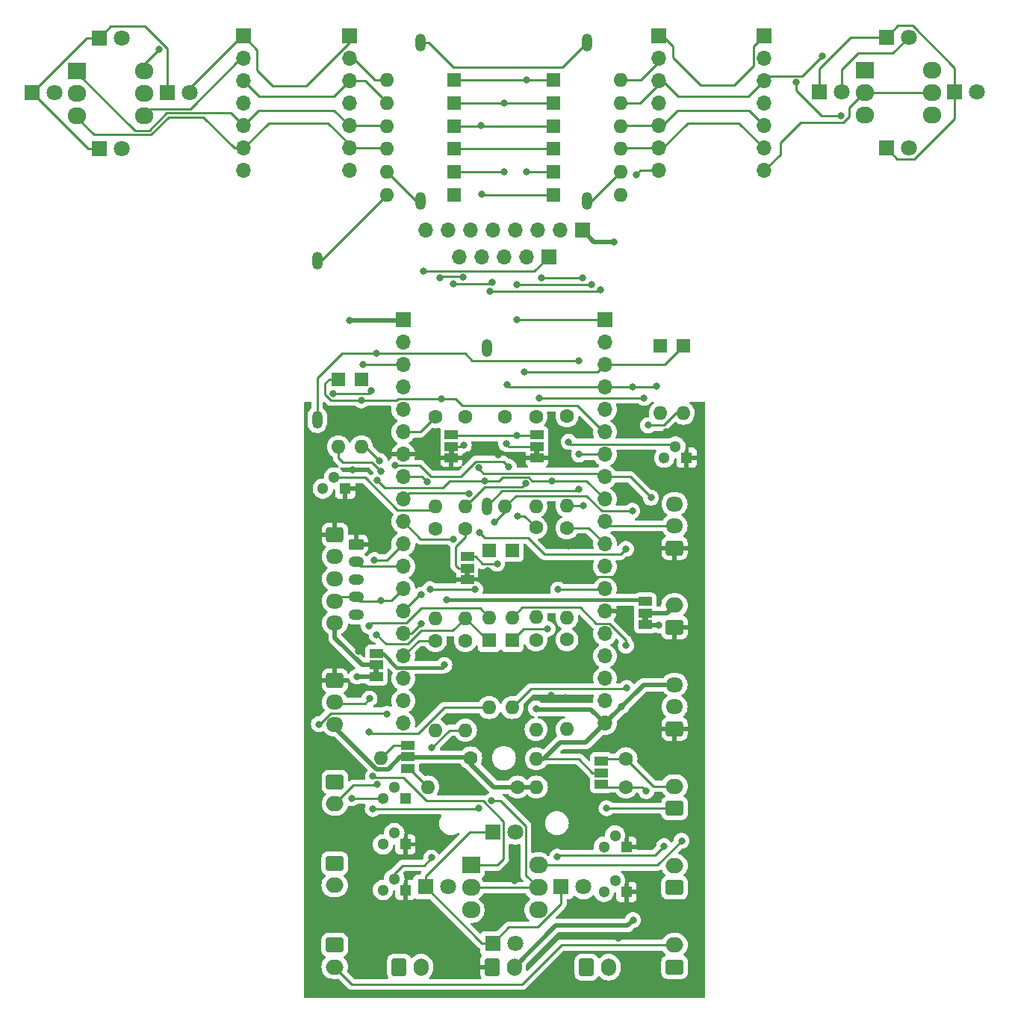
<source format=gtl>
%TF.GenerationSoftware,KiCad,Pcbnew,7.0.7*%
%TF.CreationDate,2023-09-25T22:52:36-04:00*%
%TF.ProjectId,Matrix,4d617472-6978-42e6-9b69-6361645f7063,rev?*%
%TF.SameCoordinates,Original*%
%TF.FileFunction,Copper,L1,Top*%
%TF.FilePolarity,Positive*%
%FSLAX46Y46*%
G04 Gerber Fmt 4.6, Leading zero omitted, Abs format (unit mm)*
G04 Created by KiCad (PCBNEW 7.0.7) date 2023-09-25 22:52:36*
%MOMM*%
%LPD*%
G01*
G04 APERTURE LIST*
G04 Aperture macros list*
%AMRoundRect*
0 Rectangle with rounded corners*
0 $1 Rounding radius*
0 $2 $3 $4 $5 $6 $7 $8 $9 X,Y pos of 4 corners*
0 Add a 4 corners polygon primitive as box body*
4,1,4,$2,$3,$4,$5,$6,$7,$8,$9,$2,$3,0*
0 Add four circle primitives for the rounded corners*
1,1,$1+$1,$2,$3*
1,1,$1+$1,$4,$5*
1,1,$1+$1,$6,$7*
1,1,$1+$1,$8,$9*
0 Add four rect primitives between the rounded corners*
20,1,$1+$1,$2,$3,$4,$5,0*
20,1,$1+$1,$4,$5,$6,$7,0*
20,1,$1+$1,$6,$7,$8,$9,0*
20,1,$1+$1,$8,$9,$2,$3,0*%
G04 Aperture macros list end*
%TA.AperFunction,ComponentPad*%
%ADD10R,1.800000X1.800000*%
%TD*%
%TA.AperFunction,ComponentPad*%
%ADD11C,1.800000*%
%TD*%
%TA.AperFunction,SMDPad,CuDef*%
%ADD12R,1.500000X1.000000*%
%TD*%
%TA.AperFunction,ComponentPad*%
%ADD13R,2.100000X1.900000*%
%TD*%
%TA.AperFunction,ComponentPad*%
%ADD14O,2.100000X1.900000*%
%TD*%
%TA.AperFunction,ComponentPad*%
%ADD15O,1.200000X2.000000*%
%TD*%
%TA.AperFunction,ComponentPad*%
%ADD16R,1.700000X1.700000*%
%TD*%
%TA.AperFunction,ComponentPad*%
%ADD17O,1.700000X1.700000*%
%TD*%
%TA.AperFunction,ComponentPad*%
%ADD18R,1.600000X1.600000*%
%TD*%
%TA.AperFunction,ComponentPad*%
%ADD19O,1.600000X1.600000*%
%TD*%
%TA.AperFunction,ComponentPad*%
%ADD20RoundRect,0.250000X0.750000X-0.600000X0.750000X0.600000X-0.750000X0.600000X-0.750000X-0.600000X0*%
%TD*%
%TA.AperFunction,ComponentPad*%
%ADD21O,2.000000X1.700000*%
%TD*%
%TA.AperFunction,ComponentPad*%
%ADD22RoundRect,0.250000X-0.625000X0.350000X-0.625000X-0.350000X0.625000X-0.350000X0.625000X0.350000X0*%
%TD*%
%TA.AperFunction,ComponentPad*%
%ADD23O,1.750000X1.200000*%
%TD*%
%TA.AperFunction,ComponentPad*%
%ADD24C,1.600000*%
%TD*%
%TA.AperFunction,ComponentPad*%
%ADD25R,1.300000X1.300000*%
%TD*%
%TA.AperFunction,ComponentPad*%
%ADD26C,1.300000*%
%TD*%
%TA.AperFunction,ComponentPad*%
%ADD27RoundRect,0.250000X-0.600000X-0.750000X0.600000X-0.750000X0.600000X0.750000X-0.600000X0.750000X0*%
%TD*%
%TA.AperFunction,ComponentPad*%
%ADD28O,1.700000X2.000000*%
%TD*%
%TA.AperFunction,ComponentPad*%
%ADD29RoundRect,0.250000X-0.725000X0.600000X-0.725000X-0.600000X0.725000X-0.600000X0.725000X0.600000X0*%
%TD*%
%TA.AperFunction,ComponentPad*%
%ADD30O,1.950000X1.700000*%
%TD*%
%TA.AperFunction,ComponentPad*%
%ADD31RoundRect,0.250000X0.725000X-0.600000X0.725000X0.600000X-0.725000X0.600000X-0.725000X-0.600000X0*%
%TD*%
%TA.AperFunction,ComponentPad*%
%ADD32RoundRect,0.250000X-0.750000X0.600000X-0.750000X-0.600000X0.750000X-0.600000X0.750000X0.600000X0*%
%TD*%
%TA.AperFunction,ViaPad*%
%ADD33C,0.800000*%
%TD*%
%TA.AperFunction,Conductor*%
%ADD34C,0.250000*%
%TD*%
%TA.AperFunction,Conductor*%
%ADD35C,0.500000*%
%TD*%
%TA.AperFunction,Conductor*%
%ADD36C,0.400000*%
%TD*%
G04 APERTURE END LIST*
%TA.AperFunction,EtchedComponent*%
%TO.C,JP5*%
G36*
X149700000Y-92400000D02*
G01*
X149100000Y-92400000D01*
X149100000Y-91900000D01*
X149700000Y-91900000D01*
X149700000Y-92400000D01*
G37*
%TD.AperFunction*%
%TA.AperFunction,EtchedComponent*%
%TO.C,JP7*%
G36*
X131500000Y-117200000D02*
G01*
X130900000Y-117200000D01*
X130900000Y-116700000D01*
X131500000Y-116700000D01*
X131500000Y-117200000D01*
G37*
%TD.AperFunction*%
%TA.AperFunction,EtchedComponent*%
%TO.C,JP6*%
G36*
X161990000Y-111290000D02*
G01*
X161390000Y-111290000D01*
X161390000Y-110790000D01*
X161990000Y-110790000D01*
X161990000Y-111290000D01*
G37*
%TD.AperFunction*%
%TA.AperFunction,EtchedComponent*%
%TO.C,JP4*%
G36*
X140000000Y-92400000D02*
G01*
X139400000Y-92400000D01*
X139400000Y-91900000D01*
X140000000Y-91900000D01*
X140000000Y-92400000D01*
G37*
%TD.AperFunction*%
%TA.AperFunction,EtchedComponent*%
%TO.C,JP3*%
G36*
X141800000Y-106200000D02*
G01*
X141200000Y-106200000D01*
X141200000Y-105700000D01*
X141800000Y-105700000D01*
X141800000Y-106200000D01*
G37*
%TD.AperFunction*%
%TD*%
D10*
%TO.P,D5,1*%
%TO.N,D2GND*%
X189004505Y-45112000D03*
D11*
%TO.P,D5,2*%
%TO.N,LED+*%
X191544505Y-45112000D03*
%TD*%
D12*
%TO.P,JP5,1*%
%TO.N,GND*%
X149400000Y-92800000D03*
%TO.P,JP5,2*%
%TO.N,SEL8*%
X149400000Y-91500000D03*
%TO.P,JP5,3*%
%TO.N,3v3*%
X149400000Y-90200000D03*
%TD*%
%TO.P,JP7,1*%
%TO.N,5V*%
X131200000Y-117600000D03*
%TO.P,JP7,2*%
X131200000Y-116300000D03*
%TO.P,JP7,3*%
%TO.N,JUMP*%
X131200000Y-115000000D03*
%TD*%
D13*
%TO.P,SW1,1*%
%TO.N,SEL1*%
X97276753Y-48924500D03*
D14*
%TO.P,SW1,2*%
%TO.N,SEL2*%
X104896753Y-54004500D03*
%TO.P,SW1,4*%
%TO.N,SEL4*%
X97276753Y-54004500D03*
%TO.P,SW1,8*%
%TO.N,SEL8*%
X104896753Y-48924500D03*
%TO.P,SW1,C*%
%TO.N,D1C*%
X97276753Y-51464500D03*
X104896753Y-51464500D03*
%TD*%
D15*
%TO.P,SW8,1*%
%TO.N,SEL1*%
X143700000Y-80325000D03*
%TO.P,SW8,2*%
%TO.N,DSC*%
X143700000Y-98325000D03*
%TD*%
D10*
%TO.P,D11,1*%
%TO.N,D3GND*%
X144384011Y-147850000D03*
D11*
%TO.P,D11,2*%
%TO.N,LED+*%
X146924011Y-147850000D03*
%TD*%
D12*
%TO.P,JP1,1*%
%TO.N,LED+*%
X134800000Y-125400000D03*
%TO.P,JP1,2*%
%TO.N,5V*%
X134800000Y-126700000D03*
%TO.P,JP1,3*%
%TO.N,LED+*%
X134800000Y-128000000D03*
%TD*%
D10*
%TO.P,D2,1*%
%TO.N,D1GND*%
X107520000Y-51387000D03*
D11*
%TO.P,D2,2*%
%TO.N,LED+*%
X110060000Y-51387000D03*
%TD*%
D12*
%TO.P,JP6,1*%
%TO.N,5V*%
X161690000Y-111690000D03*
%TO.P,JP6,2*%
X161690000Y-110390000D03*
%TO.P,JP6,3*%
%TO.N,JUMP*%
X161690000Y-109090000D03*
%TD*%
D10*
%TO.P,D6,1*%
%TO.N,D2GND*%
X196755494Y-51312000D03*
D11*
%TO.P,D6,2*%
%TO.N,LED+*%
X199295494Y-51312000D03*
%TD*%
D10*
%TO.P,D10,1*%
%TO.N,D3GND*%
X152135000Y-141450000D03*
D11*
%TO.P,D10,2*%
%TO.N,LED+*%
X154675000Y-141450000D03*
%TD*%
D12*
%TO.P,JP4,1*%
%TO.N,GND*%
X139700000Y-92800000D03*
%TO.P,JP4,2*%
%TO.N,SEL2*%
X139700000Y-91500000D03*
%TO.P,JP4,3*%
%TO.N,3v3*%
X139700000Y-90200000D03*
%TD*%
D13*
%TO.P,SW2,1*%
%TO.N,SEL1*%
X186576270Y-48849500D03*
D14*
%TO.P,SW2,2*%
%TO.N,SEL2*%
X194196270Y-53929500D03*
%TO.P,SW2,4*%
%TO.N,SEL4*%
X186576270Y-53929500D03*
%TO.P,SW2,8*%
%TO.N,SEL8*%
X194196270Y-48849500D03*
%TO.P,SW2,C*%
%TO.N,D2C*%
X186576270Y-51389500D03*
X194196270Y-51389500D03*
%TD*%
D10*
%TO.P,D1,1*%
%TO.N,D1GND*%
X99769011Y-45187000D03*
D11*
%TO.P,D1,2*%
%TO.N,LED+*%
X102309011Y-45187000D03*
%TD*%
D10*
%TO.P,D3,1*%
%TO.N,D1GND*%
X99769011Y-57787000D03*
D11*
%TO.P,D3,2*%
%TO.N,LED+*%
X102309011Y-57787000D03*
%TD*%
D12*
%TO.P,JP3,1*%
%TO.N,GND*%
X141500000Y-106600000D03*
%TO.P,JP3,2*%
%TO.N,SEL4*%
X141500000Y-105300000D03*
%TO.P,JP3,3*%
%TO.N,3v3*%
X141500000Y-104000000D03*
%TD*%
D10*
%TO.P,D9,1*%
%TO.N,D3GND*%
X144384011Y-135250000D03*
D11*
%TO.P,D9,2*%
%TO.N,LED+*%
X146924011Y-135250000D03*
%TD*%
D12*
%TO.P,JP2,1*%
%TO.N,LED+*%
X156700000Y-129800000D03*
%TO.P,JP2,2*%
%TO.N,5V*%
X156700000Y-128500000D03*
%TO.P,JP2,3*%
%TO.N,LED+*%
X156700000Y-127200000D03*
%TD*%
D13*
%TO.P,SW3,1*%
%TO.N,SEL1*%
X141926511Y-138987500D03*
D14*
%TO.P,SW3,2*%
%TO.N,SEL2*%
X149546511Y-144067500D03*
%TO.P,SW3,4*%
%TO.N,SEL4*%
X141926511Y-144067500D03*
%TO.P,SW3,8*%
%TO.N,SEL8*%
X149546511Y-138987500D03*
%TO.P,SW3,C*%
%TO.N,D3C*%
X141926511Y-141527500D03*
X149546511Y-141527500D03*
%TD*%
D15*
%TO.P,SW6,1*%
%TO.N,SEL8*%
X136200000Y-63700000D03*
%TO.P,SW6,2*%
%TO.N,DSC*%
X136200000Y-45700000D03*
%TD*%
%TO.P,SW5,1*%
%TO.N,SEL4*%
X124500000Y-70500000D03*
%TO.P,SW5,2*%
%TO.N,DSC*%
X124500000Y-88500000D03*
%TD*%
%TO.P,SW7,1*%
%TO.N,SEL2*%
X155100000Y-63700000D03*
%TO.P,SW7,2*%
%TO.N,DSC*%
X155100000Y-45700000D03*
%TD*%
D11*
%TO.P,D4,*%
%TO.N,LED+*%
X94700000Y-51387000D03*
D10*
%TO.P,D4,1*%
%TO.N,D1GND*%
X92160000Y-51387000D03*
%TD*%
D11*
%TO.P,D12,*%
%TO.N,LED+*%
X139315000Y-141450000D03*
D10*
%TO.P,D12,1*%
%TO.N,D3GND*%
X136775000Y-141450000D03*
%TD*%
D11*
%TO.P,D8,*%
%TO.N,LED+*%
X183935494Y-51312000D03*
D10*
%TO.P,D8,1*%
%TO.N,D2GND*%
X181395494Y-51312000D03*
%TD*%
%TO.P,D7,1*%
%TO.N,D2GND*%
X189004505Y-57712000D03*
D11*
%TO.P,D7,2*%
%TO.N,LED+*%
X191544505Y-57712000D03*
%TD*%
D16*
%TO.P,J16,1*%
%TO.N,5V*%
X154534011Y-67000000D03*
D17*
%TO.P,J16,2*%
%TO.N,GND*%
X151994011Y-67000000D03*
%TO.P,J16,BUSY*%
%TO.N,D1LED*%
X136754011Y-67000000D03*
%TO.P,J16,CS*%
%TO.N,GLED*%
X144374011Y-67000000D03*
%TO.P,J16,DC*%
%TO.N,NEO2*%
X141834011Y-67000000D03*
%TO.P,J16,MOSI*%
%TO.N,D2LED*%
X149454011Y-67000000D03*
%TO.P,J16,RST*%
%TO.N,D3LED*%
X139294011Y-67000000D03*
%TO.P,J16,SCK*%
%TO.N,D3SEN*%
X146914011Y-67000000D03*
%TD*%
D18*
%TO.P,D21,1*%
%TO.N,SEL1*%
X140000000Y-55200000D03*
D19*
%TO.P,D21,2*%
X132380000Y-55200000D03*
%TD*%
D20*
%TO.P,J6,1*%
%TO.N,SEL1*%
X165000000Y-150525000D03*
D21*
%TO.P,J6,2*%
%TO.N,BTNC*%
X165000000Y-148025000D03*
%TD*%
D22*
%TO.P,J14,1*%
%TO.N,GND*%
X128900000Y-102600000D03*
D23*
%TO.P,J14,2*%
%TO.N,TX2*%
X128900000Y-104600000D03*
%TO.P,J14,3*%
%TO.N,RX2*%
X128900000Y-106600000D03*
%TO.P,J14,4*%
%TO.N,NEO3*%
X128900000Y-108600000D03*
%TO.P,J14,5*%
%TO.N,5V*%
X128900000Y-110600000D03*
%TD*%
D24*
%TO.P,R7,1*%
%TO.N,LED+*%
X159500000Y-126925000D03*
D19*
%TO.P,R7,2*%
%TO.N,5V*%
X149340000Y-126925000D03*
%TD*%
D18*
%TO.P,D30,1*%
%TO.N,SEL4*%
X144000000Y-113490000D03*
D19*
%TO.P,D30,2*%
X144000000Y-121110000D03*
%TD*%
D16*
%TO.P,J15,1*%
%TO.N,D4C*%
X150734011Y-70000000D03*
D17*
%TO.P,J15,2*%
%TO.N,SEL2*%
X148194011Y-70000000D03*
%TO.P,J15,3*%
%TO.N,SEL8*%
X145654011Y-70000000D03*
%TO.P,J15,4*%
%TO.N,SEL1*%
X143114011Y-70000000D03*
%TO.P,J15,5*%
%TO.N,SEL4*%
X140574011Y-70000000D03*
%TD*%
D25*
%TO.P,Q2,1*%
%TO.N,GND*%
X159540000Y-142025000D03*
D26*
%TO.P,Q2,2*%
%TO.N,BLED*%
X158270000Y-140755000D03*
%TO.P,Q2,3*%
%TO.N,BLL-*%
X157000000Y-142025000D03*
%TD*%
D25*
%TO.P,Q7,1*%
%TO.N,GND*%
X127670000Y-96295000D03*
D26*
%TO.P,Q7,2*%
%TO.N,D1LED*%
X126400000Y-95025000D03*
%TO.P,Q7,3*%
%TO.N,D1GND*%
X125130000Y-96295000D03*
%TD*%
D24*
%TO.P,R3,1*%
%TO.N,LED+*%
X149300000Y-100725000D03*
D19*
%TO.P,R3,2*%
%TO.N,5V*%
X149300000Y-110885000D03*
%TD*%
D17*
%TO.P,1,*%
%TO.N,*%
X157100000Y-120365000D03*
X157100000Y-117825000D03*
X157100000Y-115285000D03*
%TO.N,GND*%
X157100000Y-110205000D03*
D16*
%TO.P,1,1*%
%TO.N,3v3*%
X157100000Y-77185000D03*
D17*
%TO.P,1,2*%
%TO.N,EN*%
X157100000Y-79725000D03*
%TO.P,1,12*%
%TO.N,BLED*%
X157100000Y-107665000D03*
%TO.P,1,13*%
%TO.N,D2LED*%
X157100000Y-112745000D03*
%TO.P,1,14*%
%TO.N,D3SEN*%
X157100000Y-105125000D03*
%TO.P,1,19*%
%TO.N,5V*%
X157100000Y-122905000D03*
%TO.P,1,25*%
%TO.N,SEL1*%
X157100000Y-97505000D03*
%TO.P,1,26*%
%TO.N,NEO1*%
X157100000Y-100045000D03*
%TO.P,1,27*%
%TO.N,RLED*%
X157100000Y-102585000D03*
%TO.P,1,32*%
%TO.N,DSC*%
X157100000Y-92425000D03*
%TO.P,1,33*%
%TO.N,NEO2*%
X157100000Y-94965000D03*
%TO.P,1,34*%
%TO.N,N/C*%
X157100000Y-87345000D03*
%TO.P,1,35*%
%TO.N,SEL4*%
X157100000Y-89885000D03*
%TO.P,1,36*%
%TO.N,SEL2*%
X157100000Y-82265000D03*
%TO.P,1,39*%
%TO.N,SEL8*%
X157100000Y-84805000D03*
%TD*%
D27*
%TO.P,J9,1*%
%TO.N,YWL-*%
X133784011Y-150525000D03*
D28*
%TO.P,J9,2*%
%TO.N,LED+*%
X136284011Y-150525000D03*
%TD*%
D18*
%TO.P,D13,1*%
%TO.N,SEL2*%
X151280000Y-50000000D03*
D19*
%TO.P,D13,2*%
X158900000Y-50000000D03*
%TD*%
D18*
%TO.P,D19,1*%
%TO.N,SEL2*%
X140000000Y-50000000D03*
D19*
%TO.P,D19,2*%
X132380000Y-50000000D03*
%TD*%
D18*
%TO.P,D18,1*%
%TO.N,SEL1*%
X151300000Y-63000000D03*
D19*
%TO.P,D18,2*%
X158920000Y-63000000D03*
%TD*%
D24*
%TO.P,R5,1*%
%TO.N,5V*%
X149300000Y-113445000D03*
D19*
%TO.P,R5,2*%
%TO.N,LED+*%
X149300000Y-123605000D03*
%TD*%
D20*
%TO.P,J2,1*%
%TO.N,GND*%
X165000000Y-112025000D03*
D21*
%TO.P,J2,2*%
%TO.N,5V*%
X165000000Y-109525000D03*
%TD*%
D16*
%TO.P,DIAL 2,1*%
%TO.N,LED+*%
X163189011Y-45000000D03*
D17*
%TO.P,DIAL 2,2*%
%TO.N,SEL2*%
X163189011Y-47540000D03*
%TO.P,DIAL 2,3*%
%TO.N,SEL8*%
X163189011Y-50080000D03*
%TO.P,DIAL 2,4*%
%TO.N,D2GND*%
X163189011Y-52620000D03*
%TO.P,DIAL 2,5*%
%TO.N,SEL1*%
X163189011Y-55160000D03*
%TO.P,DIAL 2,6*%
%TO.N,SEL4*%
X163189011Y-57700000D03*
%TO.P,DIAL 2,7*%
%TO.N,D2C*%
X163189011Y-60240000D03*
%TD*%
D29*
%TO.P,J14,1*%
%TO.N,GND*%
X126500000Y-101525000D03*
D30*
%TO.P,J14,2*%
%TO.N,TX2*%
X126500000Y-104025000D03*
%TO.P,J14,3*%
%TO.N,RX2*%
X126500000Y-106525000D03*
%TO.P,J14,4*%
%TO.N,NEO3*%
X126500000Y-109025000D03*
%TO.P,J14,5*%
%TO.N,5V*%
X126500000Y-111525000D03*
%TD*%
D25*
%TO.P,Q1,1*%
%TO.N,GND*%
X159540000Y-136885000D03*
D26*
%TO.P,Q1,2*%
%TO.N,RLED*%
X158270000Y-135615000D03*
%TO.P,Q1,3*%
%TO.N,RDL-*%
X157000000Y-136885000D03*
%TD*%
D24*
%TO.P,R1,1*%
%TO.N,LED+*%
X149300000Y-88125000D03*
D19*
%TO.P,R1,2*%
%TO.N,5V*%
X149300000Y-98285000D03*
%TD*%
D24*
%TO.P,R4,1*%
%TO.N,RLED*%
X152800000Y-100765000D03*
D19*
%TO.P,R4,2*%
X152800000Y-110925000D03*
%TD*%
D25*
%TO.P,Q6,1*%
%TO.N,GND*%
X166370000Y-92795000D03*
D26*
%TO.P,Q6,2*%
%TO.N,D2LED*%
X165100000Y-91525000D03*
%TO.P,Q6,3*%
%TO.N,D2GND*%
X163830000Y-92795000D03*
%TD*%
D18*
%TO.P,D32,1*%
%TO.N,SEL8*%
X144000000Y-103300000D03*
D19*
%TO.P,D32,2*%
X144000000Y-110920000D03*
%TD*%
D25*
%TO.P,Q3,1*%
%TO.N,GND*%
X134500000Y-131425000D03*
D26*
%TO.P,Q3,2*%
%TO.N,GLED*%
X133230000Y-130155000D03*
%TO.P,Q3,3*%
%TO.N,GNL-*%
X131960000Y-131425000D03*
%TD*%
D31*
%TO.P,J1,1*%
%TO.N,GND*%
X165000000Y-103025000D03*
D30*
%TO.P,J1,2*%
%TO.N,NEO1*%
X165000000Y-100525000D03*
%TO.P,J1,3*%
%TO.N,5V*%
X165000000Y-98025000D03*
%TD*%
D24*
%TO.P,R13,1*%
%TO.N,SEL4*%
X141300000Y-100825000D03*
D19*
%TO.P,R13,2*%
X141300000Y-110985000D03*
%TD*%
D24*
%TO.P,R12,1*%
%TO.N,YLED*%
X137900000Y-113525000D03*
D19*
%TO.P,R12,2*%
X137900000Y-123685000D03*
%TD*%
D18*
%TO.P,D14,1*%
%TO.N,SEL8*%
X151280000Y-52600000D03*
D19*
%TO.P,D14,2*%
X158900000Y-52600000D03*
%TD*%
D24*
%TO.P,R6,1*%
%TO.N,BLED*%
X152800000Y-113425000D03*
D19*
%TO.P,R6,2*%
X152800000Y-123585000D03*
%TD*%
D24*
%TO.P,R11,1*%
%TO.N,D3LED*%
X141300000Y-113525000D03*
D19*
%TO.P,R11,2*%
X141300000Y-123685000D03*
%TD*%
D24*
%TO.P,R15,1*%
%TO.N,SEL2*%
X141300000Y-88145000D03*
D19*
%TO.P,R15,2*%
X141300000Y-98305000D03*
%TD*%
D18*
%TO.P,D16,1*%
%TO.N,SEL4*%
X151280000Y-57800000D03*
D19*
%TO.P,D16,2*%
X158900000Y-57800000D03*
%TD*%
D20*
%TO.P,J5,1*%
%TO.N,SEL2*%
X165000000Y-141525000D03*
D21*
%TO.P,J5,2*%
%TO.N,BTNC*%
X165000000Y-139025000D03*
%TD*%
D24*
%TO.P,R10,1*%
%TO.N,5V*%
X147200000Y-130125000D03*
D19*
%TO.P,R10,2*%
%TO.N,LED+*%
X137040000Y-130125000D03*
%TD*%
D18*
%TO.P,D23,1*%
%TO.N,SEL8*%
X140000000Y-60400000D03*
D19*
%TO.P,D23,2*%
X132380000Y-60400000D03*
%TD*%
D32*
%TO.P,J12,1*%
%TO.N,GNL-*%
X126500000Y-129525000D03*
D21*
%TO.P,J12,2*%
%TO.N,LED+*%
X126500000Y-132025000D03*
%TD*%
D24*
%TO.P,R9,1*%
%TO.N,5V*%
X141900000Y-126825000D03*
D19*
%TO.P,R9,2*%
%TO.N,LED+*%
X131740000Y-126825000D03*
%TD*%
D18*
%TO.P,D17,1*%
%TO.N,SEL2*%
X151280000Y-60400000D03*
D19*
%TO.P,D17,2*%
X158900000Y-60400000D03*
%TD*%
D27*
%TO.P,J7,1*%
%TO.N,BLL-*%
X155034011Y-150550000D03*
D28*
%TO.P,J7,2*%
%TO.N,LED+*%
X157534011Y-150550000D03*
%TD*%
D18*
%TO.P,D26,1*%
%TO.N,SEL8*%
X163400000Y-80125000D03*
D19*
%TO.P,D26,2*%
X163400000Y-87745000D03*
%TD*%
D18*
%TO.P,D28,1*%
%TO.N,SEL4*%
X126900000Y-83925000D03*
D19*
%TO.P,D28,2*%
X126900000Y-91545000D03*
%TD*%
D24*
%TO.P,R17,1*%
%TO.N,SEL8*%
X145800000Y-88145000D03*
D19*
%TO.P,R17,2*%
X145800000Y-98305000D03*
%TD*%
D24*
%TO.P,R14,1*%
%TO.N,GLED*%
X137900000Y-100825000D03*
D19*
%TO.P,R14,2*%
X137900000Y-110985000D03*
%TD*%
D17*
%TO.P,20,*%
%TO.N,*%
X134250000Y-122905000D03*
X134250000Y-120365000D03*
X134250000Y-117825000D03*
%TO.P,20,0*%
%TO.N,D4C*%
X134250000Y-110205000D03*
%TO.P,20,1*%
%TO.N,TX0*%
X134250000Y-84805000D03*
D16*
%TO.N,GND*%
X134250000Y-77185000D03*
D17*
%TO.P,20,2*%
%TO.N,YLED*%
X134250000Y-115285000D03*
%TO.P,20,3*%
%TO.N,RX0*%
X134250000Y-87345000D03*
%TO.P,20,4*%
%TO.N,NEO3*%
X134250000Y-107665000D03*
%TO.P,20,5*%
%TO.N,D3LED*%
X134250000Y-100045000D03*
%TO.P,20,7*%
%TO.N,GND*%
X134250000Y-92425000D03*
%TO.P,20,15*%
%TO.N,GLED*%
X134250000Y-112745000D03*
%TO.P,20,16*%
%TO.N,TX2*%
X134250000Y-105125000D03*
%TO.P,20,17*%
%TO.N,RX2*%
X134250000Y-102585000D03*
%TO.P,20,18*%
%TO.N,D2C*%
X134250000Y-97505000D03*
%TO.P,20,19*%
%TO.N,D3C*%
X134250000Y-94965000D03*
%TO.P,20,21*%
%TO.N,D1LED*%
X134250000Y-89885000D03*
%TO.P,20,22*%
%TO.N,D1C*%
X134250000Y-82265000D03*
%TO.P,20,23*%
%TO.N,BTNC*%
X134250000Y-79725000D03*
%TD*%
D29*
%TO.P,J13,1*%
%TO.N,GND*%
X126500000Y-118025000D03*
D30*
%TO.P,J13,2*%
%TO.N,NEO3*%
X126500000Y-120525000D03*
%TO.P,J13,3*%
%TO.N,5V*%
X126500000Y-123025000D03*
%TD*%
D16*
%TO.P,DIAL 1,1*%
%TO.N,LED+*%
X116159011Y-45010000D03*
D17*
%TO.P,DIAL 1,2*%
%TO.N,SEL2*%
X116159011Y-47550000D03*
%TO.P,DIAL 1,3*%
%TO.N,SEL8*%
X116159011Y-50090000D03*
%TO.P,DIAL 1,4*%
%TO.N,D1GND*%
X116159011Y-52630000D03*
%TO.P,DIAL 1,5*%
%TO.N,SEL1*%
X116159011Y-55170000D03*
%TO.P,DIAL 1,6*%
%TO.N,SEL4*%
X116159011Y-57710000D03*
%TO.P,DIAL 1,7*%
%TO.N,D1C*%
X116159011Y-60250000D03*
%TD*%
D20*
%TO.P,J4,1*%
%TO.N,RDL-*%
X165000000Y-132525000D03*
D21*
%TO.P,J4,2*%
%TO.N,LED+*%
X165000000Y-130025000D03*
%TD*%
D18*
%TO.P,D15,1*%
%TO.N,SEL1*%
X151280000Y-55200000D03*
D19*
%TO.P,D15,2*%
X158900000Y-55200000D03*
%TD*%
D24*
%TO.P,R2,1*%
%TO.N,D2LED*%
X152800000Y-88065000D03*
D19*
%TO.P,R2,2*%
X152800000Y-98225000D03*
%TD*%
D25*
%TO.P,Q5,1*%
%TO.N,GND*%
X134500000Y-136625000D03*
D26*
%TO.P,Q5,2*%
%TO.N,D3LED*%
X133230000Y-135355000D03*
%TO.P,Q5,3*%
%TO.N,D3GND*%
X131960000Y-136625000D03*
%TD*%
D18*
%TO.P,D31,1*%
%TO.N,SEL2*%
X146600000Y-103300000D03*
D19*
%TO.P,D31,2*%
X146600000Y-110920000D03*
%TD*%
D16*
%TO.P,DIAL 1,1*%
%TO.N,LED+*%
X128129011Y-45010000D03*
D17*
%TO.P,DIAL 1,2*%
%TO.N,SEL2*%
X128129011Y-47550000D03*
%TO.P,DIAL 1,3*%
%TO.N,SEL8*%
X128129011Y-50090000D03*
%TO.P,DIAL 1,4*%
%TO.N,D1GND*%
X128129011Y-52630000D03*
%TO.P,DIAL 1,5*%
%TO.N,SEL1*%
X128129011Y-55170000D03*
%TO.P,DIAL 1,6*%
%TO.N,SEL4*%
X128129011Y-57710000D03*
%TO.P,DIAL 1,7*%
%TO.N,D1C*%
X128129011Y-60250000D03*
%TD*%
D18*
%TO.P,D25,1*%
%TO.N,SEL2*%
X166000000Y-80125000D03*
D19*
%TO.P,D25,2*%
X166000000Y-87745000D03*
%TD*%
D16*
%TO.P,DIAL 2,1*%
%TO.N,LED+*%
X175159011Y-45000000D03*
D17*
%TO.P,DIAL 2,2*%
%TO.N,SEL2*%
X175159011Y-47540000D03*
%TO.P,DIAL 2,3*%
%TO.N,SEL8*%
X175159011Y-50080000D03*
%TO.P,DIAL 2,4*%
%TO.N,D2GND*%
X175159011Y-52620000D03*
%TO.P,DIAL 2,5*%
%TO.N,SEL1*%
X175159011Y-55160000D03*
%TO.P,DIAL 2,6*%
%TO.N,SEL4*%
X175159011Y-57700000D03*
%TO.P,DIAL 2,7*%
%TO.N,D2C*%
X175159011Y-60240000D03*
%TD*%
D24*
%TO.P,R16,1*%
%TO.N,D1LED*%
X137900000Y-88165000D03*
D19*
%TO.P,R16,2*%
X137900000Y-98325000D03*
%TD*%
D31*
%TO.P,J3,1*%
%TO.N,GND*%
X165000000Y-123525000D03*
D30*
%TO.P,J3,2*%
%TO.N,NEO2*%
X165000000Y-121025000D03*
%TO.P,J3,3*%
%TO.N,5V*%
X165000000Y-118525000D03*
%TD*%
D18*
%TO.P,D20,1*%
%TO.N,SEL8*%
X140000000Y-52600000D03*
D19*
%TO.P,D20,2*%
X132380000Y-52600000D03*
%TD*%
D24*
%TO.P,R8,1*%
%TO.N,LED+*%
X159500000Y-130125000D03*
D19*
%TO.P,R8,2*%
%TO.N,5V*%
X149340000Y-130125000D03*
%TD*%
D18*
%TO.P,D24,1*%
%TO.N,SEL4*%
X140000000Y-63000000D03*
D19*
%TO.P,D24,2*%
X132380000Y-63000000D03*
%TD*%
D27*
%TO.P,J8,1*%
%TO.N,GND*%
X144330000Y-150537500D03*
D28*
%TO.P,J8,2*%
%TO.N,5V*%
X146830000Y-150537500D03*
%TD*%
D32*
%TO.P,J11,1*%
%TO.N,SEL8*%
X126475000Y-138775000D03*
D21*
%TO.P,J11,2*%
%TO.N,BTNC*%
X126475000Y-141275000D03*
%TD*%
D18*
%TO.P,D22,1*%
%TO.N,SEL4*%
X140000000Y-57800000D03*
D19*
%TO.P,D22,2*%
X132380000Y-57800000D03*
%TD*%
D18*
%TO.P,D27,1*%
%TO.N,SEL1*%
X129500000Y-83925000D03*
D19*
%TO.P,D27,2*%
X129500000Y-91545000D03*
%TD*%
D18*
%TO.P,D29,1*%
%TO.N,SEL1*%
X146600000Y-113490000D03*
D19*
%TO.P,D29,2*%
X146600000Y-121110000D03*
%TD*%
D25*
%TO.P,Q4,1*%
%TO.N,GND*%
X134500000Y-141795000D03*
D26*
%TO.P,Q4,2*%
%TO.N,YLED*%
X133230000Y-140525000D03*
%TO.P,Q4,3*%
%TO.N,YWL-*%
X131960000Y-141795000D03*
%TD*%
D32*
%TO.P,J10,1*%
%TO.N,SEL4*%
X126475000Y-148025000D03*
D21*
%TO.P,J10,2*%
%TO.N,BTNC*%
X126475000Y-150525000D03*
%TD*%
D33*
%TO.N,D1GND*%
X130620129Y-85231872D03*
X126300000Y-85525000D03*
%TO.N,LED+*%
X133345516Y-93691450D03*
X146200000Y-93825500D03*
X161800000Y-130600000D03*
X161550500Y-86025000D03*
X131300000Y-129769550D03*
X149700000Y-86000000D03*
X147200000Y-99400000D03*
%TO.N,SEL1*%
X150600000Y-112200000D03*
X151100000Y-95400000D03*
X131570000Y-93160000D03*
X159600000Y-118900000D03*
X143507580Y-95400500D03*
X131302299Y-95377701D03*
X143114011Y-62900000D03*
X156600000Y-73800000D03*
X130816908Y-128894549D03*
X143100000Y-55160000D03*
X144100000Y-73914000D03*
%TO.N,D1C*%
X129682003Y-82242997D03*
%TO.N,SEL4*%
X142800000Y-132525000D03*
X138570000Y-86100000D03*
X131225500Y-112876190D03*
X129500000Y-86300000D03*
X131730000Y-94360000D03*
X130800000Y-132600000D03*
X130400000Y-123900000D03*
%TO.N,SEL8*%
X144575500Y-100100000D03*
X181770960Y-47270959D03*
X160224500Y-98825000D03*
X165800000Y-136225000D03*
X130325500Y-111854965D03*
X145900000Y-91200000D03*
X160224500Y-84805000D03*
X145654011Y-52600000D03*
X106569201Y-46520799D03*
X145654011Y-60400000D03*
X163000000Y-84725000D03*
X146000000Y-84500000D03*
%TO.N,SEL2*%
X141100000Y-91400000D03*
X178764000Y-50260000D03*
X148000000Y-83100000D03*
X163824549Y-136824951D03*
X148200000Y-50000000D03*
X148149500Y-95724500D03*
X159499500Y-114100000D03*
X183828690Y-54074701D03*
X148194011Y-60400000D03*
X151700000Y-138025000D03*
X162000000Y-89125000D03*
%TO.N,D2C*%
X160675500Y-60700000D03*
X159500000Y-103125000D03*
X141740201Y-96840201D03*
X142900000Y-101300000D03*
%TO.N,D3C*%
X137275500Y-107700000D03*
X136924500Y-95500500D03*
X142400000Y-107700000D03*
X144266804Y-131658195D03*
%TO.N,3v3*%
X147100000Y-77185000D03*
X147100000Y-90300000D03*
X144900000Y-104800000D03*
%TO.N,5V*%
X158990000Y-121015000D03*
X149300000Y-121225000D03*
X160300000Y-145200000D03*
X163200000Y-111800000D03*
X129000000Y-117600000D03*
X158100000Y-68326000D03*
%TO.N,GND*%
X128200000Y-87900000D03*
X145000000Y-92475500D03*
X127580000Y-89170000D03*
X131320000Y-134170000D03*
X138800000Y-103800000D03*
X144320000Y-116820000D03*
X128510000Y-94170000D03*
X151000000Y-119725000D03*
X160860000Y-92880000D03*
X141500000Y-92500000D03*
X140300000Y-150000000D03*
X141300000Y-147800000D03*
X153200000Y-105625000D03*
X161050000Y-87710000D03*
X146900000Y-140700000D03*
X141300000Y-118725000D03*
X123400000Y-114625000D03*
X158600000Y-147225000D03*
X142700000Y-146000000D03*
X145470000Y-123290000D03*
X164100000Y-89825000D03*
X129200000Y-114700000D03*
X152500000Y-129425000D03*
X152300000Y-93100000D03*
X152670000Y-120030000D03*
X127600000Y-135325000D03*
X160090000Y-106180000D03*
X130700000Y-138425000D03*
X128200000Y-128225000D03*
X146340000Y-116970000D03*
X160100000Y-134225000D03*
X163400000Y-96525000D03*
X138724500Y-105700000D03*
X139600000Y-129000000D03*
X143800000Y-105625000D03*
X146820000Y-144610000D03*
X159920000Y-111720000D03*
X130600000Y-146125000D03*
X162400000Y-94325000D03*
X166100000Y-106600000D03*
X137900000Y-118225000D03*
X152900000Y-116425000D03*
X151200000Y-90674500D03*
X153200000Y-130700000D03*
X152990000Y-102790000D03*
X144100000Y-140200000D03*
X149300000Y-105525000D03*
X127430000Y-144290000D03*
X148620000Y-132650000D03*
X159100000Y-144125000D03*
X167500000Y-89425000D03*
X128200000Y-77225000D03*
X153690000Y-89650000D03*
X134700000Y-144225000D03*
X146800000Y-105425000D03*
%TO.N,RDL-*%
X157300000Y-132525000D03*
%TO.N,GNL-*%
X128400000Y-131400000D03*
%TO.N,BLED*%
X151800000Y-107725000D03*
%TO.N,YLED*%
X137440000Y-138150000D03*
%TO.N,GLED*%
X136324500Y-111600000D03*
X139919644Y-73077500D03*
X144338485Y-72943366D03*
%TO.N,D3LED*%
X138375500Y-72390000D03*
X140990000Y-72352500D03*
X139900000Y-102000000D03*
X137500000Y-125700000D03*
%TO.N,D2LED*%
X149900000Y-72390000D03*
X154600000Y-72390000D03*
X153000000Y-91000000D03*
X154625500Y-98225000D03*
%TO.N,NEO2*%
X142775500Y-93925000D03*
X162324500Y-97325000D03*
%TO.N,NEO3*%
X130425500Y-120100000D03*
X131675500Y-109000000D03*
%TO.N,D3SEN*%
X147100000Y-73152000D03*
X155624500Y-73152000D03*
%TO.N,D4C*%
X136500000Y-71628000D03*
X136324500Y-108325000D03*
%TO.N,DSC*%
X154175500Y-92425000D03*
X154175500Y-96375500D03*
X131174500Y-81000000D03*
X154175500Y-81800000D03*
%TO.N,RX2*%
X130975500Y-104400500D03*
%TO.N,BTNC*%
X124700000Y-123000000D03*
X132400000Y-121825000D03*
%TO.N,JUMP*%
X138900000Y-116300000D03*
X139175500Y-108915000D03*
%TD*%
D34*
%TO.N,D1GND*%
X101069011Y-43887000D02*
X99769011Y-45187000D01*
X104960000Y-43887000D02*
X101069011Y-43887000D01*
X107520000Y-51387000D02*
X107520000Y-46447000D01*
X130327001Y-85525000D02*
X130620129Y-85231872D01*
X126300000Y-85525000D02*
X130327001Y-85525000D01*
X98560000Y-57787000D02*
X99769011Y-57787000D01*
X92160000Y-51387000D02*
X98560000Y-57787000D01*
X107520000Y-46447000D02*
X104960000Y-43887000D01*
X98360000Y-45187000D02*
X92160000Y-51387000D01*
X99769011Y-45187000D02*
X98360000Y-45187000D01*
%TO.N,LED+*%
X137040000Y-130125000D02*
X134915000Y-128000000D01*
X161325000Y-130125000D02*
X159500000Y-130125000D01*
X137349305Y-94900000D02*
X140775195Y-94900000D01*
X128129011Y-45010000D02*
X128129011Y-45719872D01*
X156975000Y-126925000D02*
X156700000Y-127200000D01*
X140775195Y-94900000D02*
X142475195Y-93200000D01*
X110060000Y-50900000D02*
X110060000Y-51387000D01*
X183935494Y-48764506D02*
X183935494Y-51312000D01*
X175159011Y-45000000D02*
X173984011Y-46175000D01*
X157025000Y-130125000D02*
X156700000Y-129800000D01*
X161550500Y-86025000D02*
X149725000Y-86025000D01*
X165000000Y-130025000D02*
X162600000Y-130025000D01*
X119475000Y-50610000D02*
X117700000Y-48835000D01*
X145574500Y-93200000D02*
X146200000Y-93825500D01*
X134915000Y-128000000D02*
X134800000Y-128000000D01*
X126500000Y-132025000D02*
X126540000Y-132025000D01*
X161800000Y-130600000D02*
X161325000Y-130125000D01*
X147975000Y-99400000D02*
X149300000Y-100725000D01*
X128129011Y-45719872D02*
X123238883Y-50610000D01*
X154675000Y-141450000D02*
X154600000Y-141375000D01*
X173984011Y-46175000D02*
X173984011Y-48374872D01*
X117700000Y-46550989D02*
X116159011Y-45010000D01*
X167995000Y-50600000D02*
X164815000Y-47420000D01*
X131300000Y-129769550D02*
X131169550Y-129900000D01*
X117700000Y-48835000D02*
X117700000Y-46550989D01*
X159500000Y-130125000D02*
X157025000Y-130125000D01*
X173984011Y-48374872D02*
X171758883Y-50600000D01*
X147200000Y-99400000D02*
X147975000Y-99400000D01*
X128625000Y-129900000D02*
X126500000Y-132025000D01*
X149725000Y-86025000D02*
X149700000Y-86000000D01*
X142475195Y-93200000D02*
X145574500Y-93200000D01*
X136149305Y-93700000D02*
X137349305Y-94900000D01*
X116159011Y-45010000D02*
X115950000Y-45010000D01*
X134800000Y-125400000D02*
X133165000Y-125400000D01*
X171758883Y-50600000D02*
X167995000Y-50600000D01*
X133354066Y-93700000D02*
X136149305Y-93700000D01*
X159500000Y-126925000D02*
X156975000Y-126925000D01*
X191544505Y-45112000D02*
X189739505Y-46917000D01*
X131169550Y-129900000D02*
X128625000Y-129900000D01*
X115950000Y-45010000D02*
X110060000Y-50900000D01*
X164815000Y-47420000D02*
X164815000Y-46175000D01*
X133165000Y-125400000D02*
X131740000Y-126825000D01*
X159500000Y-130125000D02*
X159025000Y-130600000D01*
X123238883Y-50610000D02*
X119475000Y-50610000D01*
X164815000Y-46175000D02*
X163640000Y-45000000D01*
X162600000Y-130025000D02*
X159500000Y-126925000D01*
X189739505Y-46917000D02*
X185783000Y-46917000D01*
X133345516Y-93691450D02*
X133354066Y-93700000D01*
X185783000Y-46917000D02*
X183935494Y-48764506D01*
%TO.N,SEL1*%
X143140000Y-55200000D02*
X143100000Y-55160000D01*
X144918923Y-138987500D02*
X141926511Y-138987500D01*
X116159011Y-55170000D02*
X114726011Y-53737000D01*
X143060000Y-55200000D02*
X143100000Y-55160000D01*
X159600000Y-118900000D02*
X159500000Y-119000000D01*
X136895887Y-131700000D02*
X143284011Y-131700000D01*
X175159011Y-55160000D02*
X175159011Y-55159011D01*
X175159011Y-55159011D02*
X173440000Y-53440000D01*
X143507580Y-95400500D02*
X145089500Y-95400500D01*
X148449805Y-94999500D02*
X148850305Y-95400000D01*
X140069011Y-55200000D02*
X143060000Y-55200000D01*
X139525805Y-95425000D02*
X143483080Y-95425000D01*
X131302299Y-95377701D02*
X132149598Y-96225000D01*
X128590000Y-55160000D02*
X128580000Y-55170000D01*
X151300000Y-63000000D02*
X143214011Y-63000000D01*
X128129011Y-55170000D02*
X126419011Y-53460000D01*
X143214011Y-63000000D02*
X143114011Y-62900000D01*
X159240000Y-55160000D02*
X159200000Y-55200000D01*
X163189011Y-55160000D02*
X158940000Y-55160000D01*
X105454018Y-55729500D02*
X103824500Y-55729500D01*
X145609011Y-134025000D02*
X145609011Y-138297412D01*
X151100000Y-95400000D02*
X154995000Y-95400000D01*
X130816908Y-128894549D02*
X130967409Y-129045050D01*
X117869011Y-53460000D02*
X116159011Y-55170000D01*
X173440000Y-53440000D02*
X165360000Y-53440000D01*
X148710000Y-119000000D02*
X146600000Y-121110000D01*
X143284011Y-131700000D02*
X145609011Y-134025000D01*
X132149598Y-96225000D02*
X138725805Y-96225000D01*
X129955000Y-91545000D02*
X129500000Y-91545000D01*
X165360000Y-53440000D02*
X163640000Y-55160000D01*
X132419011Y-55170000D02*
X132449011Y-55200000D01*
X156486000Y-73914000D02*
X156600000Y-73800000D01*
X147890000Y-112200000D02*
X146600000Y-113490000D01*
X103824500Y-55729500D02*
X97019500Y-48924500D01*
X107446518Y-53737000D02*
X105454018Y-55729500D01*
X142000000Y-138914011D02*
X141926511Y-138987500D01*
X150600000Y-112200000D02*
X147890000Y-112200000D01*
X145490500Y-94999500D02*
X148449805Y-94999500D01*
X128580000Y-55170000D02*
X132419011Y-55170000D01*
X126419011Y-53460000D02*
X117869011Y-53460000D01*
X159500000Y-119000000D02*
X148710000Y-119000000D01*
X130967409Y-129045050D02*
X134240937Y-129045050D01*
X143483080Y-95425000D02*
X143507580Y-95400500D01*
X158940000Y-55160000D02*
X158900000Y-55200000D01*
X145609011Y-138297412D02*
X144918923Y-138987500D01*
X148850305Y-95400000D02*
X151100000Y-95400000D01*
X154995000Y-95400000D02*
X157100000Y-97505000D01*
X134240937Y-129045050D02*
X136895887Y-131700000D01*
X145089500Y-95400500D02*
X145490500Y-94999500D01*
X131570000Y-93160000D02*
X129955000Y-91545000D01*
X114726011Y-53737000D02*
X107446518Y-53737000D01*
X144100000Y-73914000D02*
X156486000Y-73914000D01*
X138725805Y-96225000D02*
X139525805Y-95425000D01*
X151280000Y-55200000D02*
X143140000Y-55200000D01*
%TO.N,D1C*%
X129682003Y-82242997D02*
X129700000Y-82225000D01*
X134210000Y-82225000D02*
X134250000Y-82265000D01*
X129700000Y-82225000D02*
X134210000Y-82225000D01*
%TO.N,SEL4*%
X130400000Y-123900000D02*
X130580000Y-124080000D01*
X126049695Y-86300000D02*
X125400000Y-85650305D01*
X131730000Y-94360000D02*
X130670000Y-93300000D01*
X141500000Y-105300000D02*
X140500000Y-105300000D01*
X134736701Y-113920000D02*
X136256701Y-112400000D01*
X142800000Y-132525000D02*
X142725000Y-132600000D01*
X126500000Y-147925000D02*
X126400000Y-148025000D01*
X132449011Y-57800000D02*
X132359011Y-57710000D01*
X127375000Y-93300000D02*
X126900000Y-92825000D01*
X128129011Y-57710000D02*
X128129011Y-57259011D01*
X131225500Y-112876190D02*
X132269310Y-113920000D01*
X140200000Y-102900000D02*
X141300000Y-101800000D01*
X172309011Y-54850000D02*
X166490000Y-54850000D01*
X133500000Y-86300000D02*
X129500000Y-86300000D01*
X125400000Y-85650305D02*
X125400000Y-84375000D01*
X133700000Y-86100000D02*
X133500000Y-86300000D01*
X140954009Y-86900000D02*
X153985000Y-86900000D01*
X124500000Y-70800000D02*
X124580000Y-70800000D01*
X163189011Y-57700000D02*
X159000000Y-57700000D01*
X140200000Y-105000000D02*
X140200000Y-102900000D01*
X159000000Y-57700000D02*
X158900000Y-57800000D01*
X153985000Y-86900000D02*
X157035000Y-89950000D01*
X125850000Y-83925000D02*
X126900000Y-83925000D01*
X99194500Y-56179500D02*
X97019500Y-54004500D01*
X140500000Y-105300000D02*
X140200000Y-105000000D01*
X135914009Y-124080000D02*
X138884009Y-121110000D01*
X111597000Y-54187000D02*
X107632914Y-54187000D01*
X143805000Y-113490000D02*
X141300000Y-110985000D01*
X119009011Y-54860000D02*
X116159011Y-57710000D01*
X144000000Y-113490000D02*
X143805000Y-113490000D01*
X126900000Y-92825000D02*
X126900000Y-91545000D01*
X151249011Y-57800000D02*
X140069011Y-57800000D01*
X125400000Y-84375000D02*
X125850000Y-83925000D01*
X125730000Y-54860000D02*
X119009011Y-54860000D01*
X105640414Y-56179500D02*
X99194500Y-56179500D01*
X159300000Y-57700000D02*
X159200000Y-57800000D01*
X124580000Y-70800000D02*
X132380000Y-63000000D01*
X138884009Y-121110000D02*
X144000000Y-121110000D01*
X130580000Y-124080000D02*
X135914009Y-124080000D01*
X115120000Y-57710000D02*
X111597000Y-54187000D01*
X130670000Y-93300000D02*
X127375000Y-93300000D01*
X140154009Y-86100000D02*
X140954009Y-86900000D01*
X107632914Y-54187000D02*
X105640414Y-56179500D01*
X136256701Y-112400000D02*
X139885000Y-112400000D01*
X139885000Y-112400000D02*
X141300000Y-110985000D01*
X138570000Y-86100000D02*
X133700000Y-86100000D01*
X138570000Y-86100000D02*
X140154009Y-86100000D01*
X116159011Y-57710000D02*
X115120000Y-57710000D01*
X175159011Y-57700000D02*
X172309011Y-54850000D01*
X141300000Y-101800000D02*
X141300000Y-100825000D01*
X128129011Y-57259011D02*
X125730000Y-54860000D01*
X132269310Y-113920000D02*
X134736701Y-113920000D01*
X142725000Y-132600000D02*
X130800000Y-132600000D01*
X132359011Y-57710000D02*
X128129011Y-57710000D01*
X166490000Y-54850000D02*
X163630000Y-57710000D01*
X129500000Y-86300000D02*
X126049695Y-86300000D01*
%TO.N,SEL8*%
X144600000Y-100100000D02*
X145800000Y-98900000D01*
X140000000Y-60400000D02*
X145654011Y-60400000D01*
X175704011Y-49535000D02*
X175159011Y-50080000D01*
X134616701Y-111500000D02*
X136256701Y-109860000D01*
X126850000Y-139150000D02*
X126475000Y-138775000D01*
X175159011Y-50080000D02*
X173389011Y-51850000D01*
X145800000Y-98900000D02*
X145800000Y-98305000D01*
X136200000Y-63700000D02*
X136700000Y-63700000D01*
X146305000Y-84805000D02*
X157100000Y-84805000D01*
X163000000Y-84725000D02*
X162920000Y-84805000D01*
X129939011Y-50090000D02*
X132449011Y-52600000D01*
X147005000Y-97100000D02*
X145800000Y-98305000D01*
X135680000Y-63700000D02*
X136200000Y-63700000D01*
X161120000Y-52600000D02*
X158900000Y-52600000D01*
X149400000Y-91500000D02*
X146200000Y-91500000D01*
X165800000Y-136225000D02*
X163037500Y-138987500D01*
X128139011Y-50080000D02*
X126359011Y-51860000D01*
X163640000Y-50080000D02*
X161120000Y-52600000D01*
X146200000Y-91500000D02*
X145900000Y-91200000D01*
X181729041Y-47270959D02*
X179465000Y-49535000D01*
X156758299Y-98825000D02*
X155033299Y-97100000D01*
X179465000Y-49535000D02*
X175704011Y-49535000D01*
X163037500Y-138987500D02*
X149546511Y-138987500D01*
X144575500Y-100100000D02*
X144600000Y-100100000D01*
X104639500Y-48450500D02*
X104639500Y-48924500D01*
X106569201Y-46520799D02*
X104639500Y-48450500D01*
X181770960Y-47270959D02*
X181729041Y-47270959D01*
X136256701Y-109860000D02*
X142940000Y-109860000D01*
X142940000Y-109860000D02*
X144000000Y-110920000D01*
X162920000Y-84805000D02*
X157100000Y-84805000D01*
X126359011Y-51860000D02*
X117929011Y-51860000D01*
X128590000Y-50080000D02*
X128139011Y-50080000D01*
X132380000Y-60400000D02*
X135680000Y-63700000D01*
X145654011Y-52600000D02*
X151249011Y-52600000D01*
X130325500Y-111854965D02*
X130680465Y-111500000D01*
X117929011Y-51860000D02*
X116159011Y-50090000D01*
X155033299Y-97100000D02*
X147005000Y-97100000D01*
X146000000Y-84500000D02*
X146305000Y-84805000D01*
X173389011Y-51850000D02*
X165410000Y-51850000D01*
X160224500Y-98825000D02*
X156758299Y-98825000D01*
X165410000Y-51850000D02*
X163640000Y-50080000D01*
X128129011Y-50090000D02*
X129939011Y-50090000D01*
X145654011Y-52600000D02*
X140069011Y-52600000D01*
X130680465Y-111500000D02*
X134616701Y-111500000D01*
%TO.N,SEL2*%
X159500000Y-113483299D02*
X157586701Y-111570000D01*
X115830000Y-47550000D02*
X110143000Y-53237000D01*
X128580000Y-47550000D02*
X131030000Y-50000000D01*
X148200000Y-50000000D02*
X140069011Y-50000000D01*
X151865000Y-137860000D02*
X162789500Y-137860000D01*
X157100000Y-82265000D02*
X163860000Y-82265000D01*
X183828690Y-54074701D02*
X181668690Y-54074701D01*
X162789500Y-137860000D02*
X163824549Y-136824951D01*
X155100000Y-63700000D02*
X155600000Y-63700000D01*
X159500000Y-114099500D02*
X159500000Y-113483299D01*
X148200000Y-50000000D02*
X151249011Y-50000000D01*
X110143000Y-53237000D02*
X105664253Y-53237000D01*
X131030000Y-50000000D02*
X132449011Y-50000000D01*
X128129011Y-47550000D02*
X128580000Y-47550000D01*
X178764000Y-51170011D02*
X178764000Y-50260000D01*
X157586701Y-111570000D02*
X156110000Y-111570000D01*
X116159011Y-47550000D02*
X115830000Y-47550000D01*
X181668690Y-54074701D02*
X178764000Y-51170011D01*
X147760000Y-109760000D02*
X146600000Y-110920000D01*
X148149500Y-95724500D02*
X147749000Y-96125000D01*
X148000000Y-83100000D02*
X156265000Y-83100000D01*
X154300000Y-109760000D02*
X147760000Y-109760000D01*
X161180000Y-50000000D02*
X163640000Y-47540000D01*
X165000000Y-141525000D02*
X165000000Y-140950000D01*
X162000000Y-89125000D02*
X163774695Y-89125000D01*
X155600000Y-63700000D02*
X158900000Y-60400000D01*
X165154695Y-87745000D02*
X166000000Y-87745000D01*
X151800000Y-60400000D02*
X151280000Y-60400000D01*
X151280000Y-60400000D02*
X148194011Y-60400000D01*
X141000000Y-91500000D02*
X141100000Y-91400000D01*
X151700000Y-138025000D02*
X151865000Y-137860000D01*
X159499500Y-114100000D02*
X159500000Y-114099500D01*
X158900000Y-50000000D02*
X161180000Y-50000000D01*
X105664253Y-53237000D02*
X104896753Y-54004500D01*
X139700000Y-91500000D02*
X141000000Y-91500000D01*
X147749000Y-96125000D02*
X143480000Y-96125000D01*
X143480000Y-96125000D02*
X141300000Y-98305000D01*
X163774695Y-89125000D02*
X165154695Y-87745000D01*
X163860000Y-82265000D02*
X166000000Y-80125000D01*
X156265000Y-83100000D02*
X157100000Y-82265000D01*
X156110000Y-111570000D02*
X154300000Y-109760000D01*
%TO.N,D2C*%
X141700000Y-96800000D02*
X134955000Y-96800000D01*
X158865000Y-103760000D02*
X159500000Y-103125000D01*
X160675500Y-60700000D02*
X161135500Y-60240000D01*
X179263075Y-54799701D02*
X177000000Y-57062776D01*
X134555000Y-97200000D02*
X134250000Y-97505000D01*
X184800000Y-54128696D02*
X184128995Y-54799701D01*
X148375000Y-101900000D02*
X150235000Y-103760000D01*
X184128995Y-54799701D02*
X179263075Y-54799701D01*
X150235000Y-103760000D02*
X158865000Y-103760000D01*
X142900000Y-101300000D02*
X143500000Y-101900000D01*
X184800000Y-53069500D02*
X184800000Y-54128696D01*
X141740201Y-96840201D02*
X141700000Y-96800000D01*
X143500000Y-101900000D02*
X148375000Y-101900000D01*
X161135500Y-60240000D02*
X163640000Y-60240000D01*
X134955000Y-96800000D02*
X134250000Y-97505000D01*
X194100000Y-51389500D02*
X186480000Y-51389500D01*
X186480000Y-51389500D02*
X184800000Y-53069500D01*
X177000000Y-57062776D02*
X177000000Y-58399011D01*
X177000000Y-58399011D02*
X175159011Y-60240000D01*
%TO.N,D2GND*%
X181395494Y-48722000D02*
X181395494Y-51312000D01*
X189004505Y-45112000D02*
X185005494Y-45112000D01*
X192170494Y-58937000D02*
X196755494Y-54352000D01*
X196755494Y-48590577D02*
X191976917Y-43812000D01*
X190304505Y-43812000D02*
X189004505Y-45112000D01*
X185005494Y-45112000D02*
X181395494Y-48722000D01*
X196755494Y-54352000D02*
X196755494Y-51312000D01*
X189004505Y-57712000D02*
X190229505Y-58937000D01*
X190229505Y-58937000D02*
X192170494Y-58937000D01*
X196755494Y-51312000D02*
X196755494Y-48590577D01*
X191976917Y-43812000D02*
X190304505Y-43812000D01*
%TO.N,D3C*%
X148149011Y-140130000D02*
X149546511Y-141527500D01*
X141926511Y-141527500D02*
X149546511Y-141527500D01*
X136389000Y-94965000D02*
X134250000Y-94965000D01*
X145258195Y-131658195D02*
X148149011Y-134549011D01*
X144266804Y-131658195D02*
X145258195Y-131658195D01*
X148149011Y-134549011D02*
X148149011Y-140130000D01*
X136924500Y-95500500D02*
X136389000Y-94965000D01*
X142400000Y-107700000D02*
X137275500Y-107700000D01*
%TO.N,D3GND*%
X143175000Y-147850000D02*
X144384011Y-147850000D01*
X136775000Y-141450000D02*
X143175000Y-147850000D01*
X152135000Y-143382133D02*
X149517133Y-146000000D01*
X149517133Y-146000000D02*
X146234011Y-146000000D01*
X152135000Y-141450000D02*
X152135000Y-143382133D01*
X141750000Y-135250000D02*
X136775000Y-140225000D01*
X144384011Y-135250000D02*
X141750000Y-135250000D01*
X146234011Y-146000000D02*
X144384011Y-147850000D01*
X136775000Y-140225000D02*
X136775000Y-141450000D01*
%TO.N,3v3*%
X143250000Y-104800000D02*
X142450000Y-104000000D01*
X142450000Y-104000000D02*
X141500000Y-104000000D01*
X144900000Y-104800000D02*
X143250000Y-104800000D01*
X147100000Y-90300000D02*
X149300000Y-90300000D01*
X149300000Y-90300000D02*
X149400000Y-90200000D01*
X139800000Y-90300000D02*
X139700000Y-90200000D01*
X147100000Y-77185000D02*
X157100000Y-77185000D01*
X147100000Y-90300000D02*
X139800000Y-90300000D01*
D35*
%TO.N,5V*%
X141800000Y-126725000D02*
X134825000Y-126725000D01*
X161800000Y-111800000D02*
X161690000Y-111690000D01*
D34*
X156700000Y-128500000D02*
X155700000Y-128500000D01*
D35*
X155860011Y-68326000D02*
X154534011Y-67000000D01*
X129000000Y-117600000D02*
X131200000Y-117600000D01*
X164125000Y-110400000D02*
X165000000Y-109525000D01*
X161480000Y-118525000D02*
X157100000Y-122905000D01*
X163200000Y-111800000D02*
X161800000Y-111800000D01*
X161700000Y-110400000D02*
X164125000Y-110400000D01*
X158100000Y-68326000D02*
X155860011Y-68326000D01*
X126500000Y-113202082D02*
X126500000Y-111525000D01*
X149400000Y-121325000D02*
X155520000Y-121325000D01*
X155520000Y-121325000D02*
X157100000Y-122905000D01*
X131200000Y-116300000D02*
X129597918Y-116300000D01*
X134800000Y-126700000D02*
X133950000Y-126700000D01*
X161690000Y-110390000D02*
X161700000Y-110400000D01*
X134825000Y-126725000D02*
X134800000Y-126700000D01*
X131200000Y-128100000D02*
X126500000Y-123400000D01*
X151542500Y-145825000D02*
X146830000Y-150537500D01*
X147200000Y-130125000D02*
X149340000Y-130125000D01*
X133950000Y-126700000D02*
X132550000Y-128100000D01*
X149300000Y-121225000D02*
X149400000Y-121325000D01*
D34*
X154125000Y-126925000D02*
X149340000Y-126925000D01*
X155700000Y-128500000D02*
X154125000Y-126925000D01*
D35*
X159675000Y-145825000D02*
X151542500Y-145825000D01*
X129597918Y-116300000D02*
X126500000Y-113202082D01*
X157100000Y-122905000D02*
X154905000Y-125100000D01*
X160300000Y-145200000D02*
X159675000Y-145825000D01*
X141900000Y-126825000D02*
X141800000Y-126725000D01*
X165000000Y-118525000D02*
X161480000Y-118525000D01*
X154905000Y-125100000D02*
X152000000Y-125100000D01*
X141900000Y-126825000D02*
X141900000Y-127500000D01*
X150175000Y-126925000D02*
X149340000Y-126925000D01*
X141900000Y-127500000D02*
X144525000Y-130125000D01*
X144525000Y-130125000D02*
X147200000Y-130125000D01*
X152000000Y-125100000D02*
X150175000Y-126925000D01*
X132550000Y-128100000D02*
X131200000Y-128100000D01*
X126500000Y-123400000D02*
X126500000Y-123025000D01*
%TO.N,GND*%
X134250000Y-92425000D02*
X132725000Y-92425000D01*
X134210000Y-77225000D02*
X134250000Y-77185000D01*
D34*
X153875000Y-106300000D02*
X153200000Y-105625000D01*
X159970000Y-106300000D02*
X153875000Y-106300000D01*
D35*
X132725000Y-92425000D02*
X128200000Y-87900000D01*
X128200000Y-77225000D02*
X134210000Y-77225000D01*
X157100000Y-110205000D02*
X158405000Y-110205000D01*
D34*
X160090000Y-106180000D02*
X159970000Y-106300000D01*
D35*
X158405000Y-110205000D02*
X159920000Y-111720000D01*
D34*
%TO.N,TX0*%
X134250000Y-85075000D02*
X134250000Y-84805000D01*
%TO.N,RDL-*%
X165000000Y-132525000D02*
X157300000Y-132525000D01*
%TO.N,GNL-*%
X128425000Y-131425000D02*
X131960000Y-131425000D01*
X128400000Y-131400000D02*
X128425000Y-131425000D01*
%TO.N,RLED*%
X152800000Y-100765000D02*
X155280000Y-100765000D01*
X155280000Y-100765000D02*
X157100000Y-102585000D01*
%TO.N,BLED*%
X157040000Y-107725000D02*
X157100000Y-107665000D01*
X151800000Y-107725000D02*
X157040000Y-107725000D01*
%TO.N,YLED*%
X137900000Y-113525000D02*
X136010000Y-113525000D01*
X134200000Y-139000000D02*
X133230000Y-139970000D01*
X136010000Y-113525000D02*
X134250000Y-115285000D01*
X133230000Y-139970000D02*
X133230000Y-140525000D01*
X137440000Y-138150000D02*
X136590000Y-139000000D01*
X136590000Y-139000000D02*
X134200000Y-139000000D01*
%TO.N,GLED*%
X139919644Y-73077500D02*
X144204351Y-73077500D01*
X135155000Y-112745000D02*
X134250000Y-112745000D01*
X136300000Y-111600000D02*
X135155000Y-112745000D01*
X144204351Y-73077500D02*
X144338485Y-72943366D01*
X136324500Y-111600000D02*
X136300000Y-111600000D01*
%TO.N,D3LED*%
X140837500Y-72200000D02*
X138565500Y-72200000D01*
X140990000Y-72352500D02*
X140837500Y-72200000D01*
X136230000Y-102025000D02*
X134250000Y-100045000D01*
X138565500Y-72200000D02*
X138375500Y-72390000D01*
X139875000Y-102025000D02*
X136230000Y-102025000D01*
X137500000Y-125700000D02*
X139515000Y-123685000D01*
X139515000Y-123685000D02*
X141300000Y-123685000D01*
X139900000Y-102000000D02*
X139875000Y-102025000D01*
%TO.N,D1LED*%
X133600000Y-98725000D02*
X137500000Y-98725000D01*
X137500000Y-98725000D02*
X137900000Y-98325000D01*
X136180000Y-89885000D02*
X137900000Y-88165000D01*
X126400000Y-95025000D02*
X129900000Y-95025000D01*
X129900000Y-95025000D02*
X133600000Y-98725000D01*
X134250000Y-89885000D02*
X136180000Y-89885000D01*
%TO.N,D2LED*%
X153250000Y-91250000D02*
X164825000Y-91250000D01*
X153000000Y-91000000D02*
X153250000Y-91250000D01*
X164825000Y-91250000D02*
X165100000Y-91525000D01*
X152800000Y-98225000D02*
X154625500Y-98225000D01*
X154600000Y-72390000D02*
X149900000Y-72390000D01*
%TO.N,NEO1*%
X165000000Y-100525000D02*
X157580000Y-100525000D01*
X157580000Y-100525000D02*
X157100000Y-100045000D01*
%TO.N,NEO2*%
X162324500Y-97325000D02*
X159964500Y-94965000D01*
X142775500Y-93925000D02*
X142775500Y-94000500D01*
X159964500Y-94965000D02*
X157100000Y-94965000D01*
X143325000Y-94550000D02*
X156685000Y-94550000D01*
X156685000Y-94550000D02*
X157100000Y-94965000D01*
X142775500Y-94000500D02*
X143325000Y-94550000D01*
%TO.N,NEO3*%
X128900000Y-108600000D02*
X126925000Y-108600000D01*
X131675500Y-109000000D02*
X132915000Y-109000000D01*
X126925000Y-108600000D02*
X126500000Y-109025000D01*
X129325000Y-109025000D02*
X128900000Y-108600000D01*
X131650500Y-109025000D02*
X129325000Y-109025000D01*
X132915000Y-109000000D02*
X134250000Y-107665000D01*
X129900500Y-120625000D02*
X126600000Y-120625000D01*
X130425500Y-120100000D02*
X129900500Y-120625000D01*
X131675500Y-109000000D02*
X131650500Y-109025000D01*
X126600000Y-120625000D02*
X126500000Y-120525000D01*
%TO.N,D3SEN*%
X147100000Y-73152000D02*
X155624500Y-73152000D01*
%TO.N,D4C*%
X136130000Y-108325000D02*
X134250000Y-110205000D01*
X136500000Y-71628000D02*
X149106011Y-71628000D01*
X149106011Y-71628000D02*
X150734011Y-70000000D01*
X136324500Y-108325000D02*
X136130000Y-108325000D01*
%TO.N,DSC*%
X141275000Y-81000000D02*
X142075000Y-81800000D01*
X155100000Y-45700000D02*
X152300000Y-48500000D01*
X145450000Y-96575000D02*
X153976000Y-96575000D01*
X154175500Y-92425000D02*
X157100000Y-92425000D01*
X152300000Y-48500000D02*
X139940000Y-48500000D01*
X143700000Y-98325000D02*
X145450000Y-96575000D01*
X127287500Y-81000000D02*
X124500000Y-83787500D01*
X131174500Y-81000000D02*
X127287500Y-81000000D01*
X156900000Y-92225000D02*
X157100000Y-92425000D01*
X124500000Y-83787500D02*
X124500000Y-88500000D01*
X139940000Y-48500000D02*
X137140000Y-45700000D01*
X131174500Y-81000000D02*
X141275000Y-81000000D01*
X137140000Y-45700000D02*
X136200000Y-45700000D01*
X153976000Y-96575000D02*
X154175500Y-96375500D01*
X142075000Y-81800000D02*
X154175500Y-81800000D01*
%TO.N,TX2*%
X134250000Y-105125000D02*
X129425000Y-105125000D01*
X129425000Y-105125000D02*
X128900000Y-104600000D01*
%TO.N,RX2*%
X132434500Y-104400500D02*
X134250000Y-102585000D01*
X130975500Y-104400500D02*
X132434500Y-104400500D01*
%TO.N,BTNC*%
X126400000Y-150525000D02*
X126500000Y-150425000D01*
X132300000Y-121725000D02*
X126013299Y-121725000D01*
X124738299Y-123000000D02*
X124700000Y-123000000D01*
X124700000Y-123038299D02*
X124700000Y-123038299D01*
X124700000Y-123000000D02*
X124700000Y-123038299D01*
X128450000Y-152500000D02*
X126475000Y-150525000D01*
X165000000Y-148025000D02*
X152175000Y-148025000D01*
X126013299Y-121725000D02*
X124738299Y-123000000D01*
X132400000Y-121825000D02*
X132300000Y-121725000D01*
X147700000Y-152500000D02*
X128450000Y-152500000D01*
X152175000Y-148025000D02*
X147700000Y-152500000D01*
D36*
%TO.N,JUMP*%
X131950000Y-115000000D02*
X131200000Y-115000000D01*
X138625000Y-116575000D02*
X133525000Y-116575000D01*
X138900000Y-116300000D02*
X138625000Y-116575000D01*
X161515000Y-108915000D02*
X161690000Y-109090000D01*
X133525000Y-116575000D02*
X131950000Y-115000000D01*
X139175500Y-108915000D02*
X161515000Y-108915000D01*
%TD*%
%TA.AperFunction,Conductor*%
%TO.N,GND*%
G36*
X123817538Y-86484685D02*
G01*
X123863293Y-86537489D01*
X123874499Y-86589000D01*
X123874499Y-87130480D01*
X123854814Y-87197519D01*
X123822427Y-87231487D01*
X123776053Y-87264510D01*
X123776047Y-87264515D01*
X123631012Y-87416623D01*
X123517388Y-87593425D01*
X123439274Y-87788544D01*
X123410411Y-87938302D01*
X123399500Y-87994915D01*
X123399500Y-88952425D01*
X123408862Y-89050468D01*
X123414472Y-89109217D01*
X123414473Y-89109221D01*
X123457630Y-89256202D01*
X123473684Y-89310875D01*
X123549361Y-89457669D01*
X123569991Y-89497686D01*
X123699905Y-89662883D01*
X123699909Y-89662887D01*
X123858746Y-89800521D01*
X124040750Y-89905601D01*
X124040752Y-89905601D01*
X124040756Y-89905604D01*
X124239367Y-89974344D01*
X124447398Y-90004254D01*
X124657330Y-89994254D01*
X124861576Y-89944704D01*
X124992309Y-89885000D01*
X125052743Y-89857401D01*
X125052746Y-89857399D01*
X125052753Y-89857396D01*
X125223952Y-89735486D01*
X125241166Y-89717433D01*
X125368985Y-89583379D01*
X125391279Y-89548689D01*
X125482613Y-89406572D01*
X125560725Y-89211457D01*
X125600500Y-89005085D01*
X125600500Y-88047575D01*
X125585528Y-87890782D01*
X125526316Y-87689125D01*
X125430011Y-87502318D01*
X125430009Y-87502316D01*
X125430008Y-87502313D01*
X125300094Y-87337116D01*
X125300091Y-87337113D01*
X125220208Y-87267894D01*
X125168295Y-87222910D01*
X125130522Y-87164134D01*
X125125499Y-87129205D01*
X125125499Y-86588998D01*
X125145184Y-86521961D01*
X125197988Y-86476206D01*
X125249499Y-86465000D01*
X125278742Y-86465000D01*
X125345781Y-86484685D01*
X125366423Y-86501319D01*
X125548892Y-86683788D01*
X125558717Y-86696051D01*
X125558938Y-86695869D01*
X125563909Y-86701878D01*
X125586391Y-86722989D01*
X125614330Y-86749226D01*
X125635224Y-86770120D01*
X125640706Y-86774373D01*
X125645138Y-86778157D01*
X125679113Y-86810062D01*
X125696671Y-86819714D01*
X125712930Y-86830395D01*
X125728759Y-86842673D01*
X125771533Y-86861182D01*
X125776751Y-86863738D01*
X125817603Y-86886197D01*
X125837011Y-86891180D01*
X125855412Y-86897480D01*
X125873799Y-86905437D01*
X125917183Y-86912308D01*
X125919814Y-86912725D01*
X125925534Y-86913909D01*
X125970676Y-86925500D01*
X125990711Y-86925500D01*
X126010109Y-86927026D01*
X126029889Y-86930159D01*
X126029890Y-86930160D01*
X126029890Y-86930159D01*
X126029891Y-86930160D01*
X126076278Y-86925775D01*
X126082117Y-86925500D01*
X128796252Y-86925500D01*
X128863291Y-86945185D01*
X128888400Y-86966526D01*
X128894126Y-86972885D01*
X128894130Y-86972889D01*
X129047265Y-87084148D01*
X129047270Y-87084151D01*
X129220192Y-87161142D01*
X129220197Y-87161144D01*
X129405354Y-87200500D01*
X129405355Y-87200500D01*
X129594644Y-87200500D01*
X129594646Y-87200500D01*
X129779803Y-87161144D01*
X129952730Y-87084151D01*
X130105871Y-86972888D01*
X130109564Y-86968787D01*
X130111600Y-86966526D01*
X130171087Y-86929879D01*
X130203748Y-86925500D01*
X132802664Y-86925500D01*
X132869703Y-86945185D01*
X132915458Y-86997989D01*
X132925402Y-87067147D01*
X132922439Y-87081592D01*
X132914939Y-87109583D01*
X132914936Y-87109596D01*
X132894341Y-87344999D01*
X132894341Y-87345000D01*
X132914936Y-87580403D01*
X132914938Y-87580413D01*
X132976094Y-87808655D01*
X132976096Y-87808659D01*
X132976097Y-87808663D01*
X133027228Y-87918313D01*
X133075965Y-88022830D01*
X133075967Y-88022834D01*
X133211501Y-88216395D01*
X133211506Y-88216402D01*
X133378597Y-88383493D01*
X133378603Y-88383498D01*
X133564158Y-88513425D01*
X133607783Y-88568002D01*
X133614977Y-88637500D01*
X133583454Y-88699855D01*
X133564158Y-88716575D01*
X133378597Y-88846505D01*
X133211505Y-89013597D01*
X133075965Y-89207169D01*
X133075964Y-89207171D01*
X132976098Y-89421335D01*
X132976094Y-89421344D01*
X132914938Y-89649586D01*
X132914936Y-89649596D01*
X132894341Y-89884999D01*
X132894341Y-89885000D01*
X132914936Y-90120403D01*
X132914938Y-90120413D01*
X132976094Y-90348655D01*
X132976096Y-90348659D01*
X132976097Y-90348663D01*
X133022463Y-90448095D01*
X133075965Y-90562830D01*
X133075967Y-90562834D01*
X133176114Y-90705858D01*
X133211501Y-90756396D01*
X133211506Y-90756402D01*
X133378597Y-90923493D01*
X133378603Y-90923498D01*
X133419501Y-90952135D01*
X133533154Y-91031716D01*
X133564594Y-91053730D01*
X133608219Y-91108307D01*
X133615413Y-91177805D01*
X133583890Y-91240160D01*
X133564595Y-91256880D01*
X133378922Y-91386890D01*
X133378920Y-91386891D01*
X133211891Y-91553920D01*
X133211886Y-91553926D01*
X133076400Y-91747420D01*
X133076399Y-91747422D01*
X132976570Y-91961507D01*
X132976567Y-91961513D01*
X132919364Y-92174999D01*
X132919364Y-92175000D01*
X133636653Y-92175000D01*
X133703692Y-92194685D01*
X133749447Y-92247489D01*
X133759391Y-92316647D01*
X133755631Y-92333933D01*
X133750000Y-92353111D01*
X133750000Y-92496888D01*
X133755631Y-92516067D01*
X133755630Y-92585936D01*
X133717855Y-92644714D01*
X133654299Y-92673738D01*
X133636653Y-92675000D01*
X132919364Y-92675000D01*
X132945082Y-92770980D01*
X132943419Y-92840830D01*
X132904257Y-92898693D01*
X132897826Y-92903181D01*
X132898043Y-92903479D01*
X132739645Y-93018561D01*
X132739644Y-93018562D01*
X132676120Y-93089112D01*
X132616633Y-93125760D01*
X132546776Y-93124429D01*
X132488728Y-93085542D01*
X132460919Y-93021445D01*
X132460663Y-93019212D01*
X132455674Y-92971744D01*
X132398246Y-92794999D01*
X132397181Y-92791722D01*
X132397180Y-92791721D01*
X132397179Y-92791716D01*
X132302533Y-92627784D01*
X132175871Y-92487112D01*
X132151351Y-92469297D01*
X132022734Y-92375851D01*
X132022729Y-92375848D01*
X131849807Y-92298857D01*
X131849802Y-92298855D01*
X131672380Y-92261144D01*
X131664646Y-92259500D01*
X131664645Y-92259500D01*
X131605452Y-92259500D01*
X131538413Y-92239815D01*
X131517771Y-92223181D01*
X131177946Y-91883356D01*
X130834109Y-91539518D01*
X130800624Y-91478195D01*
X130798263Y-91462651D01*
X130785635Y-91318308D01*
X130726739Y-91098504D01*
X130630568Y-90892266D01*
X130500047Y-90705861D01*
X130500045Y-90705858D01*
X130339141Y-90544954D01*
X130152734Y-90414432D01*
X130152732Y-90414431D01*
X129946497Y-90318261D01*
X129946488Y-90318258D01*
X129726697Y-90259366D01*
X129726693Y-90259365D01*
X129726692Y-90259365D01*
X129726691Y-90259364D01*
X129726686Y-90259364D01*
X129500002Y-90239532D01*
X129499998Y-90239532D01*
X129273313Y-90259364D01*
X129273302Y-90259366D01*
X129053511Y-90318258D01*
X129053502Y-90318261D01*
X128847267Y-90414431D01*
X128847265Y-90414432D01*
X128660858Y-90544954D01*
X128499954Y-90705858D01*
X128369433Y-90892264D01*
X128312381Y-91014610D01*
X128266208Y-91067049D01*
X128199014Y-91086200D01*
X128132133Y-91065984D01*
X128087618Y-91014610D01*
X128030568Y-90892266D01*
X127900047Y-90705861D01*
X127900045Y-90705858D01*
X127739141Y-90544954D01*
X127552734Y-90414432D01*
X127552732Y-90414431D01*
X127346497Y-90318261D01*
X127346488Y-90318258D01*
X127126697Y-90259366D01*
X127126693Y-90259365D01*
X127126692Y-90259365D01*
X127126691Y-90259364D01*
X127126686Y-90259364D01*
X126900002Y-90239532D01*
X126899998Y-90239532D01*
X126673313Y-90259364D01*
X126673302Y-90259366D01*
X126453511Y-90318258D01*
X126453502Y-90318261D01*
X126247267Y-90414431D01*
X126247265Y-90414432D01*
X126060858Y-90544954D01*
X125899954Y-90705858D01*
X125769432Y-90892265D01*
X125769431Y-90892267D01*
X125673261Y-91098502D01*
X125673258Y-91098511D01*
X125614366Y-91318302D01*
X125614364Y-91318313D01*
X125594532Y-91544998D01*
X125594532Y-91545001D01*
X125614364Y-91771686D01*
X125614366Y-91771697D01*
X125673258Y-91991488D01*
X125673261Y-91991497D01*
X125769431Y-92197732D01*
X125769432Y-92197734D01*
X125899954Y-92384141D01*
X126060859Y-92545046D01*
X126219640Y-92656225D01*
X126263265Y-92710802D01*
X126270259Y-92757927D01*
X126272082Y-92757870D01*
X126274500Y-92834814D01*
X126274500Y-92864343D01*
X126274501Y-92864360D01*
X126275368Y-92871231D01*
X126275826Y-92877050D01*
X126277290Y-92923624D01*
X126277291Y-92923627D01*
X126282880Y-92942867D01*
X126286824Y-92961911D01*
X126289336Y-92981792D01*
X126305035Y-93021445D01*
X126306490Y-93025119D01*
X126308382Y-93030647D01*
X126321043Y-93074225D01*
X126321382Y-93075390D01*
X126330924Y-93091526D01*
X126331580Y-93092634D01*
X126340136Y-93110100D01*
X126341603Y-93113803D01*
X126347514Y-93128732D01*
X126374898Y-93166423D01*
X126378106Y-93171307D01*
X126401827Y-93211416D01*
X126401833Y-93211424D01*
X126415990Y-93225580D01*
X126428627Y-93240375D01*
X126440406Y-93256587D01*
X126476132Y-93286142D01*
X126476309Y-93286288D01*
X126480620Y-93290210D01*
X126683237Y-93492827D01*
X126874194Y-93683784D01*
X126884017Y-93696045D01*
X126884239Y-93695863D01*
X126889211Y-93701873D01*
X126889214Y-93701877D01*
X126913652Y-93724826D01*
X126930131Y-93740301D01*
X126965525Y-93800542D01*
X126962731Y-93870356D01*
X126922637Y-93927577D01*
X126857971Y-93954037D01*
X126800452Y-93946319D01*
X126797525Y-93945185D01*
X126716198Y-93913679D01*
X126506610Y-93874500D01*
X126293390Y-93874500D01*
X126083802Y-93913679D01*
X126083799Y-93913679D01*
X126083799Y-93913680D01*
X125884982Y-93990701D01*
X125884980Y-93990702D01*
X125703699Y-94102947D01*
X125546127Y-94246593D01*
X125417632Y-94416746D01*
X125322596Y-94607605D01*
X125322596Y-94607607D01*
X125264244Y-94812689D01*
X125244042Y-95030708D01*
X125241638Y-95030485D01*
X125224886Y-95087539D01*
X125172082Y-95133294D01*
X125120571Y-95144500D01*
X125023390Y-95144500D01*
X124813802Y-95183679D01*
X124813799Y-95183679D01*
X124813799Y-95183680D01*
X124614982Y-95260701D01*
X124614980Y-95260702D01*
X124433699Y-95372947D01*
X124276127Y-95516593D01*
X124147632Y-95686746D01*
X124052596Y-95877605D01*
X124052596Y-95877607D01*
X123994244Y-96082689D01*
X123974570Y-96294999D01*
X123974570Y-96295000D01*
X123990463Y-96466505D01*
X123994244Y-96507310D01*
X124046206Y-96689936D01*
X124052596Y-96712392D01*
X124052596Y-96712394D01*
X124147632Y-96903253D01*
X124251915Y-97041344D01*
X124276128Y-97073407D01*
X124433698Y-97217052D01*
X124614981Y-97329298D01*
X124813802Y-97406321D01*
X125023390Y-97445500D01*
X125023392Y-97445500D01*
X125236608Y-97445500D01*
X125236610Y-97445500D01*
X125446198Y-97406321D01*
X125645019Y-97329298D01*
X125826302Y-97217052D01*
X125983872Y-97073407D01*
X126112366Y-96903255D01*
X126150252Y-96827169D01*
X126207403Y-96712394D01*
X126207403Y-96712393D01*
X126207405Y-96712389D01*
X126265756Y-96507310D01*
X126272529Y-96434215D01*
X126298315Y-96369279D01*
X126355115Y-96328591D01*
X126424896Y-96325071D01*
X126485503Y-96359836D01*
X126517693Y-96421849D01*
X126520000Y-96445657D01*
X126520000Y-96992844D01*
X126526401Y-97052372D01*
X126526403Y-97052379D01*
X126576645Y-97187086D01*
X126576649Y-97187093D01*
X126662809Y-97302187D01*
X126662812Y-97302190D01*
X126777906Y-97388350D01*
X126777913Y-97388354D01*
X126912620Y-97438596D01*
X126912627Y-97438598D01*
X126972155Y-97444999D01*
X126972172Y-97445000D01*
X127419999Y-97445000D01*
X127420000Y-96779330D01*
X127439685Y-96712291D01*
X127492489Y-96666536D01*
X127561647Y-96656592D01*
X127584262Y-96662048D01*
X127607424Y-96670000D01*
X127701072Y-96670000D01*
X127701073Y-96670000D01*
X127775591Y-96657565D01*
X127844954Y-96665947D01*
X127898776Y-96710499D01*
X127919967Y-96777078D01*
X127919999Y-96779874D01*
X127919999Y-97444999D01*
X127920000Y-97445000D01*
X128367828Y-97445000D01*
X128367844Y-97444999D01*
X128427372Y-97438598D01*
X128427379Y-97438596D01*
X128562086Y-97388354D01*
X128562093Y-97388350D01*
X128677187Y-97302190D01*
X128677190Y-97302187D01*
X128763350Y-97187093D01*
X128763354Y-97187086D01*
X128813596Y-97052379D01*
X128813598Y-97052372D01*
X128819999Y-96992844D01*
X128820000Y-96992827D01*
X128820000Y-96545000D01*
X128158192Y-96545000D01*
X128091153Y-96525315D01*
X128045398Y-96472511D01*
X128035454Y-96403353D01*
X128037987Y-96390559D01*
X128038551Y-96388329D01*
X128040073Y-96369968D01*
X128048886Y-96263605D01*
X128032637Y-96199438D01*
X128035262Y-96129619D01*
X128075219Y-96072302D01*
X128139820Y-96045686D01*
X128152843Y-96045000D01*
X128820000Y-96045000D01*
X128820000Y-95774500D01*
X128839685Y-95707461D01*
X128892489Y-95661706D01*
X128944000Y-95650500D01*
X129589548Y-95650500D01*
X129656587Y-95670185D01*
X129677228Y-95686818D01*
X131396728Y-97406319D01*
X133099197Y-99108788D01*
X133109022Y-99121051D01*
X133109243Y-99120869D01*
X133114209Y-99126872D01*
X133114344Y-99126999D01*
X133114417Y-99127124D01*
X133119188Y-99132891D01*
X133118258Y-99133660D01*
X133149741Y-99187239D01*
X133146950Y-99257053D01*
X133131039Y-99288516D01*
X133105462Y-99325045D01*
X133075967Y-99367169D01*
X133075963Y-99367174D01*
X132976098Y-99581335D01*
X132976094Y-99581344D01*
X132914938Y-99809586D01*
X132914936Y-99809596D01*
X132894341Y-100044999D01*
X132894341Y-100045000D01*
X132914936Y-100280403D01*
X132914938Y-100280413D01*
X132976094Y-100508655D01*
X132976096Y-100508659D01*
X132976097Y-100508663D01*
X133031331Y-100627112D01*
X133075965Y-100722830D01*
X133075967Y-100722834D01*
X133211501Y-100916395D01*
X133211506Y-100916402D01*
X133378597Y-101083493D01*
X133378603Y-101083498D01*
X133564158Y-101213425D01*
X133607783Y-101268002D01*
X133614977Y-101337500D01*
X133583454Y-101399855D01*
X133564158Y-101416575D01*
X133378597Y-101546505D01*
X133211505Y-101713597D01*
X133075965Y-101907169D01*
X133075964Y-101907171D01*
X132976098Y-102121335D01*
X132976094Y-102121344D01*
X132914938Y-102349586D01*
X132914936Y-102349596D01*
X132894341Y-102584999D01*
X132894341Y-102585000D01*
X132914936Y-102820403D01*
X132914938Y-102820413D01*
X132941856Y-102920872D01*
X132940193Y-102990722D01*
X132909762Y-103040646D01*
X132211728Y-103738681D01*
X132150405Y-103772166D01*
X132124047Y-103775000D01*
X131679248Y-103775000D01*
X131612209Y-103755315D01*
X131587100Y-103733974D01*
X131581373Y-103727614D01*
X131581369Y-103727610D01*
X131428234Y-103616351D01*
X131428229Y-103616348D01*
X131255307Y-103539357D01*
X131255302Y-103539355D01*
X131109500Y-103508365D01*
X131070146Y-103500000D01*
X130880854Y-103500000D01*
X130848397Y-103506898D01*
X130695697Y-103539355D01*
X130695692Y-103539357D01*
X130522770Y-103616348D01*
X130522765Y-103616351D01*
X130369629Y-103727611D01*
X130242965Y-103868285D01*
X130232869Y-103885772D01*
X130182300Y-103933986D01*
X130113692Y-103947206D01*
X130048828Y-103921235D01*
X130024478Y-103895697D01*
X130010486Y-103876048D01*
X130002343Y-103868284D01*
X129907543Y-103777892D01*
X129872608Y-103717383D01*
X129875933Y-103647593D01*
X129916461Y-103590678D01*
X129928017Y-103582610D01*
X129993343Y-103542317D01*
X130117315Y-103418345D01*
X130209356Y-103269124D01*
X130209358Y-103269119D01*
X130264505Y-103102697D01*
X130264506Y-103102690D01*
X130274999Y-102999986D01*
X130275000Y-102999973D01*
X130275000Y-102850000D01*
X129388192Y-102850000D01*
X129321153Y-102830315D01*
X129275398Y-102777511D01*
X129265454Y-102708353D01*
X129267987Y-102695559D01*
X129268551Y-102693329D01*
X129278886Y-102568605D01*
X129262637Y-102504440D01*
X129265262Y-102434619D01*
X129305219Y-102377302D01*
X129369820Y-102350686D01*
X129382843Y-102350000D01*
X130274999Y-102350000D01*
X130274999Y-102200028D01*
X130274998Y-102200013D01*
X130264505Y-102097302D01*
X130209358Y-101930880D01*
X130209356Y-101930875D01*
X130117315Y-101781654D01*
X129993345Y-101657684D01*
X129844124Y-101565643D01*
X129844119Y-101565641D01*
X129677697Y-101510494D01*
X129677690Y-101510493D01*
X129574986Y-101500000D01*
X129150000Y-101500000D01*
X129150000Y-102115669D01*
X129130315Y-102182708D01*
X129077511Y-102228463D01*
X129008353Y-102238407D01*
X128985740Y-102232951D01*
X128962578Y-102225000D01*
X128962576Y-102225000D01*
X128868927Y-102225000D01*
X128868926Y-102225000D01*
X128794407Y-102237434D01*
X128725042Y-102229051D01*
X128671221Y-102184498D01*
X128650030Y-102117919D01*
X128649999Y-102115125D01*
X128649999Y-101500000D01*
X128225028Y-101500000D01*
X128225012Y-101500001D01*
X128115570Y-101511182D01*
X128115368Y-101509213D01*
X128055256Y-101504702D01*
X127999470Y-101462634D01*
X127975284Y-101397084D01*
X127974998Y-101388673D01*
X127974998Y-100875013D01*
X127964505Y-100772302D01*
X127909358Y-100605880D01*
X127909356Y-100605875D01*
X127817315Y-100456654D01*
X127693345Y-100332684D01*
X127544124Y-100240643D01*
X127544119Y-100240641D01*
X127377697Y-100185494D01*
X127377690Y-100185493D01*
X127274986Y-100175000D01*
X126749999Y-100175000D01*
X126749999Y-100937955D01*
X126730314Y-101004995D01*
X126677510Y-101050749D01*
X126608353Y-101060693D01*
X126533976Y-101050000D01*
X126533975Y-101050000D01*
X126466025Y-101050000D01*
X126391647Y-101060694D01*
X126322488Y-101050750D01*
X126269684Y-101004995D01*
X126250000Y-100937956D01*
X126250000Y-100175000D01*
X125725028Y-100175000D01*
X125725012Y-100175001D01*
X125622302Y-100185494D01*
X125455880Y-100240641D01*
X125455875Y-100240643D01*
X125306654Y-100332684D01*
X125182684Y-100456654D01*
X125090643Y-100605875D01*
X125090641Y-100605880D01*
X125035494Y-100772302D01*
X125035493Y-100772309D01*
X125025000Y-100875013D01*
X125025000Y-101275000D01*
X125912708Y-101275000D01*
X125979747Y-101294685D01*
X126025502Y-101347489D01*
X126035446Y-101416647D01*
X126031686Y-101433933D01*
X126025000Y-101456705D01*
X126025000Y-101593294D01*
X126031686Y-101616067D01*
X126031684Y-101685937D01*
X125993909Y-101744714D01*
X125930353Y-101773738D01*
X125912708Y-101775000D01*
X125025001Y-101775000D01*
X125025001Y-102174986D01*
X125035494Y-102277697D01*
X125090641Y-102444119D01*
X125090643Y-102444124D01*
X125182684Y-102593345D01*
X125306654Y-102717315D01*
X125461484Y-102812815D01*
X125508208Y-102864763D01*
X125519431Y-102933726D01*
X125491587Y-102997808D01*
X125484069Y-103006035D01*
X125336501Y-103153603D01*
X125336501Y-103153604D01*
X125200967Y-103347165D01*
X125200965Y-103347169D01*
X125101098Y-103561335D01*
X125101094Y-103561344D01*
X125039938Y-103789586D01*
X125039936Y-103789596D01*
X125019341Y-104024999D01*
X125019341Y-104025000D01*
X125039936Y-104260403D01*
X125039938Y-104260413D01*
X125101094Y-104488655D01*
X125101096Y-104488659D01*
X125101097Y-104488663D01*
X125103039Y-104492827D01*
X125200964Y-104702828D01*
X125200965Y-104702830D01*
X125336505Y-104896402D01*
X125503597Y-105063494D01*
X125660595Y-105173425D01*
X125704220Y-105228002D01*
X125711414Y-105297500D01*
X125679891Y-105359855D01*
X125660595Y-105376575D01*
X125503597Y-105486505D01*
X125336506Y-105653597D01*
X125336501Y-105653604D01*
X125200967Y-105847165D01*
X125200965Y-105847169D01*
X125101098Y-106061335D01*
X125101094Y-106061344D01*
X125039938Y-106289586D01*
X125039936Y-106289596D01*
X125019341Y-106524999D01*
X125019341Y-106525000D01*
X125039936Y-106760403D01*
X125039938Y-106760413D01*
X125101094Y-106988655D01*
X125101096Y-106988659D01*
X125101097Y-106988663D01*
X125133651Y-107058474D01*
X125200964Y-107202828D01*
X125200965Y-107202830D01*
X125336505Y-107396402D01*
X125503597Y-107563494D01*
X125660595Y-107673425D01*
X125704220Y-107728002D01*
X125711414Y-107797500D01*
X125679891Y-107859855D01*
X125660595Y-107876575D01*
X125503597Y-107986505D01*
X125336506Y-108153597D01*
X125336501Y-108153604D01*
X125200967Y-108347165D01*
X125200965Y-108347169D01*
X125101098Y-108561335D01*
X125101094Y-108561344D01*
X125039938Y-108789586D01*
X125039936Y-108789596D01*
X125019341Y-109024999D01*
X125019341Y-109025000D01*
X125039936Y-109260403D01*
X125039938Y-109260413D01*
X125101094Y-109488655D01*
X125101096Y-109488659D01*
X125101097Y-109488663D01*
X125120518Y-109530311D01*
X125200964Y-109702828D01*
X125200965Y-109702830D01*
X125336505Y-109896402D01*
X125503597Y-110063494D01*
X125660595Y-110173425D01*
X125704220Y-110228002D01*
X125711414Y-110297500D01*
X125679891Y-110359855D01*
X125660595Y-110376575D01*
X125503597Y-110486505D01*
X125336506Y-110653597D01*
X125336501Y-110653604D01*
X125200967Y-110847165D01*
X125200965Y-110847169D01*
X125101098Y-111061335D01*
X125101094Y-111061344D01*
X125039938Y-111289586D01*
X125039936Y-111289596D01*
X125019341Y-111524999D01*
X125019341Y-111525000D01*
X125039936Y-111760403D01*
X125039938Y-111760413D01*
X125101094Y-111988655D01*
X125101096Y-111988659D01*
X125101097Y-111988663D01*
X125127070Y-112044362D01*
X125200964Y-112202828D01*
X125200965Y-112202830D01*
X125336505Y-112396402D01*
X125503596Y-112563493D01*
X125503599Y-112563495D01*
X125696623Y-112698651D01*
X125740247Y-112753226D01*
X125749499Y-112800225D01*
X125749499Y-113138380D01*
X125748190Y-113156350D01*
X125744711Y-113180102D01*
X125744710Y-113180109D01*
X125749264Y-113232145D01*
X125749500Y-113237552D01*
X125749500Y-113245791D01*
X125753306Y-113278356D01*
X125760000Y-113354873D01*
X125761461Y-113361949D01*
X125761403Y-113361960D01*
X125763034Y-113369319D01*
X125763092Y-113369306D01*
X125764757Y-113376332D01*
X125791025Y-113448506D01*
X125815185Y-113521413D01*
X125818236Y-113527956D01*
X125818182Y-113527980D01*
X125821470Y-113534770D01*
X125821521Y-113534745D01*
X125824761Y-113541195D01*
X125824762Y-113541196D01*
X125824763Y-113541199D01*
X125842248Y-113567784D01*
X125866965Y-113605365D01*
X125907287Y-113670737D01*
X125911766Y-113676401D01*
X125911719Y-113676438D01*
X125916482Y-113682284D01*
X125916528Y-113682246D01*
X125921173Y-113687782D01*
X125977018Y-113740468D01*
X128769737Y-116533186D01*
X128803222Y-116594509D01*
X128798238Y-116664201D01*
X128756366Y-116720134D01*
X128725989Y-116735886D01*
X128726134Y-116736212D01*
X128720673Y-116738643D01*
X128720377Y-116738797D01*
X128720196Y-116738855D01*
X128547270Y-116815848D01*
X128547265Y-116815851D01*
X128394129Y-116927111D01*
X128267466Y-117067785D01*
X128170094Y-117236439D01*
X128119527Y-117284655D01*
X128050920Y-117297878D01*
X127986055Y-117271910D01*
X127945527Y-117214996D01*
X127945001Y-117213443D01*
X127909358Y-117105880D01*
X127909356Y-117105875D01*
X127817315Y-116956654D01*
X127693345Y-116832684D01*
X127544124Y-116740643D01*
X127544119Y-116740641D01*
X127377697Y-116685494D01*
X127377690Y-116685493D01*
X127274986Y-116675000D01*
X126749999Y-116675000D01*
X126749999Y-117437955D01*
X126730314Y-117504995D01*
X126677510Y-117550749D01*
X126608353Y-117560693D01*
X126533976Y-117550000D01*
X126533975Y-117550000D01*
X126466025Y-117550000D01*
X126391647Y-117560694D01*
X126322488Y-117550750D01*
X126269684Y-117504995D01*
X126250000Y-117437956D01*
X126250000Y-116675000D01*
X125725028Y-116675000D01*
X125725012Y-116675001D01*
X125622302Y-116685494D01*
X125455880Y-116740641D01*
X125455875Y-116740643D01*
X125306654Y-116832684D01*
X125182684Y-116956654D01*
X125090643Y-117105875D01*
X125090641Y-117105880D01*
X125035494Y-117272302D01*
X125035493Y-117272309D01*
X125025000Y-117375013D01*
X125025000Y-117775000D01*
X125912708Y-117775000D01*
X125979747Y-117794685D01*
X126025502Y-117847489D01*
X126035446Y-117916647D01*
X126031686Y-117933933D01*
X126025000Y-117956705D01*
X126025000Y-118093294D01*
X126031686Y-118116067D01*
X126031684Y-118185937D01*
X125993909Y-118244714D01*
X125930353Y-118273738D01*
X125912708Y-118275000D01*
X125025001Y-118275000D01*
X125025001Y-118674986D01*
X125035494Y-118777697D01*
X125090641Y-118944119D01*
X125090643Y-118944124D01*
X125182684Y-119093345D01*
X125306654Y-119217315D01*
X125461484Y-119312815D01*
X125508208Y-119364763D01*
X125519431Y-119433726D01*
X125491587Y-119497808D01*
X125484069Y-119506035D01*
X125336501Y-119653603D01*
X125336501Y-119653604D01*
X125200967Y-119847165D01*
X125200965Y-119847169D01*
X125101098Y-120061335D01*
X125101094Y-120061344D01*
X125039938Y-120289586D01*
X125039936Y-120289596D01*
X125019341Y-120524999D01*
X125019341Y-120525000D01*
X125039936Y-120760403D01*
X125039938Y-120760413D01*
X125101094Y-120988655D01*
X125101096Y-120988659D01*
X125101097Y-120988663D01*
X125141738Y-121075818D01*
X125200964Y-121202828D01*
X125200965Y-121202830D01*
X125326576Y-121382221D01*
X125348903Y-121448427D01*
X125331893Y-121516194D01*
X125312682Y-121541025D01*
X124790527Y-122063181D01*
X124729204Y-122096666D01*
X124702846Y-122099500D01*
X124605354Y-122099500D01*
X124578128Y-122105287D01*
X124420197Y-122138855D01*
X124420192Y-122138857D01*
X124247270Y-122215848D01*
X124247265Y-122215851D01*
X124094129Y-122327111D01*
X123967466Y-122467785D01*
X123872821Y-122631715D01*
X123872818Y-122631722D01*
X123821522Y-122789596D01*
X123814326Y-122811744D01*
X123794540Y-123000000D01*
X123814326Y-123188256D01*
X123814327Y-123188259D01*
X123872818Y-123368277D01*
X123872821Y-123368284D01*
X123967467Y-123532216D01*
X124081074Y-123658389D01*
X124094129Y-123672888D01*
X124247265Y-123784148D01*
X124247270Y-123784151D01*
X124420192Y-123861142D01*
X124420197Y-123861144D01*
X124605354Y-123900500D01*
X124605355Y-123900500D01*
X124794644Y-123900500D01*
X124794646Y-123900500D01*
X124979803Y-123861144D01*
X125139531Y-123790027D01*
X125208778Y-123780743D01*
X125272055Y-123810370D01*
X125291540Y-123832184D01*
X125336501Y-123896396D01*
X125336506Y-123896402D01*
X125503597Y-124063494D01*
X125697169Y-124199034D01*
X125697171Y-124199035D01*
X125911337Y-124298903D01*
X125911343Y-124298904D01*
X125911344Y-124298905D01*
X125954618Y-124310500D01*
X126139592Y-124360063D01*
X126316034Y-124375500D01*
X126362770Y-124375500D01*
X126429809Y-124395185D01*
X126450451Y-124411819D01*
X130151167Y-128112535D01*
X130184652Y-128173858D01*
X130179668Y-128243550D01*
X130155637Y-128283187D01*
X130084374Y-128362334D01*
X129989729Y-128526264D01*
X129989726Y-128526271D01*
X129936548Y-128689937D01*
X129931234Y-128706293D01*
X129911448Y-128894549D01*
X129931234Y-129082805D01*
X129931235Y-129082808D01*
X129940779Y-129112182D01*
X129942774Y-129182024D01*
X129906693Y-129241856D01*
X129843992Y-129272684D01*
X129822848Y-129274500D01*
X128707743Y-129274500D01*
X128692122Y-129272775D01*
X128692096Y-129273061D01*
X128684334Y-129272327D01*
X128684333Y-129272327D01*
X128615186Y-129274500D01*
X128585649Y-129274500D01*
X128578766Y-129275369D01*
X128572949Y-129275826D01*
X128526373Y-129277290D01*
X128507129Y-129282881D01*
X128488079Y-129286825D01*
X128468211Y-129289334D01*
X128424884Y-129306488D01*
X128419358Y-129308379D01*
X128374614Y-129321379D01*
X128374610Y-129321381D01*
X128357366Y-129331579D01*
X128339905Y-129340133D01*
X128321274Y-129347510D01*
X128321262Y-129347517D01*
X128283570Y-129374902D01*
X128278687Y-129378109D01*
X128238580Y-129401829D01*
X128224414Y-129415995D01*
X128209624Y-129428627D01*
X128198246Y-129436893D01*
X128197385Y-129437520D01*
X128131578Y-129461000D01*
X128063524Y-129445175D01*
X128014829Y-129395069D01*
X128000499Y-129337202D01*
X128000499Y-129107480D01*
X128000499Y-128874992D01*
X127989999Y-128772203D01*
X127934814Y-128605666D01*
X127842712Y-128456344D01*
X127718656Y-128332288D01*
X127569334Y-128240186D01*
X127402797Y-128185001D01*
X127402795Y-128185000D01*
X127300010Y-128174500D01*
X125699998Y-128174500D01*
X125699981Y-128174501D01*
X125597203Y-128185000D01*
X125597200Y-128185001D01*
X125430668Y-128240185D01*
X125430663Y-128240187D01*
X125281342Y-128332289D01*
X125157289Y-128456342D01*
X125065187Y-128605663D01*
X125065185Y-128605666D01*
X125065186Y-128605666D01*
X125010001Y-128772203D01*
X125010001Y-128772204D01*
X125010000Y-128772204D01*
X124999500Y-128874983D01*
X124999500Y-130175001D01*
X124999501Y-130175018D01*
X125010000Y-130277796D01*
X125010001Y-130277799D01*
X125052975Y-130407483D01*
X125065186Y-130444334D01*
X125157288Y-130593656D01*
X125281344Y-130717712D01*
X125395711Y-130788254D01*
X125436120Y-130813178D01*
X125482845Y-130865126D01*
X125494068Y-130934088D01*
X125466224Y-130998171D01*
X125458706Y-131006398D01*
X125311501Y-131153603D01*
X125311501Y-131153604D01*
X125175967Y-131347165D01*
X125175965Y-131347169D01*
X125105035Y-131499279D01*
X125081205Y-131550384D01*
X125076098Y-131561335D01*
X125076094Y-131561344D01*
X125014938Y-131789586D01*
X125014936Y-131789596D01*
X124994341Y-132024999D01*
X124994341Y-132025000D01*
X125014936Y-132260403D01*
X125014938Y-132260413D01*
X125076094Y-132488655D01*
X125076096Y-132488659D01*
X125076097Y-132488663D01*
X125126030Y-132595745D01*
X125175964Y-132702828D01*
X125175965Y-132702830D01*
X125311505Y-132896402D01*
X125478597Y-133063494D01*
X125672169Y-133199034D01*
X125672171Y-133199035D01*
X125886337Y-133298903D01*
X125886343Y-133298904D01*
X125886344Y-133298905D01*
X125941285Y-133313626D01*
X126114592Y-133360063D01*
X126291034Y-133375500D01*
X126708966Y-133375500D01*
X126885408Y-133360063D01*
X127113663Y-133298903D01*
X127327829Y-133199035D01*
X127521401Y-133063495D01*
X127688495Y-132896401D01*
X127824035Y-132702830D01*
X127923903Y-132488663D01*
X127961885Y-132346908D01*
X127998248Y-132287250D01*
X128061095Y-132256720D01*
X128113666Y-132260607D01*
X128113840Y-132259793D01*
X128119810Y-132261062D01*
X128119986Y-132261075D01*
X128120191Y-132261141D01*
X128120197Y-132261144D01*
X128305354Y-132300500D01*
X128305355Y-132300500D01*
X128494644Y-132300500D01*
X128494646Y-132300500D01*
X128679803Y-132261144D01*
X128852730Y-132184151D01*
X129004089Y-132074182D01*
X129069896Y-132050702D01*
X129076975Y-132050500D01*
X129862672Y-132050500D01*
X129929711Y-132070185D01*
X129975466Y-132122989D01*
X129985410Y-132192147D01*
X129973997Y-132225134D01*
X129975462Y-132225786D01*
X129972818Y-132231722D01*
X129914327Y-132411740D01*
X129914326Y-132411744D01*
X129894540Y-132600000D01*
X129914326Y-132788256D01*
X129914327Y-132788259D01*
X129972818Y-132968277D01*
X129972821Y-132968284D01*
X130067467Y-133132216D01*
X130163469Y-133238837D01*
X130194129Y-133272888D01*
X130347265Y-133384148D01*
X130347270Y-133384151D01*
X130520192Y-133461142D01*
X130520197Y-133461144D01*
X130705354Y-133500500D01*
X130705355Y-133500500D01*
X130894644Y-133500500D01*
X130894646Y-133500500D01*
X131079803Y-133461144D01*
X131252730Y-133384151D01*
X131405871Y-133272888D01*
X131408788Y-133269647D01*
X131411600Y-133266526D01*
X131471087Y-133229879D01*
X131503748Y-133225500D01*
X138472010Y-133225500D01*
X138539049Y-133245185D01*
X138584804Y-133297989D01*
X138594748Y-133367147D01*
X138573585Y-133420622D01*
X138484976Y-133547170D01*
X138452174Y-133617515D01*
X138385109Y-133761335D01*
X138385105Y-133761344D01*
X138323949Y-133989586D01*
X138323947Y-133989596D01*
X138303352Y-134224999D01*
X138303352Y-134225000D01*
X138323947Y-134460403D01*
X138323949Y-134460413D01*
X138385105Y-134688655D01*
X138385107Y-134688659D01*
X138385108Y-134688663D01*
X138421171Y-134766000D01*
X138484975Y-134902828D01*
X138484976Y-134902830D01*
X138620516Y-135096402D01*
X138787608Y-135263494D01*
X138981180Y-135399034D01*
X138981182Y-135399035D01*
X139195348Y-135498903D01*
X139423603Y-135560063D01*
X139600045Y-135575500D01*
X139717977Y-135575500D01*
X139894419Y-135560063D01*
X140122674Y-135498903D01*
X140336840Y-135399035D01*
X140441822Y-135325525D01*
X140508025Y-135303200D01*
X140575793Y-135320210D01*
X140623606Y-135371158D01*
X140636284Y-135439867D01*
X140609803Y-135504524D01*
X140600624Y-135514783D01*
X138405793Y-137709614D01*
X138344470Y-137743099D01*
X138274778Y-137738115D01*
X138218845Y-137696243D01*
X138210725Y-137683934D01*
X138180850Y-137632190D01*
X138172533Y-137617784D01*
X138045871Y-137477112D01*
X138019727Y-137458117D01*
X137892734Y-137365851D01*
X137892729Y-137365848D01*
X137719807Y-137288857D01*
X137719802Y-137288855D01*
X137574000Y-137257865D01*
X137534646Y-137249500D01*
X137345354Y-137249500D01*
X137312897Y-137256398D01*
X137160197Y-137288855D01*
X137160192Y-137288857D01*
X136987270Y-137365848D01*
X136987265Y-137365851D01*
X136834129Y-137477111D01*
X136707466Y-137617785D01*
X136612821Y-137781715D01*
X136612818Y-137781722D01*
X136554327Y-137961740D01*
X136554326Y-137961744D01*
X136537168Y-138124998D01*
X136536679Y-138129650D01*
X136510094Y-138194264D01*
X136501047Y-138204361D01*
X136367226Y-138338182D01*
X136305906Y-138371666D01*
X136279547Y-138374500D01*
X134282738Y-138374500D01*
X134267121Y-138372776D01*
X134267094Y-138373062D01*
X134259332Y-138372327D01*
X134190204Y-138374500D01*
X134160650Y-138374500D01*
X134159929Y-138374590D01*
X134153757Y-138375369D01*
X134147945Y-138375826D01*
X134101373Y-138377290D01*
X134101372Y-138377290D01*
X134082129Y-138382881D01*
X134063079Y-138386825D01*
X134043211Y-138389334D01*
X134043209Y-138389335D01*
X133999884Y-138406488D01*
X133994357Y-138408380D01*
X133949610Y-138421381D01*
X133949609Y-138421382D01*
X133932367Y-138431579D01*
X133914899Y-138440137D01*
X133896269Y-138447513D01*
X133896267Y-138447514D01*
X133858576Y-138474898D01*
X133853694Y-138478105D01*
X133813579Y-138501830D01*
X133799408Y-138516000D01*
X133784623Y-138528628D01*
X133768412Y-138540407D01*
X133738709Y-138576310D01*
X133734777Y-138580631D01*
X132912592Y-139402815D01*
X132869705Y-139430760D01*
X132714992Y-139490696D01*
X132714982Y-139490701D01*
X132533699Y-139602947D01*
X132376127Y-139746593D01*
X132247632Y-139916746D01*
X132152596Y-140107605D01*
X132152596Y-140107607D01*
X132094244Y-140312689D01*
X132074042Y-140530708D01*
X132071638Y-140530485D01*
X132054886Y-140587539D01*
X132002082Y-140633294D01*
X131950571Y-140644500D01*
X131853390Y-140644500D01*
X131643802Y-140683679D01*
X131643799Y-140683679D01*
X131643799Y-140683680D01*
X131444982Y-140760701D01*
X131444980Y-140760702D01*
X131263699Y-140872947D01*
X131106127Y-141016593D01*
X130977632Y-141186746D01*
X130882596Y-141377605D01*
X130882596Y-141377607D01*
X130824244Y-141582689D01*
X130804570Y-141794999D01*
X130804570Y-141795000D01*
X130819196Y-141952830D01*
X130824244Y-142007310D01*
X130879784Y-142202511D01*
X130882596Y-142212392D01*
X130882596Y-142212394D01*
X130977632Y-142403253D01*
X131090243Y-142552372D01*
X131106128Y-142573407D01*
X131263698Y-142717052D01*
X131444981Y-142829298D01*
X131643802Y-142906321D01*
X131853390Y-142945500D01*
X131853392Y-142945500D01*
X132066608Y-142945500D01*
X132066610Y-142945500D01*
X132276198Y-142906321D01*
X132475019Y-142829298D01*
X132656302Y-142717052D01*
X132813872Y-142573407D01*
X132942366Y-142403255D01*
X132951662Y-142384586D01*
X133037403Y-142212394D01*
X133037403Y-142212393D01*
X133037405Y-142212389D01*
X133095756Y-142007310D01*
X133102529Y-141934215D01*
X133128315Y-141869279D01*
X133185115Y-141828591D01*
X133254896Y-141825071D01*
X133315503Y-141859836D01*
X133347693Y-141921849D01*
X133350000Y-141945657D01*
X133350000Y-142492844D01*
X133356401Y-142552372D01*
X133356403Y-142552379D01*
X133406645Y-142687086D01*
X133406649Y-142687093D01*
X133492809Y-142802187D01*
X133492812Y-142802190D01*
X133607906Y-142888350D01*
X133607913Y-142888354D01*
X133742620Y-142938596D01*
X133742627Y-142938598D01*
X133802155Y-142944999D01*
X133802172Y-142945000D01*
X134250000Y-142945000D01*
X134250000Y-142279330D01*
X134269685Y-142212291D01*
X134322489Y-142166536D01*
X134391647Y-142156592D01*
X134414262Y-142162048D01*
X134437424Y-142170000D01*
X134531072Y-142170000D01*
X134531073Y-142170000D01*
X134605592Y-142157565D01*
X134674955Y-142165947D01*
X134728777Y-142210500D01*
X134749968Y-142277078D01*
X134750000Y-142279874D01*
X134750000Y-142945000D01*
X135197828Y-142945000D01*
X135197844Y-142944999D01*
X135257372Y-142938598D01*
X135257379Y-142938596D01*
X135392086Y-142888354D01*
X135392093Y-142888350D01*
X135502800Y-142805475D01*
X135568264Y-142781057D01*
X135623475Y-142793066D01*
X135624359Y-142790697D01*
X135767517Y-142844091D01*
X135767516Y-142844091D01*
X135774444Y-142844835D01*
X135827127Y-142850500D01*
X137239547Y-142850499D01*
X137306586Y-142870184D01*
X137327228Y-142886818D01*
X142674194Y-148233784D01*
X142684019Y-148246048D01*
X142684240Y-148245866D01*
X142689210Y-148251873D01*
X142689213Y-148251876D01*
X142689214Y-148251877D01*
X142739651Y-148299241D01*
X142760529Y-148320119D01*
X142766004Y-148324366D01*
X142770446Y-148328160D01*
X142804415Y-148360060D01*
X142804417Y-148360061D01*
X142804418Y-148360062D01*
X142821976Y-148369714D01*
X142838235Y-148380395D01*
X142854064Y-148392673D01*
X142896831Y-148411179D01*
X142902068Y-148413745D01*
X142905762Y-148415775D01*
X142919244Y-148423187D01*
X142968509Y-148472729D01*
X142983511Y-148531851D01*
X142983511Y-148797869D01*
X142983512Y-148797876D01*
X142989919Y-148857483D01*
X143040213Y-148992328D01*
X143040217Y-148992335D01*
X143103829Y-149077308D01*
X143126465Y-149107546D01*
X143139339Y-149117183D01*
X143181209Y-149173116D01*
X143186193Y-149242808D01*
X143152710Y-149304128D01*
X143137684Y-149319154D01*
X143045643Y-149468375D01*
X143045641Y-149468380D01*
X142990494Y-149634802D01*
X142990493Y-149634809D01*
X142980000Y-149737513D01*
X142980000Y-150287500D01*
X143716653Y-150287500D01*
X143783692Y-150307185D01*
X143829447Y-150359989D01*
X143839391Y-150429147D01*
X143835631Y-150446433D01*
X143830000Y-150465611D01*
X143830000Y-150609388D01*
X143835631Y-150628567D01*
X143835630Y-150698436D01*
X143797855Y-150757214D01*
X143734299Y-150786238D01*
X143716653Y-150787500D01*
X142980001Y-150787500D01*
X142980001Y-151337486D01*
X142990494Y-151440197D01*
X143045641Y-151606619D01*
X143045643Y-151606624D01*
X143094235Y-151685403D01*
X143112675Y-151752796D01*
X143091752Y-151819459D01*
X143038110Y-151864229D01*
X142988696Y-151874500D01*
X137293770Y-151874500D01*
X137226731Y-151854815D01*
X137180976Y-151802011D01*
X137171032Y-151732853D01*
X137200057Y-151669297D01*
X137206089Y-151662819D01*
X137322505Y-151546402D01*
X137325480Y-151542154D01*
X137458046Y-151352829D01*
X137557914Y-151138663D01*
X137619074Y-150910408D01*
X137634511Y-150733966D01*
X137634511Y-150316034D01*
X137619074Y-150139592D01*
X137557914Y-149911337D01*
X137458046Y-149697171D01*
X137456621Y-149695135D01*
X137322505Y-149503597D01*
X137155413Y-149336506D01*
X137155406Y-149336501D01*
X137149389Y-149332288D01*
X137052600Y-149264515D01*
X136961845Y-149200967D01*
X136961841Y-149200965D01*
X136921788Y-149182288D01*
X136747674Y-149101097D01*
X136747670Y-149101096D01*
X136747666Y-149101094D01*
X136519424Y-149039938D01*
X136519414Y-149039936D01*
X136284012Y-149019341D01*
X136284010Y-149019341D01*
X136048607Y-149039936D01*
X136048597Y-149039938D01*
X135820355Y-149101094D01*
X135820346Y-149101098D01*
X135606182Y-149200964D01*
X135606180Y-149200965D01*
X135412608Y-149336505D01*
X135265409Y-149483705D01*
X135204086Y-149517190D01*
X135134394Y-149512206D01*
X135078461Y-149470334D01*
X135072189Y-149461120D01*
X134976723Y-149306344D01*
X134852668Y-149182289D01*
X134852667Y-149182288D01*
X134747113Y-149117182D01*
X134703347Y-149090187D01*
X134703342Y-149090185D01*
X134701873Y-149089698D01*
X134536808Y-149035001D01*
X134536806Y-149035000D01*
X134434021Y-149024500D01*
X133134009Y-149024500D01*
X133133992Y-149024501D01*
X133031214Y-149035000D01*
X133031211Y-149035001D01*
X132864679Y-149090185D01*
X132864674Y-149090187D01*
X132715353Y-149182289D01*
X132591300Y-149306342D01*
X132499198Y-149455663D01*
X132499196Y-149455668D01*
X132480461Y-149512206D01*
X132444012Y-149622203D01*
X132444012Y-149622204D01*
X132444011Y-149622204D01*
X132433511Y-149724983D01*
X132433511Y-151325001D01*
X132433512Y-151325018D01*
X132444011Y-151427796D01*
X132444012Y-151427799D01*
X132488978Y-151563495D01*
X132499197Y-151594334D01*
X132555369Y-151685404D01*
X132573809Y-151752796D01*
X132552886Y-151819459D01*
X132499244Y-151864229D01*
X132449830Y-151874500D01*
X128760452Y-151874500D01*
X128693413Y-151854815D01*
X128672771Y-151838181D01*
X127933539Y-151098948D01*
X127900054Y-151037625D01*
X127901444Y-150979176D01*
X127960063Y-150760408D01*
X127980659Y-150525000D01*
X127960063Y-150289592D01*
X127898903Y-150061337D01*
X127799035Y-149847171D01*
X127799034Y-149847169D01*
X127663494Y-149653597D01*
X127516295Y-149506398D01*
X127482810Y-149445075D01*
X127487794Y-149375383D01*
X127529666Y-149319450D01*
X127538880Y-149313178D01*
X127549963Y-149306342D01*
X127693656Y-149217712D01*
X127817712Y-149093656D01*
X127909814Y-148944334D01*
X127964999Y-148777797D01*
X127975500Y-148675009D01*
X127975499Y-147374992D01*
X127964999Y-147272203D01*
X127909814Y-147105666D01*
X127817712Y-146956344D01*
X127693656Y-146832288D01*
X127588045Y-146767147D01*
X127544336Y-146740187D01*
X127544331Y-146740185D01*
X127542862Y-146739698D01*
X127377797Y-146685001D01*
X127377795Y-146685000D01*
X127275010Y-146674500D01*
X125674998Y-146674500D01*
X125674981Y-146674501D01*
X125572203Y-146685000D01*
X125572200Y-146685001D01*
X125405668Y-146740185D01*
X125405663Y-146740187D01*
X125256342Y-146832289D01*
X125132289Y-146956342D01*
X125040187Y-147105663D01*
X125040185Y-147105668D01*
X125024301Y-147153603D01*
X124985001Y-147272203D01*
X124985001Y-147272204D01*
X124985000Y-147272204D01*
X124974500Y-147374983D01*
X124974500Y-148675001D01*
X124974501Y-148675018D01*
X124985000Y-148777796D01*
X124985001Y-148777799D01*
X125040185Y-148944331D01*
X125040187Y-148944336D01*
X125069789Y-148992328D01*
X125132288Y-149093656D01*
X125256344Y-149217712D01*
X125396447Y-149304128D01*
X125411120Y-149313178D01*
X125457845Y-149365126D01*
X125469068Y-149434088D01*
X125441224Y-149498171D01*
X125433706Y-149506398D01*
X125286501Y-149653603D01*
X125286501Y-149653604D01*
X125150967Y-149847165D01*
X125150965Y-149847169D01*
X125051098Y-150061335D01*
X125051094Y-150061344D01*
X124989938Y-150289586D01*
X124989936Y-150289596D01*
X124969341Y-150524999D01*
X124969341Y-150525000D01*
X124989936Y-150760403D01*
X124989938Y-150760413D01*
X125051094Y-150988655D01*
X125051096Y-150988659D01*
X125051097Y-150988663D01*
X125101031Y-151095745D01*
X125150964Y-151202828D01*
X125150965Y-151202830D01*
X125286505Y-151396402D01*
X125453597Y-151563494D01*
X125647169Y-151699034D01*
X125647171Y-151699035D01*
X125861337Y-151798903D01*
X126089592Y-151860063D01*
X126266034Y-151875500D01*
X126683966Y-151875500D01*
X126860408Y-151860063D01*
X126860414Y-151860061D01*
X126862635Y-151859867D01*
X126931135Y-151873633D01*
X126961124Y-151895714D01*
X127949194Y-152883784D01*
X127959019Y-152896048D01*
X127959240Y-152895866D01*
X127964210Y-152901873D01*
X127964213Y-152901876D01*
X127964214Y-152901877D01*
X128014651Y-152949241D01*
X128035529Y-152970119D01*
X128041004Y-152974366D01*
X128045446Y-152978160D01*
X128079415Y-153010060D01*
X128079417Y-153010061D01*
X128079418Y-153010062D01*
X128096976Y-153019714D01*
X128113237Y-153030396D01*
X128129064Y-153042673D01*
X128171823Y-153061176D01*
X128177073Y-153063748D01*
X128217904Y-153086195D01*
X128217908Y-153086197D01*
X128217912Y-153086198D01*
X128237311Y-153091179D01*
X128255722Y-153097483D01*
X128274097Y-153105435D01*
X128274100Y-153105435D01*
X128274105Y-153105438D01*
X128320149Y-153112729D01*
X128325832Y-153113906D01*
X128370981Y-153125500D01*
X128391016Y-153125500D01*
X128410413Y-153127026D01*
X128430196Y-153130160D01*
X128476583Y-153125775D01*
X128482422Y-153125500D01*
X147617257Y-153125500D01*
X147632877Y-153127224D01*
X147632904Y-153126939D01*
X147640660Y-153127671D01*
X147640667Y-153127673D01*
X147709814Y-153125500D01*
X147739350Y-153125500D01*
X147746228Y-153124630D01*
X147752041Y-153124172D01*
X147798627Y-153122709D01*
X147817869Y-153117117D01*
X147836912Y-153113174D01*
X147856792Y-153110664D01*
X147900122Y-153093507D01*
X147905646Y-153091617D01*
X147909396Y-153090527D01*
X147950390Y-153078618D01*
X147967629Y-153068422D01*
X147985103Y-153059862D01*
X148003727Y-153052488D01*
X148003727Y-153052487D01*
X148003732Y-153052486D01*
X148041449Y-153025082D01*
X148046305Y-153021892D01*
X148086420Y-152998170D01*
X148100589Y-152983999D01*
X148115379Y-152971368D01*
X148131587Y-152959594D01*
X148161299Y-152923676D01*
X148165212Y-152919376D01*
X149734587Y-151350001D01*
X153683511Y-151350001D01*
X153683512Y-151350018D01*
X153694011Y-151452796D01*
X153694012Y-151452799D01*
X153739105Y-151588879D01*
X153749197Y-151619334D01*
X153841299Y-151768656D01*
X153965355Y-151892712D01*
X154114677Y-151984814D01*
X154281214Y-152039999D01*
X154384002Y-152050500D01*
X155684019Y-152050499D01*
X155786808Y-152039999D01*
X155953345Y-151984814D01*
X156102667Y-151892712D01*
X156226723Y-151768656D01*
X156318825Y-151619334D01*
X156318825Y-151619331D01*
X156322189Y-151613879D01*
X156374137Y-151567154D01*
X156443099Y-151555931D01*
X156507181Y-151583774D01*
X156515409Y-151591294D01*
X156662610Y-151738495D01*
X156748884Y-151798905D01*
X156856176Y-151874032D01*
X156856178Y-151874033D01*
X156856181Y-151874035D01*
X157070348Y-151973903D01*
X157298603Y-152035063D01*
X157475045Y-152050500D01*
X157534010Y-152055659D01*
X157534011Y-152055659D01*
X157534012Y-152055659D01*
X157592977Y-152050500D01*
X157769419Y-152035063D01*
X157997674Y-151973903D01*
X158211840Y-151874035D01*
X158405412Y-151738495D01*
X158572506Y-151571401D01*
X158708046Y-151377829D01*
X158807914Y-151163663D01*
X158869074Y-150935408D01*
X158884511Y-150758966D01*
X158884511Y-150341034D01*
X158869074Y-150164592D01*
X158807914Y-149936337D01*
X158708046Y-149722171D01*
X158699294Y-149709671D01*
X158572505Y-149528597D01*
X158405413Y-149361506D01*
X158405406Y-149361501D01*
X158211845Y-149225967D01*
X158211841Y-149225965D01*
X158171788Y-149207288D01*
X157997674Y-149126097D01*
X157997670Y-149126096D01*
X157997666Y-149126094D01*
X157769424Y-149064938D01*
X157769414Y-149064936D01*
X157534012Y-149044341D01*
X157534010Y-149044341D01*
X157298607Y-149064936D01*
X157298597Y-149064938D01*
X157070355Y-149126094D01*
X157070346Y-149126098D01*
X156856182Y-149225964D01*
X156856180Y-149225965D01*
X156662608Y-149361505D01*
X156515409Y-149508705D01*
X156454086Y-149542190D01*
X156384394Y-149537206D01*
X156328461Y-149495334D01*
X156322189Y-149486120D01*
X156226723Y-149331344D01*
X156102668Y-149207289D01*
X156102667Y-149207288D01*
X155971054Y-149126109D01*
X155953347Y-149115187D01*
X155953342Y-149115185D01*
X155910818Y-149101094D01*
X155786808Y-149060001D01*
X155786806Y-149060000D01*
X155684021Y-149049500D01*
X154384009Y-149049500D01*
X154383992Y-149049501D01*
X154281214Y-149060000D01*
X154281211Y-149060001D01*
X154114679Y-149115185D01*
X154114674Y-149115187D01*
X153965353Y-149207289D01*
X153841300Y-149331342D01*
X153749198Y-149480663D01*
X153749196Y-149480668D01*
X153732832Y-149530053D01*
X153694012Y-149647203D01*
X153694012Y-149647204D01*
X153694011Y-149647204D01*
X153683511Y-149749983D01*
X153683511Y-151350001D01*
X149734587Y-151350001D01*
X152397770Y-148686819D01*
X152459094Y-148653334D01*
X152485452Y-148650500D01*
X163574773Y-148650500D01*
X163641812Y-148670185D01*
X163676348Y-148703377D01*
X163811505Y-148896402D01*
X163958704Y-149043601D01*
X163992189Y-149104924D01*
X163987205Y-149174616D01*
X163945333Y-149230549D01*
X163936120Y-149236820D01*
X163781347Y-149332285D01*
X163781343Y-149332288D01*
X163657289Y-149456342D01*
X163565187Y-149605663D01*
X163565185Y-149605668D01*
X163549301Y-149653603D01*
X163510001Y-149772203D01*
X163510001Y-149772204D01*
X163510000Y-149772204D01*
X163499500Y-149874983D01*
X163499500Y-151175001D01*
X163499501Y-151175018D01*
X163510000Y-151277796D01*
X163510001Y-151277799D01*
X163549303Y-151396402D01*
X163565186Y-151444334D01*
X163657288Y-151593656D01*
X163781344Y-151717712D01*
X163930666Y-151809814D01*
X164097203Y-151864999D01*
X164199991Y-151875500D01*
X165800008Y-151875499D01*
X165902797Y-151864999D01*
X166069334Y-151809814D01*
X166218656Y-151717712D01*
X166342712Y-151593656D01*
X166434814Y-151444334D01*
X166489999Y-151277797D01*
X166500500Y-151175009D01*
X166500499Y-149874992D01*
X166497656Y-149847165D01*
X166489999Y-149772203D01*
X166489998Y-149772200D01*
X166450699Y-149653604D01*
X166434814Y-149605666D01*
X166342712Y-149456344D01*
X166218656Y-149332288D01*
X166086056Y-149250500D01*
X166063879Y-149236821D01*
X166017155Y-149184873D01*
X166005932Y-149115910D01*
X166033776Y-149051828D01*
X166041295Y-149043601D01*
X166092570Y-148992326D01*
X166188495Y-148896401D01*
X166324035Y-148702830D01*
X166423903Y-148488663D01*
X166485063Y-148260408D01*
X166505659Y-148025000D01*
X166485063Y-147789592D01*
X166423903Y-147561337D01*
X166324035Y-147347171D01*
X166324034Y-147347169D01*
X166188494Y-147153597D01*
X166021402Y-146986505D01*
X165827830Y-146850965D01*
X165827828Y-146850964D01*
X165712580Y-146797223D01*
X165613663Y-146751097D01*
X165613659Y-146751096D01*
X165613655Y-146751094D01*
X165385413Y-146689938D01*
X165385403Y-146689936D01*
X165208966Y-146674500D01*
X164791034Y-146674500D01*
X164614596Y-146689936D01*
X164614586Y-146689938D01*
X164386344Y-146751094D01*
X164386335Y-146751098D01*
X164172171Y-146850964D01*
X164172169Y-146850965D01*
X163978597Y-146986505D01*
X163811506Y-147153597D01*
X163811501Y-147153603D01*
X163676348Y-147346623D01*
X163621771Y-147390248D01*
X163574773Y-147399500D01*
X152257743Y-147399500D01*
X152242122Y-147397775D01*
X152242095Y-147398061D01*
X152234333Y-147397326D01*
X152165172Y-147399500D01*
X152135649Y-147399500D01*
X152128778Y-147400367D01*
X152122959Y-147400825D01*
X152076374Y-147402289D01*
X152076368Y-147402290D01*
X152057126Y-147407880D01*
X152038087Y-147411823D01*
X152018217Y-147414334D01*
X152018203Y-147414337D01*
X151974883Y-147431488D01*
X151969358Y-147433380D01*
X151924613Y-147446380D01*
X151924610Y-147446381D01*
X151907366Y-147456579D01*
X151889905Y-147465133D01*
X151871274Y-147472510D01*
X151871262Y-147472517D01*
X151833570Y-147499902D01*
X151828687Y-147503109D01*
X151788580Y-147526829D01*
X151774414Y-147540995D01*
X151759624Y-147553627D01*
X151743414Y-147565404D01*
X151743411Y-147565407D01*
X151713710Y-147601309D01*
X151709777Y-147605631D01*
X148384158Y-150931250D01*
X148322835Y-150964735D01*
X148253143Y-150959751D01*
X148197210Y-150917879D01*
X148172793Y-150852415D01*
X148172948Y-150832773D01*
X148180500Y-150746466D01*
X148180500Y-150328534D01*
X148179089Y-150312419D01*
X148192856Y-150243919D01*
X148214934Y-150213932D01*
X151817048Y-146611819D01*
X151878371Y-146578334D01*
X151904729Y-146575500D01*
X159611295Y-146575500D01*
X159629265Y-146576809D01*
X159653023Y-146580289D01*
X159705068Y-146575735D01*
X159710470Y-146575500D01*
X159718704Y-146575500D01*
X159718709Y-146575500D01*
X159730327Y-146574141D01*
X159751276Y-146571693D01*
X159764028Y-146570577D01*
X159827797Y-146564999D01*
X159827805Y-146564996D01*
X159834866Y-146563539D01*
X159834878Y-146563598D01*
X159842243Y-146561965D01*
X159842229Y-146561906D01*
X159849246Y-146560241D01*
X159849255Y-146560241D01*
X159921423Y-146533974D01*
X159994334Y-146509814D01*
X159994343Y-146509807D01*
X160000882Y-146506760D01*
X160000908Y-146506816D01*
X160007690Y-146503532D01*
X160007663Y-146503478D01*
X160014106Y-146500240D01*
X160014117Y-146500237D01*
X160078283Y-146458034D01*
X160143656Y-146417712D01*
X160143662Y-146417705D01*
X160149325Y-146413229D01*
X160149362Y-146413277D01*
X160155204Y-146408518D01*
X160155164Y-146408471D01*
X160160684Y-146403837D01*
X160160696Y-146403830D01*
X160213387Y-146347980D01*
X160452771Y-146108594D01*
X160514090Y-146075112D01*
X160514400Y-146075045D01*
X160579803Y-146061144D01*
X160752730Y-145984151D01*
X160905871Y-145872888D01*
X161032533Y-145732216D01*
X161127179Y-145568284D01*
X161185674Y-145388256D01*
X161205460Y-145200000D01*
X161185674Y-145011744D01*
X161127179Y-144831716D01*
X161032533Y-144667784D01*
X160905871Y-144527112D01*
X160905870Y-144527111D01*
X160752734Y-144415851D01*
X160752729Y-144415848D01*
X160579807Y-144338857D01*
X160579802Y-144338855D01*
X160434001Y-144307865D01*
X160394646Y-144299500D01*
X160205354Y-144299500D01*
X160172897Y-144306398D01*
X160020197Y-144338855D01*
X160020192Y-144338857D01*
X159847270Y-144415848D01*
X159847265Y-144415851D01*
X159694129Y-144527111D01*
X159567466Y-144667785D01*
X159472821Y-144831715D01*
X159472818Y-144831722D01*
X159421775Y-144988818D01*
X159382337Y-145046494D01*
X159317979Y-145073692D01*
X159303844Y-145074500D01*
X151626585Y-145074500D01*
X151559546Y-145054815D01*
X151513791Y-145002011D01*
X151503847Y-144932853D01*
X151532872Y-144869297D01*
X151538904Y-144862819D01*
X151985875Y-144415848D01*
X152518788Y-143882934D01*
X152531042Y-143873119D01*
X152530859Y-143872897D01*
X152536866Y-143867925D01*
X152536877Y-143867919D01*
X152567775Y-143835015D01*
X152584227Y-143817497D01*
X152594671Y-143807051D01*
X152605120Y-143796604D01*
X152609379Y-143791111D01*
X152613152Y-143786694D01*
X152645062Y-143752715D01*
X152654715Y-143735153D01*
X152665389Y-143718903D01*
X152677673Y-143703069D01*
X152696180Y-143660300D01*
X152698749Y-143655057D01*
X152721196Y-143614226D01*
X152721197Y-143614225D01*
X152726177Y-143594824D01*
X152732478Y-143576421D01*
X152740438Y-143558029D01*
X152747730Y-143511982D01*
X152748911Y-143506285D01*
X152760500Y-143461152D01*
X152760500Y-143441116D01*
X152762027Y-143421715D01*
X152765160Y-143401937D01*
X152760775Y-143355548D01*
X152760500Y-143349710D01*
X152760500Y-142974499D01*
X152780185Y-142907460D01*
X152832989Y-142861705D01*
X152884500Y-142850499D01*
X153082871Y-142850499D01*
X153082872Y-142850499D01*
X153142483Y-142844091D01*
X153277331Y-142793796D01*
X153392546Y-142707546D01*
X153478796Y-142592331D01*
X153478798Y-142592326D01*
X153507455Y-142515493D01*
X153549326Y-142459559D01*
X153614790Y-142435141D01*
X153683063Y-142449992D01*
X153714866Y-142474843D01*
X153722302Y-142482920D01*
X153723215Y-142483912D01*
X153723222Y-142483918D01*
X153906365Y-142626464D01*
X153906371Y-142626468D01*
X153906374Y-142626470D01*
X154110497Y-142736936D01*
X154224487Y-142776068D01*
X154330015Y-142812297D01*
X154330017Y-142812297D01*
X154330019Y-142812298D01*
X154558951Y-142850500D01*
X154558952Y-142850500D01*
X154791048Y-142850500D01*
X154791049Y-142850500D01*
X155019981Y-142812298D01*
X155239503Y-142736936D01*
X155443626Y-142626470D01*
X155444873Y-142625500D01*
X155519638Y-142567308D01*
X155626784Y-142483913D01*
X155711859Y-142391496D01*
X155771744Y-142355506D01*
X155841583Y-142357605D01*
X155899199Y-142397129D01*
X155920100Y-142437215D01*
X155920527Y-142437050D01*
X155922008Y-142440875D01*
X155922349Y-142441528D01*
X155922591Y-142442380D01*
X155922596Y-142442394D01*
X156017632Y-142633253D01*
X156145209Y-142802190D01*
X156146128Y-142803407D01*
X156303698Y-142947052D01*
X156484981Y-143059298D01*
X156683802Y-143136321D01*
X156893390Y-143175500D01*
X156893392Y-143175500D01*
X157106608Y-143175500D01*
X157106610Y-143175500D01*
X157316198Y-143136321D01*
X157515019Y-143059298D01*
X157696302Y-142947052D01*
X157853872Y-142803407D01*
X157982366Y-142633255D01*
X157982367Y-142633253D01*
X158077403Y-142442394D01*
X158077403Y-142442393D01*
X158077405Y-142442389D01*
X158135756Y-142237310D01*
X158142529Y-142164215D01*
X158168315Y-142099279D01*
X158225115Y-142058591D01*
X158294896Y-142055071D01*
X158355503Y-142089836D01*
X158387693Y-142151849D01*
X158390000Y-142175657D01*
X158390000Y-142722844D01*
X158396401Y-142782372D01*
X158396403Y-142782379D01*
X158446645Y-142917086D01*
X158446649Y-142917093D01*
X158532809Y-143032187D01*
X158532812Y-143032190D01*
X158647906Y-143118350D01*
X158647913Y-143118354D01*
X158782620Y-143168596D01*
X158782627Y-143168598D01*
X158842155Y-143174999D01*
X158842172Y-143175000D01*
X159289999Y-143175000D01*
X159289999Y-142509330D01*
X159309683Y-142442291D01*
X159362487Y-142396536D01*
X159431646Y-142386592D01*
X159454262Y-142392049D01*
X159477422Y-142400000D01*
X159477424Y-142400000D01*
X159571072Y-142400000D01*
X159571073Y-142400000D01*
X159645592Y-142387565D01*
X159714955Y-142395947D01*
X159768777Y-142440500D01*
X159789968Y-142507078D01*
X159790000Y-142509874D01*
X159790000Y-143175000D01*
X160237828Y-143175000D01*
X160237844Y-143174999D01*
X160297372Y-143168598D01*
X160297379Y-143168596D01*
X160432086Y-143118354D01*
X160432093Y-143118350D01*
X160547187Y-143032190D01*
X160547190Y-143032187D01*
X160633350Y-142917093D01*
X160633354Y-142917086D01*
X160683596Y-142782379D01*
X160683598Y-142782372D01*
X160689999Y-142722844D01*
X160690000Y-142722819D01*
X160690000Y-142275000D01*
X160028192Y-142275000D01*
X159961153Y-142255315D01*
X159915398Y-142202511D01*
X159905454Y-142133353D01*
X159907987Y-142120559D01*
X159908551Y-142118329D01*
X159918886Y-141993605D01*
X159918886Y-141993604D01*
X159902637Y-141929438D01*
X159905262Y-141859619D01*
X159945219Y-141802302D01*
X160009820Y-141775686D01*
X160022843Y-141775000D01*
X160690000Y-141775000D01*
X160690000Y-141327172D01*
X160689999Y-141327155D01*
X160683598Y-141267627D01*
X160683596Y-141267620D01*
X160633354Y-141132913D01*
X160633350Y-141132906D01*
X160547190Y-141017812D01*
X160547187Y-141017809D01*
X160432093Y-140931649D01*
X160432086Y-140931645D01*
X160297379Y-140881403D01*
X160297372Y-140881401D01*
X160237844Y-140875000D01*
X159790000Y-140875000D01*
X159790000Y-141540669D01*
X159770315Y-141607708D01*
X159717511Y-141653463D01*
X159648353Y-141663407D01*
X159625740Y-141657951D01*
X159602578Y-141650000D01*
X159602576Y-141650000D01*
X159508927Y-141650000D01*
X159508926Y-141650000D01*
X159434408Y-141662434D01*
X159365043Y-141654052D01*
X159311222Y-141609498D01*
X159290031Y-141542919D01*
X159290000Y-141540125D01*
X159290000Y-141316837D01*
X159302998Y-141261570D01*
X159347405Y-141172389D01*
X159405756Y-140967310D01*
X159425429Y-140755000D01*
X159405756Y-140542690D01*
X159347405Y-140337611D01*
X159347403Y-140337606D01*
X159347403Y-140337605D01*
X159252367Y-140146746D01*
X159123872Y-139976593D01*
X159044312Y-139904064D01*
X158966302Y-139832948D01*
X158966300Y-139832946D01*
X158962065Y-139829086D01*
X158963791Y-139827192D01*
X158928661Y-139779885D01*
X158923945Y-139710175D01*
X158957666Y-139648981D01*
X159019118Y-139615733D01*
X159045009Y-139613000D01*
X162954757Y-139613000D01*
X162970377Y-139614724D01*
X162970404Y-139614439D01*
X162978160Y-139615171D01*
X162978167Y-139615173D01*
X163047314Y-139613000D01*
X163076850Y-139613000D01*
X163083728Y-139612130D01*
X163089541Y-139611672D01*
X163136127Y-139610209D01*
X163155369Y-139604617D01*
X163174412Y-139600674D01*
X163194292Y-139598164D01*
X163237622Y-139581007D01*
X163243146Y-139579117D01*
X163246896Y-139578027D01*
X163287890Y-139566118D01*
X163305129Y-139555922D01*
X163322603Y-139547362D01*
X163341228Y-139539988D01*
X163341229Y-139539987D01*
X163341232Y-139539986D01*
X163378934Y-139512592D01*
X163383795Y-139509398D01*
X163423920Y-139485670D01*
X163423922Y-139485667D01*
X163424400Y-139485385D01*
X163492125Y-139468204D01*
X163558387Y-139490364D01*
X163599902Y-139539713D01*
X163675964Y-139702828D01*
X163675965Y-139702830D01*
X163811505Y-139896402D01*
X163958704Y-140043601D01*
X163992189Y-140104924D01*
X163987205Y-140174616D01*
X163945333Y-140230549D01*
X163936120Y-140236820D01*
X163781347Y-140332285D01*
X163781343Y-140332288D01*
X163657289Y-140456342D01*
X163565187Y-140605663D01*
X163565185Y-140605668D01*
X163552152Y-140645000D01*
X163510001Y-140772203D01*
X163510001Y-140772204D01*
X163510000Y-140772204D01*
X163499500Y-140874983D01*
X163499500Y-142175001D01*
X163499501Y-142175018D01*
X163510000Y-142277796D01*
X163510001Y-142277799D01*
X163565185Y-142444331D01*
X163565187Y-142444336D01*
X163589598Y-142483912D01*
X163657288Y-142593656D01*
X163781344Y-142717712D01*
X163930666Y-142809814D01*
X164097203Y-142864999D01*
X164199991Y-142875500D01*
X165800008Y-142875499D01*
X165902797Y-142864999D01*
X166069334Y-142809814D01*
X166218656Y-142717712D01*
X166342712Y-142593656D01*
X166434814Y-142444334D01*
X166489999Y-142277797D01*
X166500500Y-142175009D01*
X166500499Y-140874992D01*
X166494062Y-140811982D01*
X166489999Y-140772203D01*
X166489998Y-140772200D01*
X166483186Y-140751642D01*
X166434814Y-140605666D01*
X166342712Y-140456344D01*
X166218656Y-140332288D01*
X166082280Y-140248171D01*
X166063879Y-140236821D01*
X166017155Y-140184873D01*
X166005932Y-140115910D01*
X166033776Y-140051828D01*
X166041295Y-140043601D01*
X166111639Y-139973257D01*
X166188495Y-139896401D01*
X166324035Y-139702830D01*
X166423903Y-139488663D01*
X166485063Y-139260408D01*
X166505659Y-139025000D01*
X166485063Y-138789592D01*
X166427721Y-138575586D01*
X166423905Y-138561344D01*
X166423904Y-138561343D01*
X166423903Y-138561337D01*
X166324035Y-138347171D01*
X166317741Y-138338181D01*
X166188494Y-138153597D01*
X166021402Y-137986505D01*
X165827830Y-137850965D01*
X165827828Y-137850964D01*
X165679323Y-137781715D01*
X165613663Y-137751097D01*
X165613659Y-137751096D01*
X165613655Y-137751094D01*
X165462137Y-137710496D01*
X165402476Y-137674131D01*
X165371947Y-137611284D01*
X165380242Y-137541909D01*
X165406547Y-137503041D01*
X165747771Y-137161819D01*
X165809095Y-137128334D01*
X165835453Y-137125500D01*
X165894644Y-137125500D01*
X165894646Y-137125500D01*
X166079803Y-137086144D01*
X166252730Y-137009151D01*
X166405871Y-136897888D01*
X166532533Y-136757216D01*
X166627179Y-136593284D01*
X166685674Y-136413256D01*
X166705460Y-136225000D01*
X166685674Y-136036744D01*
X166627179Y-135856716D01*
X166532533Y-135692784D01*
X166405871Y-135552112D01*
X166405870Y-135552111D01*
X166252734Y-135440851D01*
X166252729Y-135440848D01*
X166079807Y-135363857D01*
X166079802Y-135363855D01*
X165934001Y-135332865D01*
X165894646Y-135324500D01*
X165705354Y-135324500D01*
X165672897Y-135331398D01*
X165520197Y-135363855D01*
X165520192Y-135363857D01*
X165347270Y-135440848D01*
X165347265Y-135440851D01*
X165194129Y-135552111D01*
X165067466Y-135692785D01*
X164972821Y-135856715D01*
X164972818Y-135856722D01*
X164915741Y-136032389D01*
X164914326Y-136036744D01*
X164903167Y-136142919D01*
X164896679Y-136204650D01*
X164870094Y-136269264D01*
X164861039Y-136279369D01*
X164777714Y-136362694D01*
X164716391Y-136396179D01*
X164646699Y-136391195D01*
X164590766Y-136349323D01*
X164582646Y-136337013D01*
X164575699Y-136324981D01*
X164557082Y-136292735D01*
X164430420Y-136152063D01*
X164430419Y-136152062D01*
X164277283Y-136040802D01*
X164277278Y-136040799D01*
X164104356Y-135963808D01*
X164104351Y-135963806D01*
X163931916Y-135927155D01*
X163919195Y-135924451D01*
X163729903Y-135924451D01*
X163717182Y-135927155D01*
X163544746Y-135963806D01*
X163544741Y-135963808D01*
X163371819Y-136040799D01*
X163371814Y-136040802D01*
X163218678Y-136152062D01*
X163092015Y-136292736D01*
X162997370Y-136456666D01*
X162997367Y-136456673D01*
X162939203Y-136635686D01*
X162938875Y-136636695D01*
X162921228Y-136804601D01*
X162894643Y-136869215D01*
X162885588Y-136879320D01*
X162566728Y-137198181D01*
X162505405Y-137231666D01*
X162479047Y-137234500D01*
X160814000Y-137234500D01*
X160746961Y-137214815D01*
X160701206Y-137162011D01*
X160696811Y-137141811D01*
X160690000Y-137135000D01*
X160028192Y-137135000D01*
X159961153Y-137115315D01*
X159915398Y-137062511D01*
X159905454Y-136993353D01*
X159907987Y-136980559D01*
X159908551Y-136978329D01*
X159918886Y-136853605D01*
X159916412Y-136843835D01*
X159902637Y-136789438D01*
X159905262Y-136719619D01*
X159945219Y-136662302D01*
X160009820Y-136635686D01*
X160022843Y-136635000D01*
X160690000Y-136635000D01*
X160690000Y-136187172D01*
X160689999Y-136187155D01*
X160683598Y-136127627D01*
X160683596Y-136127620D01*
X160633354Y-135992913D01*
X160633350Y-135992906D01*
X160547190Y-135877812D01*
X160547187Y-135877809D01*
X160432093Y-135791649D01*
X160432086Y-135791645D01*
X160297379Y-135741403D01*
X160297372Y-135741401D01*
X160237844Y-135735000D01*
X159790000Y-135735000D01*
X159790000Y-136400669D01*
X159770315Y-136467708D01*
X159717511Y-136513463D01*
X159648353Y-136523407D01*
X159625740Y-136517951D01*
X159602578Y-136510000D01*
X159602576Y-136510000D01*
X159508927Y-136510000D01*
X159508926Y-136510000D01*
X159434408Y-136522434D01*
X159365043Y-136514052D01*
X159311222Y-136469498D01*
X159290031Y-136402919D01*
X159290000Y-136400125D01*
X159290000Y-136176837D01*
X159302998Y-136121570D01*
X159347405Y-136032389D01*
X159405756Y-135827310D01*
X159425429Y-135615000D01*
X159405756Y-135402690D01*
X159347405Y-135197611D01*
X159347403Y-135197606D01*
X159347403Y-135197605D01*
X159252367Y-135006746D01*
X159123872Y-134836593D01*
X159112592Y-134826310D01*
X158966302Y-134692948D01*
X158785019Y-134580702D01*
X158785017Y-134580701D01*
X158601639Y-134509661D01*
X158586198Y-134503679D01*
X158376610Y-134464500D01*
X158163390Y-134464500D01*
X157953802Y-134503679D01*
X157953799Y-134503679D01*
X157953799Y-134503680D01*
X157754982Y-134580701D01*
X157754980Y-134580702D01*
X157573699Y-134692947D01*
X157416127Y-134836593D01*
X157287632Y-135006746D01*
X157192596Y-135197605D01*
X157192596Y-135197607D01*
X157134244Y-135402689D01*
X157114042Y-135620708D01*
X157111638Y-135620485D01*
X157094886Y-135677539D01*
X157042082Y-135723294D01*
X156990571Y-135734500D01*
X156893390Y-135734500D01*
X156683802Y-135773679D01*
X156683799Y-135773679D01*
X156683799Y-135773680D01*
X156484982Y-135850701D01*
X156484980Y-135850702D01*
X156303699Y-135962947D01*
X156146127Y-136106593D01*
X156017632Y-136276746D01*
X155922596Y-136467605D01*
X155922596Y-136467607D01*
X155864244Y-136672689D01*
X155844571Y-136884999D01*
X155844571Y-136885000D01*
X155864406Y-137099059D01*
X155850991Y-137167629D01*
X155802634Y-137218060D01*
X155740935Y-137234500D01*
X152164827Y-137234500D01*
X152114391Y-137223779D01*
X151979807Y-137163857D01*
X151979802Y-137163855D01*
X151834001Y-137132865D01*
X151794646Y-137124500D01*
X151605354Y-137124500D01*
X151572897Y-137131398D01*
X151420197Y-137163855D01*
X151420192Y-137163857D01*
X151247270Y-137240848D01*
X151247265Y-137240851D01*
X151094129Y-137352111D01*
X150967466Y-137492785D01*
X150872821Y-137656715D01*
X150872818Y-137656722D01*
X150812318Y-137842924D01*
X150811157Y-137842546D01*
X150781152Y-137898116D01*
X150719986Y-137931888D01*
X150650272Y-137927231D01*
X150609077Y-137902077D01*
X150553553Y-137850964D01*
X150540480Y-137838929D01*
X150473493Y-137795164D01*
X150339240Y-137707451D01*
X150167654Y-137632187D01*
X150119102Y-137610890D01*
X150119100Y-137610889D01*
X149886070Y-137551879D01*
X149742170Y-137539955D01*
X149706501Y-137537000D01*
X149386521Y-137537000D01*
X149354074Y-137539688D01*
X149206951Y-137551879D01*
X148973921Y-137610889D01*
X148973917Y-137610891D01*
X148948318Y-137622119D01*
X148879017Y-137631020D01*
X148815906Y-137601041D01*
X148779021Y-137541701D01*
X148774511Y-137508562D01*
X148774511Y-134631748D01*
X148776235Y-134616134D01*
X148775949Y-134616107D01*
X148776683Y-134608344D01*
X148775814Y-134580701D01*
X148774511Y-134539214D01*
X148774511Y-134509661D01*
X148773640Y-134502770D01*
X148773183Y-134496956D01*
X148772163Y-134464500D01*
X148771720Y-134450384D01*
X148766133Y-134431155D01*
X148762185Y-134412095D01*
X148759675Y-134392219D01*
X148742518Y-134348886D01*
X148740630Y-134343370D01*
X148727630Y-134298623D01*
X148717429Y-134281374D01*
X148708871Y-134263905D01*
X148701497Y-134245279D01*
X148701494Y-134245275D01*
X148701494Y-134245274D01*
X148686764Y-134225000D01*
X150303352Y-134225000D01*
X150323947Y-134460403D01*
X150323949Y-134460413D01*
X150385105Y-134688655D01*
X150385107Y-134688659D01*
X150385108Y-134688663D01*
X150421171Y-134766000D01*
X150484975Y-134902828D01*
X150484976Y-134902830D01*
X150620516Y-135096402D01*
X150787608Y-135263494D01*
X150981180Y-135399034D01*
X150981182Y-135399035D01*
X151195348Y-135498903D01*
X151423603Y-135560063D01*
X151600045Y-135575500D01*
X151717977Y-135575500D01*
X151894419Y-135560063D01*
X152122674Y-135498903D01*
X152336840Y-135399035D01*
X152530412Y-135263495D01*
X152697506Y-135096401D01*
X152833046Y-134902830D01*
X152932914Y-134688663D01*
X152994074Y-134460408D01*
X153014670Y-134225000D01*
X152994074Y-133989592D01*
X152945903Y-133809812D01*
X152932916Y-133761344D01*
X152932915Y-133761343D01*
X152932914Y-133761337D01*
X152833046Y-133547171D01*
X152833045Y-133547169D01*
X152697505Y-133353597D01*
X152530413Y-133186505D01*
X152336841Y-133050965D01*
X152336839Y-133050964D01*
X152159516Y-132968277D01*
X152122674Y-132951097D01*
X152122670Y-132951096D01*
X152122666Y-132951094D01*
X151894424Y-132889938D01*
X151894414Y-132889936D01*
X151717977Y-132874500D01*
X151600045Y-132874500D01*
X151423607Y-132889936D01*
X151423597Y-132889938D01*
X151195355Y-132951094D01*
X151195346Y-132951098D01*
X150981182Y-133050964D01*
X150981180Y-133050965D01*
X150787608Y-133186505D01*
X150620517Y-133353597D01*
X150620512Y-133353604D01*
X150484978Y-133547165D01*
X150484976Y-133547169D01*
X150385109Y-133761335D01*
X150385105Y-133761344D01*
X150323949Y-133989586D01*
X150323947Y-133989596D01*
X150303352Y-134224999D01*
X150303352Y-134225000D01*
X148686764Y-134225000D01*
X148674109Y-134207582D01*
X148670901Y-134202698D01*
X148647183Y-134162593D01*
X148647174Y-134162582D01*
X148633016Y-134148424D01*
X148620381Y-134133631D01*
X148608604Y-134117423D01*
X148572704Y-134087724D01*
X148568392Y-134083801D01*
X145758998Y-131274407D01*
X145749175Y-131262145D01*
X145748954Y-131262329D01*
X145743981Y-131256318D01*
X145716540Y-131230549D01*
X145693559Y-131208968D01*
X145683114Y-131198523D01*
X145672670Y-131188078D01*
X145667181Y-131183820D01*
X145662756Y-131180042D01*
X145628777Y-131148133D01*
X145628775Y-131148131D01*
X145628772Y-131148130D01*
X145611224Y-131138483D01*
X145594958Y-131127799D01*
X145579131Y-131115522D01*
X145573999Y-131113301D01*
X145520292Y-131068610D01*
X145499272Y-131001977D01*
X145517613Y-130934558D01*
X145569493Y-130887757D01*
X145623247Y-130875500D01*
X146073337Y-130875500D01*
X146140376Y-130895185D01*
X146174912Y-130928377D01*
X146199954Y-130964141D01*
X146360858Y-131125045D01*
X146401638Y-131153599D01*
X146547266Y-131255568D01*
X146753504Y-131351739D01*
X146973308Y-131410635D01*
X147135230Y-131424801D01*
X147199998Y-131430468D01*
X147200000Y-131430468D01*
X147200002Y-131430468D01*
X147262499Y-131425000D01*
X147426692Y-131410635D01*
X147646496Y-131351739D01*
X147852734Y-131255568D01*
X148039139Y-131125047D01*
X148109371Y-131054815D01*
X148182319Y-130981868D01*
X148243642Y-130948383D01*
X148313334Y-130953367D01*
X148357681Y-130981868D01*
X148500858Y-131125045D01*
X148541638Y-131153599D01*
X148687266Y-131255568D01*
X148893504Y-131351739D01*
X149113308Y-131410635D01*
X149275230Y-131424801D01*
X149339998Y-131430468D01*
X149340000Y-131430468D01*
X149340002Y-131430468D01*
X149402499Y-131425000D01*
X149566692Y-131410635D01*
X149786496Y-131351739D01*
X149992734Y-131255568D01*
X150179139Y-131125047D01*
X150340047Y-130964139D01*
X150470568Y-130777734D01*
X150566739Y-130571496D01*
X150625635Y-130351692D01*
X150645468Y-130125000D01*
X150625635Y-129898308D01*
X150566739Y-129678504D01*
X150470568Y-129472266D01*
X150340047Y-129285861D01*
X150340045Y-129285858D01*
X150179141Y-129124954D01*
X149992734Y-128994432D01*
X149992732Y-128994431D01*
X149786497Y-128898261D01*
X149786488Y-128898258D01*
X149566697Y-128839366D01*
X149566693Y-128839365D01*
X149566692Y-128839365D01*
X149566691Y-128839364D01*
X149566686Y-128839364D01*
X149340002Y-128819532D01*
X149339998Y-128819532D01*
X149113313Y-128839364D01*
X149113302Y-128839366D01*
X148893511Y-128898258D01*
X148893502Y-128898261D01*
X148687267Y-128994431D01*
X148687265Y-128994432D01*
X148500858Y-129124954D01*
X148357681Y-129268132D01*
X148296358Y-129301617D01*
X148226666Y-129296633D01*
X148182319Y-129268132D01*
X148039141Y-129124954D01*
X147852734Y-128994432D01*
X147852732Y-128994431D01*
X147646497Y-128898261D01*
X147646488Y-128898258D01*
X147426697Y-128839366D01*
X147426693Y-128839365D01*
X147426692Y-128839365D01*
X147426691Y-128839364D01*
X147426686Y-128839364D01*
X147200002Y-128819532D01*
X147199998Y-128819532D01*
X146973313Y-128839364D01*
X146973302Y-128839366D01*
X146753511Y-128898258D01*
X146753502Y-128898261D01*
X146547267Y-128994431D01*
X146547265Y-128994432D01*
X146360858Y-129124954D01*
X146199954Y-129285858D01*
X146174912Y-129321623D01*
X146120335Y-129365248D01*
X146073337Y-129374500D01*
X144887229Y-129374500D01*
X144820190Y-129354815D01*
X144799548Y-129338181D01*
X143062875Y-127601507D01*
X143029390Y-127540184D01*
X143034374Y-127470492D01*
X143038165Y-127461440D01*
X143126739Y-127271496D01*
X143185635Y-127051692D01*
X143205468Y-126825000D01*
X144303352Y-126825000D01*
X144323947Y-127060403D01*
X144323949Y-127060413D01*
X144385105Y-127288655D01*
X144385107Y-127288659D01*
X144385108Y-127288663D01*
X144435042Y-127395745D01*
X144484975Y-127502828D01*
X144484976Y-127502830D01*
X144620516Y-127696402D01*
X144787608Y-127863494D01*
X144981180Y-127999034D01*
X144981182Y-127999035D01*
X145195348Y-128098903D01*
X145423603Y-128160063D01*
X145600045Y-128175500D01*
X145717977Y-128175500D01*
X145894419Y-128160063D01*
X146122674Y-128098903D01*
X146336840Y-127999035D01*
X146530412Y-127863495D01*
X146697506Y-127696401D01*
X146833046Y-127502830D01*
X146932914Y-127288663D01*
X146994074Y-127060408D01*
X147014670Y-126825000D01*
X146994074Y-126589592D01*
X146947275Y-126414935D01*
X146932916Y-126361344D01*
X146932915Y-126361343D01*
X146932914Y-126361337D01*
X146833046Y-126147171D01*
X146833045Y-126147169D01*
X146697505Y-125953597D01*
X146530413Y-125786505D01*
X146336841Y-125650965D01*
X146336839Y-125650964D01*
X146176526Y-125576209D01*
X146122674Y-125551097D01*
X146122670Y-125551096D01*
X146122666Y-125551094D01*
X145894424Y-125489938D01*
X145894414Y-125489936D01*
X145717977Y-125474500D01*
X145600045Y-125474500D01*
X145423607Y-125489936D01*
X145423597Y-125489938D01*
X145195355Y-125551094D01*
X145195346Y-125551098D01*
X144981182Y-125650964D01*
X144981180Y-125650965D01*
X144787608Y-125786505D01*
X144620517Y-125953597D01*
X144620512Y-125953604D01*
X144484978Y-126147165D01*
X144484976Y-126147169D01*
X144426642Y-126272267D01*
X144385566Y-126360356D01*
X144385109Y-126361335D01*
X144385105Y-126361344D01*
X144323949Y-126589586D01*
X144323947Y-126589596D01*
X144303352Y-126824999D01*
X144303352Y-126825000D01*
X143205468Y-126825000D01*
X143185635Y-126598308D01*
X143126739Y-126378504D01*
X143030568Y-126172266D01*
X142900047Y-125985861D01*
X142900045Y-125985858D01*
X142739141Y-125824954D01*
X142552734Y-125694432D01*
X142552732Y-125694431D01*
X142346497Y-125598261D01*
X142346488Y-125598258D01*
X142126697Y-125539366D01*
X142126693Y-125539365D01*
X142126692Y-125539365D01*
X142126691Y-125539364D01*
X142126686Y-125539364D01*
X141900002Y-125519532D01*
X141899998Y-125519532D01*
X141673313Y-125539364D01*
X141673302Y-125539366D01*
X141453511Y-125598258D01*
X141453502Y-125598261D01*
X141247267Y-125694431D01*
X141247265Y-125694432D01*
X141060862Y-125824951D01*
X141032480Y-125853334D01*
X140947631Y-125938182D01*
X140886311Y-125971666D01*
X140859952Y-125974500D01*
X138514325Y-125974500D01*
X138447286Y-125954815D01*
X138401531Y-125902011D01*
X138391004Y-125837540D01*
X138391004Y-125837539D01*
X138403321Y-125720346D01*
X138429904Y-125655735D01*
X138438951Y-125645638D01*
X139737771Y-124346819D01*
X139799095Y-124313334D01*
X139825453Y-124310500D01*
X140085812Y-124310500D01*
X140152851Y-124330185D01*
X140187387Y-124363377D01*
X140299954Y-124524141D01*
X140460858Y-124685045D01*
X140460861Y-124685047D01*
X140647266Y-124815568D01*
X140853504Y-124911739D01*
X140853509Y-124911740D01*
X140853511Y-124911741D01*
X140868850Y-124915851D01*
X141073308Y-124970635D01*
X141235230Y-124984801D01*
X141299998Y-124990468D01*
X141300000Y-124990468D01*
X141300002Y-124990468D01*
X141356673Y-124985509D01*
X141526692Y-124970635D01*
X141746496Y-124911739D01*
X141952734Y-124815568D01*
X142139139Y-124685047D01*
X142300047Y-124524139D01*
X142430568Y-124337734D01*
X142526739Y-124131496D01*
X142585635Y-123911692D01*
X142605468Y-123685000D01*
X142600949Y-123633353D01*
X142588291Y-123488669D01*
X142585635Y-123458308D01*
X142536518Y-123275000D01*
X142526741Y-123238511D01*
X142526738Y-123238502D01*
X142495076Y-123170604D01*
X142430568Y-123032266D01*
X142300047Y-122845861D01*
X142300045Y-122845858D01*
X142139141Y-122684954D01*
X141952734Y-122554432D01*
X141952732Y-122554431D01*
X141746497Y-122458261D01*
X141746488Y-122458258D01*
X141526697Y-122399366D01*
X141526693Y-122399365D01*
X141526692Y-122399365D01*
X141526691Y-122399364D01*
X141526686Y-122399364D01*
X141300002Y-122379532D01*
X141299998Y-122379532D01*
X141073313Y-122399364D01*
X141073302Y-122399366D01*
X140853511Y-122458258D01*
X140853502Y-122458261D01*
X140647267Y-122554431D01*
X140647265Y-122554432D01*
X140460858Y-122684954D01*
X140299954Y-122845858D01*
X140187387Y-123006623D01*
X140132811Y-123050248D01*
X140085812Y-123059500D01*
X139597737Y-123059500D01*
X139582120Y-123057776D01*
X139582093Y-123058062D01*
X139574331Y-123057327D01*
X139505203Y-123059500D01*
X139475650Y-123059500D01*
X139474929Y-123059590D01*
X139468757Y-123060369D01*
X139462945Y-123060826D01*
X139416378Y-123062290D01*
X139416367Y-123062292D01*
X139397134Y-123067879D01*
X139378094Y-123071822D01*
X139358217Y-123074334D01*
X139358210Y-123074335D01*
X139358208Y-123074336D01*
X139358206Y-123074336D01*
X139358205Y-123074337D01*
X139314868Y-123091494D01*
X139309342Y-123093386D01*
X139264611Y-123106382D01*
X139264608Y-123106383D01*
X139247363Y-123116581D01*
X139229900Y-123125136D01*
X139206840Y-123134267D01*
X139137262Y-123140646D01*
X139075281Y-123108395D01*
X139048807Y-123071380D01*
X139048444Y-123070601D01*
X139030568Y-123032266D01*
X138900047Y-122845861D01*
X138900045Y-122845858D01*
X138739141Y-122684954D01*
X138552734Y-122554432D01*
X138548043Y-122551724D01*
X138549294Y-122549555D01*
X138504781Y-122510203D01*
X138485763Y-122442971D01*
X138506113Y-122376130D01*
X138522070Y-122356528D01*
X139106780Y-121771819D01*
X139168104Y-121738334D01*
X139194462Y-121735500D01*
X142785812Y-121735500D01*
X142852851Y-121755185D01*
X142887387Y-121788377D01*
X142999954Y-121949141D01*
X143160858Y-122110045D01*
X143160861Y-122110047D01*
X143347266Y-122240568D01*
X143553504Y-122336739D01*
X143773308Y-122395635D01*
X143935230Y-122409801D01*
X143999998Y-122415468D01*
X144000000Y-122415468D01*
X144000002Y-122415468D01*
X144056673Y-122410509D01*
X144226692Y-122395635D01*
X144446496Y-122336739D01*
X144652734Y-122240568D01*
X144839139Y-122110047D01*
X145000047Y-121949139D01*
X145130568Y-121762734D01*
X145187618Y-121640389D01*
X145233790Y-121587951D01*
X145300984Y-121568799D01*
X145367865Y-121589015D01*
X145412381Y-121640389D01*
X145457234Y-121736575D01*
X145469431Y-121762732D01*
X145469432Y-121762734D01*
X145599954Y-121949141D01*
X145760858Y-122110045D01*
X145760861Y-122110047D01*
X145947266Y-122240568D01*
X146153504Y-122336739D01*
X146373308Y-122395635D01*
X146535230Y-122409801D01*
X146599998Y-122415468D01*
X146600000Y-122415468D01*
X146600002Y-122415468D01*
X146656672Y-122410509D01*
X146826692Y-122395635D01*
X147046496Y-122336739D01*
X147252734Y-122240568D01*
X147439139Y-122110047D01*
X147600047Y-121949139D01*
X147730568Y-121762734D01*
X147826739Y-121556496D01*
X147885635Y-121336692D01*
X147905468Y-121110000D01*
X147904549Y-121099500D01*
X147892157Y-120957853D01*
X147885635Y-120883308D01*
X147867318Y-120814947D01*
X147868981Y-120745101D01*
X147899410Y-120695178D01*
X148932770Y-119661819D01*
X148994094Y-119628334D01*
X149020452Y-119625500D01*
X155760081Y-119625500D01*
X155827120Y-119645185D01*
X155872875Y-119697989D01*
X155882819Y-119767147D01*
X155872463Y-119801905D01*
X155826098Y-119901335D01*
X155826094Y-119901344D01*
X155764938Y-120129586D01*
X155764936Y-120129596D01*
X155744341Y-120364999D01*
X155744341Y-120365000D01*
X155751004Y-120441156D01*
X155737238Y-120509656D01*
X155688623Y-120559839D01*
X155620594Y-120575773D01*
X155613089Y-120575127D01*
X155600556Y-120573663D01*
X155600563Y-120573602D01*
X155593055Y-120572835D01*
X155593050Y-120572895D01*
X155585860Y-120572265D01*
X155509083Y-120574500D01*
X149976975Y-120574500D01*
X149909936Y-120554815D01*
X149904090Y-120550818D01*
X149752734Y-120440851D01*
X149752729Y-120440848D01*
X149579807Y-120363857D01*
X149579802Y-120363855D01*
X149434000Y-120332865D01*
X149394646Y-120324500D01*
X149205354Y-120324500D01*
X149172897Y-120331398D01*
X149020197Y-120363855D01*
X149020192Y-120363857D01*
X148847270Y-120440848D01*
X148847265Y-120440851D01*
X148694129Y-120552111D01*
X148567466Y-120692785D01*
X148472821Y-120856715D01*
X148472818Y-120856722D01*
X148414327Y-121036740D01*
X148414326Y-121036744D01*
X148394540Y-121225000D01*
X148414326Y-121413256D01*
X148414327Y-121413259D01*
X148472818Y-121593277D01*
X148472821Y-121593284D01*
X148567467Y-121757216D01*
X148674548Y-121876141D01*
X148694129Y-121897888D01*
X148847265Y-122009148D01*
X148847270Y-122009151D01*
X149020192Y-122086142D01*
X149020193Y-122086142D01*
X149020197Y-122086144D01*
X149029969Y-122088221D01*
X149091449Y-122121412D01*
X149125227Y-122182574D01*
X149120576Y-122252289D01*
X149078972Y-122308422D01*
X149036281Y-122329286D01*
X148853511Y-122378258D01*
X148853502Y-122378261D01*
X148647267Y-122474431D01*
X148647265Y-122474432D01*
X148460858Y-122604954D01*
X148299954Y-122765858D01*
X148169432Y-122952265D01*
X148169431Y-122952267D01*
X148073261Y-123158502D01*
X148073258Y-123158511D01*
X148014366Y-123378302D01*
X148014364Y-123378313D01*
X147994532Y-123604998D01*
X147994532Y-123605001D01*
X148014364Y-123831686D01*
X148014366Y-123831697D01*
X148073258Y-124051488D01*
X148073261Y-124051497D01*
X148169431Y-124257732D01*
X148169432Y-124257734D01*
X148299954Y-124444141D01*
X148460858Y-124605045D01*
X148460861Y-124605047D01*
X148647266Y-124735568D01*
X148853504Y-124831739D01*
X149073308Y-124890635D01*
X149235230Y-124904801D01*
X149299998Y-124910468D01*
X149300000Y-124910468D01*
X149300002Y-124910468D01*
X149356673Y-124905509D01*
X149526692Y-124890635D01*
X149746496Y-124831739D01*
X149952734Y-124735568D01*
X150139139Y-124605047D01*
X150300047Y-124444139D01*
X150430568Y-124257734D01*
X150526739Y-124051496D01*
X150585635Y-123831692D01*
X150605468Y-123605000D01*
X150585635Y-123378308D01*
X150526739Y-123158504D01*
X150430568Y-122952266D01*
X150316666Y-122789596D01*
X150300045Y-122765858D01*
X150139141Y-122604954D01*
X149952734Y-122474432D01*
X149952732Y-122474431D01*
X149746497Y-122378261D01*
X149746488Y-122378258D01*
X149563718Y-122329286D01*
X149504057Y-122292921D01*
X149473528Y-122230074D01*
X149481823Y-122160699D01*
X149526308Y-122106821D01*
X149570027Y-122088221D01*
X149579803Y-122086144D01*
X149579808Y-122086141D01*
X149585986Y-122084135D01*
X149586209Y-122084821D01*
X149630067Y-122075500D01*
X152466909Y-122075500D01*
X152533948Y-122095185D01*
X152579703Y-122147989D01*
X152589647Y-122217147D01*
X152560622Y-122280703D01*
X152501844Y-122318477D01*
X152499002Y-122319275D01*
X152353511Y-122358258D01*
X152353502Y-122358261D01*
X152147267Y-122454431D01*
X152147265Y-122454432D01*
X151960858Y-122584954D01*
X151799954Y-122745858D01*
X151669432Y-122932265D01*
X151669431Y-122932267D01*
X151573261Y-123138502D01*
X151573258Y-123138511D01*
X151514366Y-123358302D01*
X151514364Y-123358313D01*
X151494532Y-123584998D01*
X151494532Y-123585001D01*
X151514364Y-123811686D01*
X151514366Y-123811697D01*
X151573258Y-124031488D01*
X151573261Y-124031497D01*
X151625090Y-124142643D01*
X151669432Y-124237734D01*
X151683180Y-124257368D01*
X151705506Y-124323575D01*
X151688493Y-124391342D01*
X151649742Y-124432089D01*
X151596709Y-124466970D01*
X151531348Y-124507285D01*
X151525683Y-124511765D01*
X151525647Y-124511719D01*
X151519797Y-124516485D01*
X151519834Y-124516529D01*
X151514305Y-124521168D01*
X151461597Y-124577034D01*
X150214209Y-125824421D01*
X150152886Y-125857906D01*
X150083194Y-125852922D01*
X150055408Y-125838316D01*
X149992734Y-125794432D01*
X149958521Y-125778478D01*
X149786497Y-125698261D01*
X149786488Y-125698258D01*
X149566697Y-125639366D01*
X149566693Y-125639365D01*
X149566692Y-125639365D01*
X149566691Y-125639364D01*
X149566686Y-125639364D01*
X149340002Y-125619532D01*
X149339998Y-125619532D01*
X149113313Y-125639364D01*
X149113302Y-125639366D01*
X148893511Y-125698258D01*
X148893502Y-125698261D01*
X148687267Y-125794431D01*
X148687265Y-125794432D01*
X148500858Y-125924954D01*
X148339954Y-126085858D01*
X148209432Y-126272265D01*
X148209431Y-126272267D01*
X148113261Y-126478502D01*
X148113258Y-126478511D01*
X148054366Y-126698302D01*
X148054364Y-126698313D01*
X148034532Y-126924998D01*
X148034532Y-126925001D01*
X148054364Y-127151686D01*
X148054366Y-127151697D01*
X148113258Y-127371488D01*
X148113261Y-127371497D01*
X148209431Y-127577732D01*
X148209432Y-127577734D01*
X148339954Y-127764141D01*
X148500858Y-127925045D01*
X148500861Y-127925047D01*
X148687266Y-128055568D01*
X148893504Y-128151739D01*
X149113308Y-128210635D01*
X149270791Y-128224413D01*
X149339998Y-128230468D01*
X149340000Y-128230468D01*
X149340002Y-128230468D01*
X149396672Y-128225509D01*
X149566692Y-128210635D01*
X149786496Y-128151739D01*
X149992734Y-128055568D01*
X150179139Y-127925047D01*
X150340047Y-127764139D01*
X150410570Y-127663418D01*
X150465145Y-127619794D01*
X150473135Y-127616838D01*
X150494334Y-127609814D01*
X150494340Y-127609809D01*
X150500879Y-127606762D01*
X150500905Y-127606817D01*
X150507690Y-127603532D01*
X150507663Y-127603478D01*
X150514106Y-127600240D01*
X150514117Y-127600237D01*
X150548334Y-127577732D01*
X150558722Y-127570900D01*
X150625549Y-127550507D01*
X150626861Y-127550500D01*
X153814548Y-127550500D01*
X153881587Y-127570185D01*
X153902228Y-127586818D01*
X154555594Y-128240185D01*
X155199197Y-128883788D01*
X155209022Y-128896051D01*
X155209243Y-128895869D01*
X155214214Y-128901878D01*
X155240217Y-128926295D01*
X155264635Y-128949226D01*
X155285529Y-128970120D01*
X155291011Y-128974373D01*
X155295443Y-128978157D01*
X155329418Y-129010062D01*
X155346976Y-129019714D01*
X155363235Y-129030395D01*
X155379064Y-129042673D01*
X155383469Y-129044579D01*
X155385585Y-129045495D01*
X155439295Y-129090183D01*
X155460318Y-129156815D01*
X155457022Y-129187803D01*
X155455909Y-129192514D01*
X155455909Y-129192517D01*
X155449501Y-129252123D01*
X155449500Y-129252135D01*
X155449500Y-130347870D01*
X155449501Y-130347876D01*
X155455908Y-130407483D01*
X155506202Y-130542328D01*
X155506206Y-130542335D01*
X155592452Y-130657544D01*
X155592455Y-130657547D01*
X155707664Y-130743793D01*
X155707671Y-130743797D01*
X155842517Y-130794091D01*
X155842516Y-130794091D01*
X155849444Y-130794835D01*
X155902127Y-130800500D01*
X157497872Y-130800499D01*
X157557483Y-130794091D01*
X157601344Y-130777732D01*
X157653396Y-130758318D01*
X157696729Y-130750500D01*
X158285812Y-130750500D01*
X158352851Y-130770185D01*
X158387387Y-130803377D01*
X158499953Y-130964140D01*
X158517682Y-130981868D01*
X158545674Y-131009860D01*
X158548325Y-131012684D01*
X158552071Y-131016933D01*
X158552074Y-131016936D01*
X158552076Y-131016938D01*
X158556342Y-131020699D01*
X158559148Y-131023334D01*
X158610039Y-131074225D01*
X158660862Y-131125048D01*
X158739378Y-131180025D01*
X158847266Y-131255568D01*
X159053504Y-131351739D01*
X159273308Y-131410635D01*
X159435230Y-131424801D01*
X159499998Y-131430468D01*
X159500000Y-131430468D01*
X159500002Y-131430468D01*
X159562499Y-131425000D01*
X159726692Y-131410635D01*
X159946496Y-131351739D01*
X160152734Y-131255568D01*
X160339139Y-131125047D01*
X160500047Y-130964139D01*
X160596952Y-130825743D01*
X160612613Y-130803377D01*
X160667189Y-130759752D01*
X160714188Y-130750500D01*
X160811967Y-130750500D01*
X160879006Y-130770185D01*
X160924761Y-130822989D01*
X160929898Y-130836182D01*
X160972818Y-130968277D01*
X160972821Y-130968284D01*
X161067467Y-131132216D01*
X161156007Y-131230549D01*
X161194129Y-131272888D01*
X161347265Y-131384148D01*
X161347270Y-131384151D01*
X161520192Y-131461142D01*
X161520197Y-131461144D01*
X161705354Y-131500500D01*
X161705355Y-131500500D01*
X161894644Y-131500500D01*
X161894646Y-131500500D01*
X162079803Y-131461144D01*
X162252730Y-131384151D01*
X162405871Y-131272888D01*
X162532533Y-131132216D01*
X162627179Y-130968284D01*
X162685674Y-130788256D01*
X162688481Y-130761540D01*
X162715066Y-130696925D01*
X162772363Y-130656940D01*
X162811803Y-130650500D01*
X163574773Y-130650500D01*
X163641812Y-130670185D01*
X163676348Y-130703377D01*
X163811505Y-130896402D01*
X163958704Y-131043601D01*
X163992189Y-131104924D01*
X163987205Y-131174616D01*
X163945333Y-131230549D01*
X163936120Y-131236820D01*
X163781347Y-131332285D01*
X163781343Y-131332288D01*
X163657289Y-131456342D01*
X163565187Y-131605663D01*
X163565185Y-131605668D01*
X163510001Y-131772204D01*
X163510000Y-131772205D01*
X163508377Y-131788101D01*
X163481982Y-131852793D01*
X163424802Y-131892945D01*
X163385019Y-131899500D01*
X158003748Y-131899500D01*
X157936709Y-131879815D01*
X157911600Y-131858474D01*
X157905873Y-131852114D01*
X157905869Y-131852110D01*
X157752734Y-131740851D01*
X157752729Y-131740848D01*
X157579807Y-131663857D01*
X157579802Y-131663855D01*
X157434000Y-131632865D01*
X157394646Y-131624500D01*
X157205354Y-131624500D01*
X157172897Y-131631398D01*
X157020197Y-131663855D01*
X157020192Y-131663857D01*
X156847270Y-131740848D01*
X156847265Y-131740851D01*
X156694129Y-131852111D01*
X156567466Y-131992785D01*
X156472821Y-132156715D01*
X156472818Y-132156722D01*
X156426102Y-132300500D01*
X156414326Y-132336744D01*
X156394540Y-132525000D01*
X156414326Y-132713256D01*
X156414327Y-132713259D01*
X156472818Y-132893277D01*
X156472821Y-132893284D01*
X156567467Y-133057216D01*
X156669185Y-133170185D01*
X156694129Y-133197888D01*
X156847265Y-133309148D01*
X156847270Y-133309151D01*
X157020192Y-133386142D01*
X157020197Y-133386144D01*
X157205354Y-133425500D01*
X157205355Y-133425500D01*
X157394644Y-133425500D01*
X157394646Y-133425500D01*
X157579803Y-133386144D01*
X157752730Y-133309151D01*
X157905871Y-133197888D01*
X157908788Y-133194647D01*
X157911600Y-133191526D01*
X157971087Y-133154879D01*
X158003748Y-133150500D01*
X163385019Y-133150500D01*
X163452058Y-133170185D01*
X163497813Y-133222989D01*
X163508377Y-133261899D01*
X163510000Y-133277796D01*
X163510001Y-133277799D01*
X163557329Y-133420623D01*
X163565186Y-133444334D01*
X163657288Y-133593656D01*
X163781344Y-133717712D01*
X163930666Y-133809814D01*
X164097203Y-133864999D01*
X164199991Y-133875500D01*
X165800008Y-133875499D01*
X165902797Y-133864999D01*
X166069334Y-133809814D01*
X166218656Y-133717712D01*
X166342712Y-133593656D01*
X166434814Y-133444334D01*
X166489999Y-133277797D01*
X166500500Y-133175009D01*
X166500499Y-131874992D01*
X166496194Y-131832853D01*
X166489999Y-131772203D01*
X166489998Y-131772200D01*
X166474364Y-131725019D01*
X166434814Y-131605666D01*
X166342712Y-131456344D01*
X166218656Y-131332288D01*
X166137658Y-131282328D01*
X166063879Y-131236821D01*
X166017155Y-131184873D01*
X166005932Y-131115910D01*
X166033776Y-131051828D01*
X166041295Y-131043601D01*
X166103028Y-130981868D01*
X166188495Y-130896401D01*
X166324035Y-130702830D01*
X166423903Y-130488663D01*
X166485063Y-130260408D01*
X166505659Y-130025000D01*
X166485063Y-129789592D01*
X166423903Y-129561337D01*
X166324035Y-129347171D01*
X166324034Y-129347169D01*
X166188494Y-129153597D01*
X166021402Y-128986505D01*
X165827830Y-128850965D01*
X165827828Y-128850964D01*
X165720745Y-128801031D01*
X165613663Y-128751097D01*
X165613659Y-128751096D01*
X165613655Y-128751094D01*
X165385413Y-128689938D01*
X165385403Y-128689936D01*
X165208966Y-128674500D01*
X164791034Y-128674500D01*
X164614596Y-128689936D01*
X164614586Y-128689938D01*
X164386344Y-128751094D01*
X164386335Y-128751098D01*
X164172171Y-128850964D01*
X164172169Y-128850965D01*
X163978597Y-128986505D01*
X163811506Y-129153597D01*
X163811501Y-129153603D01*
X163676348Y-129346623D01*
X163621771Y-129390248D01*
X163574773Y-129399500D01*
X162910452Y-129399500D01*
X162843413Y-129379815D01*
X162822771Y-129363181D01*
X160799413Y-127339822D01*
X160765928Y-127278499D01*
X160767319Y-127220048D01*
X160785635Y-127151692D01*
X160805468Y-126925000D01*
X160785635Y-126698308D01*
X160726739Y-126478504D01*
X160630568Y-126272266D01*
X160500047Y-126085861D01*
X160500045Y-126085858D01*
X160339141Y-125924954D01*
X160152734Y-125794432D01*
X160152732Y-125794431D01*
X159946497Y-125698261D01*
X159946488Y-125698258D01*
X159726697Y-125639366D01*
X159726693Y-125639365D01*
X159726692Y-125639365D01*
X159726691Y-125639364D01*
X159726686Y-125639364D01*
X159500002Y-125619532D01*
X159499998Y-125619532D01*
X159273313Y-125639364D01*
X159273302Y-125639366D01*
X159053511Y-125698258D01*
X159053502Y-125698261D01*
X158847267Y-125794431D01*
X158847265Y-125794432D01*
X158660858Y-125924954D01*
X158499954Y-126085858D01*
X158387387Y-126246623D01*
X158332811Y-126290248D01*
X158285812Y-126299500D01*
X157791439Y-126299500D01*
X157724400Y-126279815D01*
X157717128Y-126274767D01*
X157692331Y-126256204D01*
X157692328Y-126256202D01*
X157557482Y-126205908D01*
X157557483Y-126205908D01*
X157497883Y-126199501D01*
X157497881Y-126199500D01*
X157497873Y-126199500D01*
X157497864Y-126199500D01*
X155902129Y-126199500D01*
X155902123Y-126199501D01*
X155842516Y-126205908D01*
X155707671Y-126256202D01*
X155707664Y-126256206D01*
X155592455Y-126342452D01*
X155592452Y-126342455D01*
X155506206Y-126457664D01*
X155506202Y-126457671D01*
X155455908Y-126592517D01*
X155449501Y-126652116D01*
X155449500Y-126652135D01*
X155449500Y-127065547D01*
X155429815Y-127132586D01*
X155377011Y-127178341D01*
X155307853Y-127188285D01*
X155244297Y-127159260D01*
X155237819Y-127153228D01*
X154625803Y-126541212D01*
X154615980Y-126528950D01*
X154615759Y-126529134D01*
X154610786Y-126523123D01*
X154560364Y-126475773D01*
X154545391Y-126460800D01*
X154539475Y-126454883D01*
X154533986Y-126450625D01*
X154529561Y-126446847D01*
X154495582Y-126414938D01*
X154495580Y-126414936D01*
X154495577Y-126414935D01*
X154478029Y-126405288D01*
X154461763Y-126394604D01*
X154445933Y-126382325D01*
X154403168Y-126363818D01*
X154397922Y-126361248D01*
X154357093Y-126338803D01*
X154357092Y-126338802D01*
X154337693Y-126333822D01*
X154319281Y-126327518D01*
X154300898Y-126319562D01*
X154300892Y-126319560D01*
X154254874Y-126312272D01*
X154249152Y-126311087D01*
X154204021Y-126299500D01*
X154204019Y-126299500D01*
X154183984Y-126299500D01*
X154164586Y-126297973D01*
X154157162Y-126296797D01*
X154144805Y-126294840D01*
X154144804Y-126294840D01*
X154098416Y-126299225D01*
X154092578Y-126299500D01*
X152161230Y-126299500D01*
X152094191Y-126279815D01*
X152048436Y-126227011D01*
X152038492Y-126157853D01*
X152067517Y-126094297D01*
X152073549Y-126087819D01*
X152274549Y-125886819D01*
X152335872Y-125853334D01*
X152362230Y-125850500D01*
X154841295Y-125850500D01*
X154859265Y-125851809D01*
X154883023Y-125855289D01*
X154935068Y-125850735D01*
X154940470Y-125850500D01*
X154948704Y-125850500D01*
X154948709Y-125850500D01*
X154960327Y-125849141D01*
X154981276Y-125846693D01*
X154994028Y-125845577D01*
X155057797Y-125839999D01*
X155057805Y-125839996D01*
X155064866Y-125838539D01*
X155064878Y-125838598D01*
X155072243Y-125836965D01*
X155072229Y-125836906D01*
X155079246Y-125835241D01*
X155079255Y-125835241D01*
X155151423Y-125808974D01*
X155224334Y-125784814D01*
X155224343Y-125784807D01*
X155230882Y-125781760D01*
X155230908Y-125781816D01*
X155237690Y-125778532D01*
X155237663Y-125778478D01*
X155244106Y-125775240D01*
X155244117Y-125775237D01*
X155308283Y-125733034D01*
X155373656Y-125692712D01*
X155373662Y-125692705D01*
X155379325Y-125688229D01*
X155379363Y-125688277D01*
X155385200Y-125683522D01*
X155385161Y-125683475D01*
X155390696Y-125678830D01*
X155443385Y-125622983D01*
X156433881Y-124632486D01*
X156788499Y-124277867D01*
X156849820Y-124244384D01*
X156886984Y-124242022D01*
X157047235Y-124256042D01*
X157099999Y-124260659D01*
X157100000Y-124260659D01*
X157100001Y-124260659D01*
X157139234Y-124257226D01*
X157335408Y-124240063D01*
X157563663Y-124178903D01*
X157777830Y-124079035D01*
X157971401Y-123943495D01*
X158138495Y-123776401D01*
X158274035Y-123582830D01*
X158373903Y-123368663D01*
X158435063Y-123140408D01*
X158455659Y-122905000D01*
X158437022Y-122691985D01*
X158450788Y-122623486D01*
X158472866Y-122593500D01*
X159142770Y-121923595D01*
X159204091Y-121890112D01*
X159204427Y-121890039D01*
X159269803Y-121876144D01*
X159442730Y-121799151D01*
X159595871Y-121687888D01*
X159722533Y-121547216D01*
X159817179Y-121383284D01*
X159872522Y-121212955D01*
X159902769Y-121163597D01*
X161754548Y-119311818D01*
X161815871Y-119278334D01*
X161842229Y-119275500D01*
X163687299Y-119275500D01*
X163754338Y-119295185D01*
X163788874Y-119328377D01*
X163836506Y-119396403D01*
X164003597Y-119563494D01*
X164160595Y-119673425D01*
X164204220Y-119728002D01*
X164211414Y-119797500D01*
X164179891Y-119859855D01*
X164160595Y-119876575D01*
X164003597Y-119986505D01*
X163836506Y-120153597D01*
X163836501Y-120153604D01*
X163700967Y-120347165D01*
X163700965Y-120347169D01*
X163601098Y-120561335D01*
X163601094Y-120561344D01*
X163539938Y-120789586D01*
X163539936Y-120789596D01*
X163519341Y-121024999D01*
X163519341Y-121025000D01*
X163539936Y-121260403D01*
X163539938Y-121260413D01*
X163601094Y-121488655D01*
X163601096Y-121488659D01*
X163601097Y-121488663D01*
X163613935Y-121516194D01*
X163700964Y-121702828D01*
X163700965Y-121702830D01*
X163836505Y-121896402D01*
X163984067Y-122043964D01*
X164017552Y-122105287D01*
X164012568Y-122174979D01*
X163970696Y-122230912D01*
X163961483Y-122237183D01*
X163806659Y-122332680D01*
X163806655Y-122332683D01*
X163682684Y-122456654D01*
X163590643Y-122605875D01*
X163590641Y-122605880D01*
X163535494Y-122772302D01*
X163535493Y-122772309D01*
X163525000Y-122875013D01*
X163525000Y-123275000D01*
X164412708Y-123275000D01*
X164479747Y-123294685D01*
X164525502Y-123347489D01*
X164535446Y-123416647D01*
X164531686Y-123433933D01*
X164525000Y-123456705D01*
X164525000Y-123593294D01*
X164531686Y-123616067D01*
X164531684Y-123685937D01*
X164493909Y-123744714D01*
X164430353Y-123773738D01*
X164412708Y-123775000D01*
X163525001Y-123775000D01*
X163525001Y-124174986D01*
X163535494Y-124277697D01*
X163590641Y-124444119D01*
X163590643Y-124444124D01*
X163682684Y-124593345D01*
X163806654Y-124717315D01*
X163955875Y-124809356D01*
X163955880Y-124809358D01*
X164122302Y-124864505D01*
X164122309Y-124864506D01*
X164225019Y-124874999D01*
X164749999Y-124874999D01*
X164750000Y-124874998D01*
X164750000Y-124112044D01*
X164769685Y-124045005D01*
X164822489Y-123999250D01*
X164891647Y-123989306D01*
X164897066Y-123990085D01*
X164966025Y-124000000D01*
X164966026Y-124000000D01*
X165033974Y-124000000D01*
X165033975Y-124000000D01*
X165103570Y-123989993D01*
X165108353Y-123989306D01*
X165177512Y-123999250D01*
X165230316Y-124045005D01*
X165250000Y-124112044D01*
X165250000Y-124874999D01*
X165774972Y-124874999D01*
X165774986Y-124874998D01*
X165877697Y-124864505D01*
X166044119Y-124809358D01*
X166044124Y-124809356D01*
X166193345Y-124717315D01*
X166317315Y-124593345D01*
X166409356Y-124444124D01*
X166409358Y-124444119D01*
X166464505Y-124277697D01*
X166464506Y-124277690D01*
X166474999Y-124174986D01*
X166475000Y-124174973D01*
X166475000Y-123775000D01*
X165587292Y-123775000D01*
X165520253Y-123755315D01*
X165474498Y-123702511D01*
X165464554Y-123633353D01*
X165468314Y-123616067D01*
X165475000Y-123593294D01*
X165475000Y-123456705D01*
X165468314Y-123433933D01*
X165468316Y-123364063D01*
X165506091Y-123305286D01*
X165569647Y-123276262D01*
X165587292Y-123275000D01*
X166474999Y-123275000D01*
X166474999Y-122875028D01*
X166474998Y-122875013D01*
X166464505Y-122772302D01*
X166409358Y-122605880D01*
X166409356Y-122605875D01*
X166317315Y-122456654D01*
X166193344Y-122332683D01*
X166193340Y-122332680D01*
X166038516Y-122237183D01*
X165991791Y-122185235D01*
X165980570Y-122116273D01*
X166008413Y-122052191D01*
X166015932Y-122043964D01*
X166050748Y-122009148D01*
X166163495Y-121896401D01*
X166299035Y-121702830D01*
X166398903Y-121488663D01*
X166460063Y-121260408D01*
X166480659Y-121025000D01*
X166478515Y-121000500D01*
X166467551Y-120875182D01*
X166460063Y-120789592D01*
X166409371Y-120600403D01*
X166398905Y-120561344D01*
X166398904Y-120561343D01*
X166398903Y-120561337D01*
X166299035Y-120347171D01*
X166299034Y-120347169D01*
X166163494Y-120153597D01*
X165996403Y-119986506D01*
X165912711Y-119927905D01*
X165839401Y-119876573D01*
X165795778Y-119821999D01*
X165788584Y-119752500D01*
X165820106Y-119690145D01*
X165839398Y-119673428D01*
X165996401Y-119563495D01*
X166163495Y-119396401D01*
X166299035Y-119202830D01*
X166398903Y-118988663D01*
X166460063Y-118760408D01*
X166480659Y-118525000D01*
X166478515Y-118500500D01*
X166472896Y-118436272D01*
X166460063Y-118289592D01*
X166398903Y-118061337D01*
X166299035Y-117847171D01*
X166298580Y-117846520D01*
X166163494Y-117653597D01*
X165996402Y-117486505D01*
X165802830Y-117350965D01*
X165802828Y-117350964D01*
X165688984Y-117297878D01*
X165588663Y-117251097D01*
X165588659Y-117251096D01*
X165588655Y-117251094D01*
X165360413Y-117189938D01*
X165360403Y-117189936D01*
X165183966Y-117174500D01*
X164816034Y-117174500D01*
X164639596Y-117189936D01*
X164639586Y-117189938D01*
X164411344Y-117251094D01*
X164411335Y-117251098D01*
X164197171Y-117350964D01*
X164197169Y-117350965D01*
X164003597Y-117486505D01*
X163836505Y-117653598D01*
X163788873Y-117721624D01*
X163734296Y-117765249D01*
X163687299Y-117774500D01*
X161543705Y-117774500D01*
X161525735Y-117773191D01*
X161501972Y-117769710D01*
X161456890Y-117773655D01*
X161449933Y-117774264D01*
X161444532Y-117774500D01*
X161436288Y-117774500D01*
X161403707Y-117778308D01*
X161327199Y-117785001D01*
X161320133Y-117786461D01*
X161320121Y-117786404D01*
X161312754Y-117788038D01*
X161312768Y-117788094D01*
X161305751Y-117789756D01*
X161233573Y-117816026D01*
X161160662Y-117840187D01*
X161154119Y-117843238D01*
X161154094Y-117843186D01*
X161147314Y-117846468D01*
X161147340Y-117846520D01*
X161140881Y-117849764D01*
X161076709Y-117891970D01*
X161011345Y-117932288D01*
X161005677Y-117936770D01*
X161005641Y-117936724D01*
X160999798Y-117941484D01*
X160999835Y-117941528D01*
X160994310Y-117946164D01*
X160941597Y-118002035D01*
X160535860Y-118407771D01*
X160474537Y-118441256D01*
X160404845Y-118436272D01*
X160348912Y-118394400D01*
X160340790Y-118382086D01*
X160332534Y-118367785D01*
X160205870Y-118227111D01*
X160052734Y-118115851D01*
X160052729Y-118115848D01*
X159879807Y-118038857D01*
X159879802Y-118038855D01*
X159706572Y-118002035D01*
X159694646Y-117999500D01*
X159505354Y-117999500D01*
X159493428Y-118002035D01*
X159320197Y-118038855D01*
X159320192Y-118038857D01*
X159147270Y-118115848D01*
X159147265Y-118115851D01*
X158994129Y-118227111D01*
X158898362Y-118333472D01*
X158838875Y-118370121D01*
X158806212Y-118374500D01*
X158512503Y-118374500D01*
X158445464Y-118354815D01*
X158399709Y-118302011D01*
X158389765Y-118232853D01*
X158392728Y-118218407D01*
X158411627Y-118147873D01*
X158435063Y-118060408D01*
X158455659Y-117825000D01*
X158452575Y-117789756D01*
X158450431Y-117765249D01*
X158435063Y-117589592D01*
X158387409Y-117411744D01*
X158373905Y-117361344D01*
X158373904Y-117361343D01*
X158373903Y-117361337D01*
X158274035Y-117147171D01*
X158245120Y-117105875D01*
X158138494Y-116953597D01*
X157971402Y-116786506D01*
X157971396Y-116786501D01*
X157785842Y-116656575D01*
X157742217Y-116601998D01*
X157735023Y-116532500D01*
X157766546Y-116470145D01*
X157785842Y-116453425D01*
X157808026Y-116437891D01*
X157971401Y-116323495D01*
X158138495Y-116156401D01*
X158274035Y-115962830D01*
X158373903Y-115748663D01*
X158435063Y-115520408D01*
X158455659Y-115285000D01*
X158435063Y-115049592D01*
X158373903Y-114821337D01*
X158274035Y-114607171D01*
X158261911Y-114589855D01*
X158138494Y-114413597D01*
X157971402Y-114246506D01*
X157971396Y-114246501D01*
X157785842Y-114116575D01*
X157742217Y-114061998D01*
X157735023Y-113992500D01*
X157766546Y-113930145D01*
X157785842Y-113913425D01*
X157845721Y-113871497D01*
X157971401Y-113783495D01*
X158138495Y-113616401D01*
X158274035Y-113422830D01*
X158288527Y-113391751D01*
X158334694Y-113339316D01*
X158401887Y-113320162D01*
X158468769Y-113340376D01*
X158488586Y-113356475D01*
X158609935Y-113477824D01*
X158675135Y-113543025D01*
X158708620Y-113604348D01*
X158703636Y-113674040D01*
X158694843Y-113692703D01*
X158672321Y-113731714D01*
X158613827Y-113911740D01*
X158613826Y-113911744D01*
X158594040Y-114100000D01*
X158613826Y-114288256D01*
X158613827Y-114288259D01*
X158672318Y-114468277D01*
X158672321Y-114468284D01*
X158766967Y-114632216D01*
X158874586Y-114751739D01*
X158893629Y-114772888D01*
X159046765Y-114884148D01*
X159046770Y-114884151D01*
X159219692Y-114961142D01*
X159219697Y-114961144D01*
X159404854Y-115000500D01*
X159404855Y-115000500D01*
X159594144Y-115000500D01*
X159594146Y-115000500D01*
X159779303Y-114961144D01*
X159952230Y-114884151D01*
X160105371Y-114772888D01*
X160232033Y-114632216D01*
X160326679Y-114468284D01*
X160385174Y-114288256D01*
X160404960Y-114100000D01*
X160385174Y-113911744D01*
X160326679Y-113731716D01*
X160232033Y-113567784D01*
X160155081Y-113482320D01*
X160124851Y-113419328D01*
X160123292Y-113403240D01*
X160122931Y-113391756D01*
X160122709Y-113384671D01*
X160117120Y-113365436D01*
X160113174Y-113346383D01*
X160110664Y-113326507D01*
X160093501Y-113283158D01*
X160091614Y-113277645D01*
X160088265Y-113266119D01*
X160078617Y-113232909D01*
X160078165Y-113232145D01*
X160068421Y-113215668D01*
X160059860Y-113198192D01*
X160053288Y-113181593D01*
X160052486Y-113179567D01*
X160052486Y-113179566D01*
X160042474Y-113165787D01*
X160025083Y-113141849D01*
X160021900Y-113137004D01*
X159998170Y-113096878D01*
X159998165Y-113096872D01*
X159984005Y-113082712D01*
X159971370Y-113067919D01*
X159959593Y-113051711D01*
X159923693Y-113022012D01*
X159919381Y-113018089D01*
X158145116Y-111243824D01*
X158111631Y-111182501D01*
X158116615Y-111112809D01*
X158135310Y-111080727D01*
X158135004Y-111080513D01*
X158137577Y-111076837D01*
X158137818Y-111076425D01*
X158138110Y-111076076D01*
X158273600Y-110882578D01*
X158373429Y-110668492D01*
X158373432Y-110668486D01*
X158430636Y-110455000D01*
X157713347Y-110455000D01*
X157646308Y-110435315D01*
X157600553Y-110382511D01*
X157590609Y-110313353D01*
X157594369Y-110296067D01*
X157600000Y-110276888D01*
X157600000Y-110133111D01*
X157594369Y-110113933D01*
X157594370Y-110044064D01*
X157632145Y-109985286D01*
X157695701Y-109956262D01*
X157713347Y-109955000D01*
X158430636Y-109955000D01*
X158430635Y-109954999D01*
X158381492Y-109771594D01*
X158383155Y-109701744D01*
X158422317Y-109643881D01*
X158486546Y-109616377D01*
X158501267Y-109615500D01*
X160329237Y-109615500D01*
X160396276Y-109635185D01*
X160442031Y-109687989D01*
X160445504Y-109696395D01*
X160445689Y-109696894D01*
X160450536Y-109766595D01*
X160446165Y-109781429D01*
X160445908Y-109782517D01*
X160439501Y-109842116D01*
X160439500Y-109842135D01*
X160439500Y-110937870D01*
X160439501Y-110937876D01*
X160445908Y-110997479D01*
X160447692Y-111005026D01*
X160446229Y-111005371D01*
X160450585Y-111066371D01*
X160446173Y-111081396D01*
X160445908Y-111082517D01*
X160439501Y-111142116D01*
X160439500Y-111142135D01*
X160439500Y-112237870D01*
X160439501Y-112237876D01*
X160445908Y-112297483D01*
X160496202Y-112432328D01*
X160496206Y-112432335D01*
X160582452Y-112547544D01*
X160582455Y-112547547D01*
X160697664Y-112633793D01*
X160697671Y-112633797D01*
X160832517Y-112684091D01*
X160832516Y-112684091D01*
X160839444Y-112684835D01*
X160892127Y-112690500D01*
X162487872Y-112690499D01*
X162547483Y-112684091D01*
X162609007Y-112661144D01*
X162682329Y-112633797D01*
X162682329Y-112633796D01*
X162682331Y-112633796D01*
X162689870Y-112628151D01*
X162755333Y-112603732D01*
X162814618Y-112614136D01*
X162920197Y-112661144D01*
X163105354Y-112700500D01*
X163105355Y-112700500D01*
X163294644Y-112700500D01*
X163294646Y-112700500D01*
X163364179Y-112685720D01*
X163433845Y-112691036D01*
X163489578Y-112733173D01*
X163506998Y-112771721D01*
X163508364Y-112771269D01*
X163565641Y-112944119D01*
X163565643Y-112944124D01*
X163657684Y-113093345D01*
X163781654Y-113217315D01*
X163930875Y-113309356D01*
X163930880Y-113309358D01*
X164097302Y-113364505D01*
X164097309Y-113364506D01*
X164200019Y-113374999D01*
X164749999Y-113374999D01*
X164749999Y-113374998D01*
X164750000Y-112637301D01*
X164769685Y-112570262D01*
X164822489Y-112524507D01*
X164891647Y-112514563D01*
X164964237Y-112525000D01*
X164964238Y-112525000D01*
X165035762Y-112525000D01*
X165035763Y-112525000D01*
X165108352Y-112514563D01*
X165177510Y-112524507D01*
X165230314Y-112570261D01*
X165249999Y-112637301D01*
X165249999Y-113374998D01*
X165250000Y-113374999D01*
X165799972Y-113374999D01*
X165799986Y-113374998D01*
X165902697Y-113364505D01*
X166069119Y-113309358D01*
X166069124Y-113309356D01*
X166218345Y-113217315D01*
X166342315Y-113093345D01*
X166434356Y-112944124D01*
X166434358Y-112944119D01*
X166489505Y-112777697D01*
X166489506Y-112777690D01*
X166499999Y-112674986D01*
X166500000Y-112674973D01*
X166500000Y-112275000D01*
X165613347Y-112275000D01*
X165546308Y-112255315D01*
X165500553Y-112202511D01*
X165490609Y-112133353D01*
X165494369Y-112116067D01*
X165500000Y-112096888D01*
X165500000Y-111953111D01*
X165494369Y-111933933D01*
X165494370Y-111864064D01*
X165532145Y-111805286D01*
X165595701Y-111776262D01*
X165613347Y-111775000D01*
X166499999Y-111775000D01*
X166499999Y-111375028D01*
X166499998Y-111375013D01*
X166489505Y-111272302D01*
X166434358Y-111105880D01*
X166434356Y-111105875D01*
X166342315Y-110956654D01*
X166218344Y-110832683D01*
X166218340Y-110832680D01*
X166063516Y-110737183D01*
X166016791Y-110685235D01*
X166005570Y-110616273D01*
X166033413Y-110552191D01*
X166040932Y-110543964D01*
X166113153Y-110471743D01*
X166188495Y-110396401D01*
X166324035Y-110202830D01*
X166423903Y-109988663D01*
X166485063Y-109760408D01*
X166505659Y-109525000D01*
X166485063Y-109289592D01*
X166423903Y-109061337D01*
X166324035Y-108847171D01*
X166324034Y-108847169D01*
X166188494Y-108653597D01*
X166021402Y-108486505D01*
X165827830Y-108350965D01*
X165827828Y-108350964D01*
X165720745Y-108301031D01*
X165613663Y-108251097D01*
X165613659Y-108251096D01*
X165613655Y-108251094D01*
X165385413Y-108189938D01*
X165385403Y-108189936D01*
X165208966Y-108174500D01*
X164791034Y-108174500D01*
X164614596Y-108189936D01*
X164614586Y-108189938D01*
X164386344Y-108251094D01*
X164386335Y-108251098D01*
X164172171Y-108350964D01*
X164172169Y-108350965D01*
X163978597Y-108486505D01*
X163811506Y-108653597D01*
X163811501Y-108653604D01*
X163675967Y-108847165D01*
X163675965Y-108847169D01*
X163576098Y-109061335D01*
X163576094Y-109061344D01*
X163514938Y-109289586D01*
X163514936Y-109289596D01*
X163494341Y-109524999D01*
X163494341Y-109525500D01*
X163494278Y-109525712D01*
X163493869Y-109530394D01*
X163492928Y-109530311D01*
X163474656Y-109592539D01*
X163421852Y-109638294D01*
X163370341Y-109649500D01*
X163064500Y-109649500D01*
X162997461Y-109629815D01*
X162951706Y-109577011D01*
X162940500Y-109525500D01*
X162940499Y-108542129D01*
X162940498Y-108542123D01*
X162934091Y-108482516D01*
X162883797Y-108347671D01*
X162883793Y-108347664D01*
X162797547Y-108232455D01*
X162797544Y-108232452D01*
X162682335Y-108146206D01*
X162682328Y-108146202D01*
X162547482Y-108095908D01*
X162547483Y-108095908D01*
X162487883Y-108089501D01*
X162487881Y-108089500D01*
X162487873Y-108089500D01*
X162487864Y-108089500D01*
X160892129Y-108089500D01*
X160892123Y-108089501D01*
X160832516Y-108095908D01*
X160697671Y-108146202D01*
X160697668Y-108146204D01*
X160639476Y-108189767D01*
X160574011Y-108214184D01*
X160565165Y-108214500D01*
X158512503Y-108214500D01*
X158445464Y-108194815D01*
X158399709Y-108142011D01*
X158389765Y-108072853D01*
X158392728Y-108058407D01*
X158408144Y-108000872D01*
X158435063Y-107900408D01*
X158455659Y-107665000D01*
X158435063Y-107429592D01*
X158373903Y-107201337D01*
X158274035Y-106987171D01*
X158274034Y-106987169D01*
X158138494Y-106793597D01*
X157971402Y-106626506D01*
X157971396Y-106626501D01*
X157785842Y-106496575D01*
X157742217Y-106441998D01*
X157735023Y-106372500D01*
X157766546Y-106310145D01*
X157785842Y-106293425D01*
X157864391Y-106238424D01*
X157971401Y-106163495D01*
X158138495Y-105996401D01*
X158274035Y-105802830D01*
X158373903Y-105588663D01*
X158435063Y-105360408D01*
X158455659Y-105125000D01*
X158435063Y-104889592D01*
X158373903Y-104661337D01*
X158327537Y-104561905D01*
X158317045Y-104492827D01*
X158345565Y-104429043D01*
X158404041Y-104390804D01*
X158439919Y-104385500D01*
X158782257Y-104385500D01*
X158797877Y-104387224D01*
X158797904Y-104386939D01*
X158805660Y-104387671D01*
X158805667Y-104387673D01*
X158874814Y-104385500D01*
X158904350Y-104385500D01*
X158911228Y-104384630D01*
X158917041Y-104384172D01*
X158963627Y-104382709D01*
X158982869Y-104377117D01*
X159001912Y-104373174D01*
X159021792Y-104370664D01*
X159065122Y-104353507D01*
X159070646Y-104351617D01*
X159074396Y-104350527D01*
X159115390Y-104338618D01*
X159132629Y-104328422D01*
X159150103Y-104319862D01*
X159168727Y-104312488D01*
X159168727Y-104312487D01*
X159168732Y-104312486D01*
X159206449Y-104285082D01*
X159211305Y-104281892D01*
X159251420Y-104258170D01*
X159265589Y-104243999D01*
X159280379Y-104231368D01*
X159296587Y-104219594D01*
X159326295Y-104183681D01*
X159330207Y-104179381D01*
X159423089Y-104086501D01*
X159447773Y-104061818D01*
X159509096Y-104028334D01*
X159535453Y-104025500D01*
X159594644Y-104025500D01*
X159594646Y-104025500D01*
X159779803Y-103986144D01*
X159952730Y-103909151D01*
X160105871Y-103797888D01*
X160232533Y-103657216D01*
X160327179Y-103493284D01*
X160385674Y-103313256D01*
X160405460Y-103125000D01*
X160385674Y-102936744D01*
X160327179Y-102756716D01*
X160232533Y-102592784D01*
X160105871Y-102452112D01*
X160099222Y-102447281D01*
X159952734Y-102340851D01*
X159952729Y-102340848D01*
X159779807Y-102263857D01*
X159779802Y-102263855D01*
X159634001Y-102232865D01*
X159594646Y-102224500D01*
X159405354Y-102224500D01*
X159383943Y-102229051D01*
X159220197Y-102263855D01*
X159220192Y-102263857D01*
X159047270Y-102340848D01*
X159047265Y-102340851D01*
X158894129Y-102452111D01*
X158767466Y-102592785D01*
X158678831Y-102746306D01*
X158628264Y-102794522D01*
X158559657Y-102807745D01*
X158494792Y-102781777D01*
X158454264Y-102724863D01*
X158447916Y-102673498D01*
X158447970Y-102672888D01*
X158455659Y-102585000D01*
X158435063Y-102349592D01*
X158382395Y-102153031D01*
X158373905Y-102121344D01*
X158373904Y-102121343D01*
X158373903Y-102121337D01*
X158274035Y-101907171D01*
X158267040Y-101897180D01*
X158138494Y-101713597D01*
X157971402Y-101546506D01*
X157971396Y-101546501D01*
X157785842Y-101416575D01*
X157742217Y-101361998D01*
X157735023Y-101292500D01*
X157766546Y-101230145D01*
X157785842Y-101213425D01*
X157843683Y-101172925D01*
X157909890Y-101150598D01*
X157914806Y-101150500D01*
X163599773Y-101150500D01*
X163666812Y-101170185D01*
X163701348Y-101203377D01*
X163836505Y-101396402D01*
X163984067Y-101543964D01*
X164017552Y-101605287D01*
X164012568Y-101674979D01*
X163970696Y-101730912D01*
X163961483Y-101737183D01*
X163806659Y-101832680D01*
X163806655Y-101832683D01*
X163682684Y-101956654D01*
X163590643Y-102105875D01*
X163590641Y-102105880D01*
X163535494Y-102272302D01*
X163535493Y-102272309D01*
X163525000Y-102375013D01*
X163525000Y-102775000D01*
X164412708Y-102775000D01*
X164479747Y-102794685D01*
X164525502Y-102847489D01*
X164535446Y-102916647D01*
X164531686Y-102933933D01*
X164525000Y-102956705D01*
X164525000Y-103093294D01*
X164531686Y-103116067D01*
X164531684Y-103185937D01*
X164493909Y-103244714D01*
X164430353Y-103273738D01*
X164412708Y-103275000D01*
X163525001Y-103275000D01*
X163525001Y-103674986D01*
X163535494Y-103777697D01*
X163590641Y-103944119D01*
X163590643Y-103944124D01*
X163682684Y-104093345D01*
X163806654Y-104217315D01*
X163955875Y-104309356D01*
X163955880Y-104309358D01*
X164122302Y-104364505D01*
X164122309Y-104364506D01*
X164225019Y-104374999D01*
X164749999Y-104374999D01*
X164750000Y-104374998D01*
X164750000Y-103612044D01*
X164769685Y-103545005D01*
X164822489Y-103499250D01*
X164891647Y-103489306D01*
X164897066Y-103490085D01*
X164966025Y-103500000D01*
X164966026Y-103500000D01*
X165033974Y-103500000D01*
X165033975Y-103500000D01*
X165103570Y-103489993D01*
X165108353Y-103489306D01*
X165177512Y-103499250D01*
X165230316Y-103545005D01*
X165250000Y-103612044D01*
X165250000Y-104374999D01*
X165774972Y-104374999D01*
X165774986Y-104374998D01*
X165877697Y-104364505D01*
X166044119Y-104309358D01*
X166044124Y-104309356D01*
X166193345Y-104217315D01*
X166317315Y-104093345D01*
X166409356Y-103944124D01*
X166409358Y-103944119D01*
X166464505Y-103777697D01*
X166464506Y-103777690D01*
X166474999Y-103674986D01*
X166475000Y-103674973D01*
X166475000Y-103275000D01*
X165587292Y-103275000D01*
X165520253Y-103255315D01*
X165474498Y-103202511D01*
X165464554Y-103133353D01*
X165468314Y-103116067D01*
X165475000Y-103093294D01*
X165475000Y-102956705D01*
X165468314Y-102933933D01*
X165468316Y-102864063D01*
X165506091Y-102805286D01*
X165569647Y-102776262D01*
X165587292Y-102775000D01*
X166474999Y-102775000D01*
X166474999Y-102375028D01*
X166474998Y-102375013D01*
X166464505Y-102272302D01*
X166409358Y-102105880D01*
X166409356Y-102105875D01*
X166317315Y-101956654D01*
X166193344Y-101832683D01*
X166193340Y-101832680D01*
X166038516Y-101737183D01*
X165991791Y-101685235D01*
X165980570Y-101616273D01*
X166008413Y-101552191D01*
X166015932Y-101543964D01*
X166059896Y-101500000D01*
X166163495Y-101396401D01*
X166299035Y-101202830D01*
X166398903Y-100988663D01*
X166460063Y-100760408D01*
X166480659Y-100525000D01*
X166460063Y-100289592D01*
X166398903Y-100061337D01*
X166299035Y-99847171D01*
X166299034Y-99847169D01*
X166163494Y-99653597D01*
X165996402Y-99486505D01*
X165839403Y-99376574D01*
X165795778Y-99321997D01*
X165788584Y-99252499D01*
X165820107Y-99190144D01*
X165839391Y-99173433D01*
X165996401Y-99063495D01*
X166163495Y-98896401D01*
X166299035Y-98702830D01*
X166398903Y-98488663D01*
X166460063Y-98260408D01*
X166480659Y-98025000D01*
X166480492Y-98023096D01*
X166468863Y-97890176D01*
X166460063Y-97789592D01*
X166398903Y-97561337D01*
X166299035Y-97347171D01*
X166299034Y-97347169D01*
X166163494Y-97153597D01*
X165996402Y-96986505D01*
X165802830Y-96850965D01*
X165802828Y-96850964D01*
X165695746Y-96801030D01*
X165588663Y-96751097D01*
X165588659Y-96751096D01*
X165588655Y-96751094D01*
X165360413Y-96689938D01*
X165360403Y-96689936D01*
X165183966Y-96674500D01*
X164816034Y-96674500D01*
X164639596Y-96689936D01*
X164639586Y-96689938D01*
X164411344Y-96751094D01*
X164411335Y-96751098D01*
X164197171Y-96850964D01*
X164197169Y-96850965D01*
X164003597Y-96986505D01*
X163836506Y-97153597D01*
X163836501Y-97153604D01*
X163700967Y-97347165D01*
X163700965Y-97347169D01*
X163601098Y-97561335D01*
X163601094Y-97561344D01*
X163539938Y-97789586D01*
X163539936Y-97789596D01*
X163519341Y-98024999D01*
X163519341Y-98025000D01*
X163539936Y-98260403D01*
X163539938Y-98260413D01*
X163601094Y-98488655D01*
X163601096Y-98488659D01*
X163601097Y-98488663D01*
X163636693Y-98564998D01*
X163700964Y-98702828D01*
X163700965Y-98702830D01*
X163836505Y-98896402D01*
X164003597Y-99063494D01*
X164160595Y-99173425D01*
X164204220Y-99228002D01*
X164211414Y-99297500D01*
X164179891Y-99359855D01*
X164160595Y-99376575D01*
X164003597Y-99486505D01*
X163836506Y-99653597D01*
X163836501Y-99653603D01*
X163701348Y-99846623D01*
X163646771Y-99890248D01*
X163599773Y-99899500D01*
X160608471Y-99899500D01*
X160541432Y-99879815D01*
X160495677Y-99827011D01*
X160485733Y-99757853D01*
X160514758Y-99694297D01*
X160558035Y-99662221D01*
X160607835Y-99640047D01*
X160677230Y-99609151D01*
X160830371Y-99497888D01*
X160957033Y-99357216D01*
X161051679Y-99193284D01*
X161110174Y-99013256D01*
X161129960Y-98825000D01*
X161110174Y-98636744D01*
X161051679Y-98456716D01*
X160957033Y-98292784D01*
X160830371Y-98152112D01*
X160830370Y-98152111D01*
X160677234Y-98040851D01*
X160677229Y-98040848D01*
X160504307Y-97963857D01*
X160504302Y-97963855D01*
X160358500Y-97932865D01*
X160319146Y-97924500D01*
X160129854Y-97924500D01*
X160097397Y-97931398D01*
X159944697Y-97963855D01*
X159944692Y-97963857D01*
X159771770Y-98040848D01*
X159771765Y-98040851D01*
X159618630Y-98152110D01*
X159618626Y-98152114D01*
X159612900Y-98158474D01*
X159553413Y-98195121D01*
X159520752Y-98199500D01*
X158460903Y-98199500D01*
X158393864Y-98179815D01*
X158348109Y-98127011D01*
X158338165Y-98057853D01*
X158348521Y-98023096D01*
X158373900Y-97968669D01*
X158373903Y-97968663D01*
X158435063Y-97740408D01*
X158455659Y-97505000D01*
X158435063Y-97269592D01*
X158373903Y-97041337D01*
X158274035Y-96827171D01*
X158272470Y-96824935D01*
X158138494Y-96633597D01*
X157971402Y-96466506D01*
X157971396Y-96466501D01*
X157785842Y-96336575D01*
X157742217Y-96281998D01*
X157735023Y-96212500D01*
X157766546Y-96150145D01*
X157785842Y-96133425D01*
X157858300Y-96082689D01*
X157971401Y-96003495D01*
X158138495Y-95836401D01*
X158273651Y-95643377D01*
X158328229Y-95599752D01*
X158375227Y-95590500D01*
X159654048Y-95590500D01*
X159721087Y-95610185D01*
X159741729Y-95626819D01*
X161385538Y-97270629D01*
X161419023Y-97331952D01*
X161421178Y-97345348D01*
X161427587Y-97406319D01*
X161438826Y-97513256D01*
X161438827Y-97513259D01*
X161497318Y-97693277D01*
X161497321Y-97693284D01*
X161591967Y-97857216D01*
X161692315Y-97968663D01*
X161718629Y-97997888D01*
X161871765Y-98109148D01*
X161871770Y-98109151D01*
X162044692Y-98186142D01*
X162044697Y-98186144D01*
X162229854Y-98225500D01*
X162229855Y-98225500D01*
X162419144Y-98225500D01*
X162419146Y-98225500D01*
X162604303Y-98186144D01*
X162777230Y-98109151D01*
X162930371Y-97997888D01*
X163057033Y-97857216D01*
X163151679Y-97693284D01*
X163210174Y-97513256D01*
X163229960Y-97325000D01*
X163210174Y-97136744D01*
X163151679Y-96956716D01*
X163057033Y-96792784D01*
X162930371Y-96652112D01*
X162904890Y-96633599D01*
X162777234Y-96540851D01*
X162777229Y-96540848D01*
X162604307Y-96463857D01*
X162604302Y-96463855D01*
X162458501Y-96432865D01*
X162419146Y-96424500D01*
X162419145Y-96424500D01*
X162359952Y-96424500D01*
X162292913Y-96404815D01*
X162272271Y-96388181D01*
X160465303Y-94581212D01*
X160455480Y-94568950D01*
X160455259Y-94569134D01*
X160450286Y-94563123D01*
X160435072Y-94548836D01*
X160399864Y-94515773D01*
X160384676Y-94500585D01*
X160378975Y-94494883D01*
X160373486Y-94490625D01*
X160369061Y-94486847D01*
X160335082Y-94454938D01*
X160335080Y-94454936D01*
X160335077Y-94454935D01*
X160317529Y-94445288D01*
X160301263Y-94434604D01*
X160285433Y-94422325D01*
X160242668Y-94403818D01*
X160237422Y-94401248D01*
X160196593Y-94378803D01*
X160196592Y-94378802D01*
X160177193Y-94373822D01*
X160158781Y-94367518D01*
X160140398Y-94359562D01*
X160140392Y-94359560D01*
X160094374Y-94352272D01*
X160088652Y-94351087D01*
X160043521Y-94339500D01*
X160043519Y-94339500D01*
X160023484Y-94339500D01*
X160004086Y-94337973D01*
X159996662Y-94336797D01*
X159984305Y-94334840D01*
X159984304Y-94334840D01*
X159937916Y-94339225D01*
X159932078Y-94339500D01*
X158375227Y-94339500D01*
X158308188Y-94319815D01*
X158273652Y-94286623D01*
X158138494Y-94093597D01*
X157971402Y-93926506D01*
X157971396Y-93926501D01*
X157785842Y-93796575D01*
X157742217Y-93741998D01*
X157735023Y-93672500D01*
X157766546Y-93610145D01*
X157785842Y-93593425D01*
X157823813Y-93566837D01*
X157971401Y-93463495D01*
X158138495Y-93296401D01*
X158274035Y-93102830D01*
X158373903Y-92888663D01*
X158435063Y-92660408D01*
X158455659Y-92425000D01*
X158435063Y-92189592D01*
X158399461Y-92056721D01*
X158392728Y-92031593D01*
X158394391Y-91961743D01*
X158433554Y-91903881D01*
X158497782Y-91876377D01*
X158512503Y-91875500D01*
X162833650Y-91875500D01*
X162900689Y-91895185D01*
X162946444Y-91947989D01*
X162956388Y-92017147D01*
X162932604Y-92074227D01*
X162847632Y-92186746D01*
X162752596Y-92377605D01*
X162752596Y-92377607D01*
X162694244Y-92582689D01*
X162678012Y-92757870D01*
X162674571Y-92795000D01*
X162694244Y-93007310D01*
X162752320Y-93211424D01*
X162752596Y-93212392D01*
X162752596Y-93212394D01*
X162847632Y-93403253D01*
X162976127Y-93573406D01*
X162976128Y-93573407D01*
X163133698Y-93717052D01*
X163314981Y-93829298D01*
X163513802Y-93906321D01*
X163723390Y-93945500D01*
X163723392Y-93945500D01*
X163936608Y-93945500D01*
X163936610Y-93945500D01*
X164146198Y-93906321D01*
X164345019Y-93829298D01*
X164526302Y-93717052D01*
X164683872Y-93573407D01*
X164812366Y-93403255D01*
X164865572Y-93296402D01*
X164907403Y-93212394D01*
X164907403Y-93212393D01*
X164907405Y-93212389D01*
X164965756Y-93007310D01*
X164972529Y-92934214D01*
X164998315Y-92869278D01*
X165055115Y-92828590D01*
X165124896Y-92825070D01*
X165185503Y-92859835D01*
X165217693Y-92921848D01*
X165220000Y-92945656D01*
X165220000Y-93492844D01*
X165226401Y-93552372D01*
X165226403Y-93552379D01*
X165276645Y-93687086D01*
X165276649Y-93687093D01*
X165362809Y-93802187D01*
X165362812Y-93802190D01*
X165477906Y-93888350D01*
X165477913Y-93888354D01*
X165612620Y-93938596D01*
X165612627Y-93938598D01*
X165672155Y-93944999D01*
X165672172Y-93945000D01*
X166120000Y-93945000D01*
X166120000Y-93279330D01*
X166139685Y-93212291D01*
X166192489Y-93166536D01*
X166261647Y-93156592D01*
X166284262Y-93162048D01*
X166307424Y-93170000D01*
X166401072Y-93170000D01*
X166401073Y-93170000D01*
X166475592Y-93157565D01*
X166544955Y-93165947D01*
X166598777Y-93210500D01*
X166619968Y-93277078D01*
X166620000Y-93279874D01*
X166620000Y-93945000D01*
X167067828Y-93945000D01*
X167067844Y-93944999D01*
X167127372Y-93938598D01*
X167127379Y-93938596D01*
X167262086Y-93888354D01*
X167262093Y-93888350D01*
X167377187Y-93802190D01*
X167377190Y-93802187D01*
X167463350Y-93687093D01*
X167463354Y-93687086D01*
X167513596Y-93552379D01*
X167513598Y-93552372D01*
X167519999Y-93492844D01*
X167520000Y-93492827D01*
X167520000Y-93045000D01*
X166858192Y-93045000D01*
X166791153Y-93025315D01*
X166745398Y-92972511D01*
X166735454Y-92903353D01*
X166737987Y-92890559D01*
X166738551Y-92888329D01*
X166748886Y-92763605D01*
X166746909Y-92755798D01*
X166732637Y-92699438D01*
X166735262Y-92629619D01*
X166775219Y-92572302D01*
X166839820Y-92545686D01*
X166852843Y-92545000D01*
X167520000Y-92545000D01*
X167520000Y-92097172D01*
X167519999Y-92097155D01*
X167513598Y-92037627D01*
X167513596Y-92037620D01*
X167463354Y-91902913D01*
X167463350Y-91902906D01*
X167377190Y-91787812D01*
X167377187Y-91787809D01*
X167262093Y-91701649D01*
X167262086Y-91701645D01*
X167127379Y-91651403D01*
X167127372Y-91651401D01*
X167067844Y-91645000D01*
X166620000Y-91645000D01*
X166620000Y-92310669D01*
X166600315Y-92377708D01*
X166547511Y-92423463D01*
X166478353Y-92433407D01*
X166455740Y-92427951D01*
X166432578Y-92420000D01*
X166432576Y-92420000D01*
X166338927Y-92420000D01*
X166338926Y-92420000D01*
X166264408Y-92432434D01*
X166195043Y-92424052D01*
X166141222Y-92379498D01*
X166120031Y-92312919D01*
X166120000Y-92310125D01*
X166120000Y-92086837D01*
X166132998Y-92031570D01*
X166177405Y-91942389D01*
X166235756Y-91737310D01*
X166255429Y-91525000D01*
X166235756Y-91312690D01*
X166177405Y-91107611D01*
X166177403Y-91107606D01*
X166177403Y-91107605D01*
X166082367Y-90916746D01*
X165953872Y-90746593D01*
X165827865Y-90631722D01*
X165796302Y-90602948D01*
X165615019Y-90490702D01*
X165615017Y-90490701D01*
X165496691Y-90444862D01*
X165416198Y-90413679D01*
X165206610Y-90374500D01*
X164993390Y-90374500D01*
X164783802Y-90413679D01*
X164783799Y-90413679D01*
X164783799Y-90413680D01*
X164584982Y-90490701D01*
X164584980Y-90490702D01*
X164398887Y-90605927D01*
X164333609Y-90624500D01*
X158439919Y-90624500D01*
X158372880Y-90604815D01*
X158327125Y-90552011D01*
X158317181Y-90482853D01*
X158327537Y-90448095D01*
X158343234Y-90414432D01*
X158373903Y-90348663D01*
X158435063Y-90120408D01*
X158455659Y-89885000D01*
X158435063Y-89649592D01*
X158376473Y-89430927D01*
X158373905Y-89421344D01*
X158373904Y-89421343D01*
X158373903Y-89421337D01*
X158274035Y-89207171D01*
X158273652Y-89206623D01*
X158138494Y-89013597D01*
X157971402Y-88846506D01*
X157971396Y-88846501D01*
X157785842Y-88716575D01*
X157742217Y-88661998D01*
X157735023Y-88592500D01*
X157766546Y-88530145D01*
X157785842Y-88513425D01*
X157873407Y-88452111D01*
X157971401Y-88383495D01*
X158138495Y-88216401D01*
X158274035Y-88022830D01*
X158373903Y-87808663D01*
X158435063Y-87580408D01*
X158455659Y-87345000D01*
X158435063Y-87109592D01*
X158380473Y-86905858D01*
X158373905Y-86881344D01*
X158373900Y-86881330D01*
X158348521Y-86826904D01*
X158338029Y-86757827D01*
X158366549Y-86694043D01*
X158425026Y-86655804D01*
X158460903Y-86650500D01*
X160846752Y-86650500D01*
X160913791Y-86670185D01*
X160938900Y-86691526D01*
X160944626Y-86697885D01*
X160944630Y-86697889D01*
X161097765Y-86809148D01*
X161097770Y-86809151D01*
X161270692Y-86886142D01*
X161270697Y-86886144D01*
X161455854Y-86925500D01*
X161455855Y-86925500D01*
X161645144Y-86925500D01*
X161645146Y-86925500D01*
X161830303Y-86886144D01*
X162003230Y-86809151D01*
X162156371Y-86697888D01*
X162283033Y-86557216D01*
X162300478Y-86526999D01*
X162351044Y-86478785D01*
X162407865Y-86465000D01*
X162567398Y-86465000D01*
X162634437Y-86484685D01*
X162680192Y-86537489D01*
X162690136Y-86606647D01*
X162661111Y-86670203D01*
X162638521Y-86690575D01*
X162560858Y-86744954D01*
X162399954Y-86905858D01*
X162269432Y-87092265D01*
X162269431Y-87092267D01*
X162173261Y-87298502D01*
X162173258Y-87298511D01*
X162114366Y-87518302D01*
X162114364Y-87518313D01*
X162094532Y-87744998D01*
X162094532Y-87745001D01*
X162114364Y-87971686D01*
X162114366Y-87971697D01*
X162140279Y-88068407D01*
X162138616Y-88138257D01*
X162099453Y-88196119D01*
X162035224Y-88223623D01*
X162020504Y-88224500D01*
X161905354Y-88224500D01*
X161872897Y-88231398D01*
X161720197Y-88263855D01*
X161720192Y-88263857D01*
X161547270Y-88340848D01*
X161547265Y-88340851D01*
X161394129Y-88452111D01*
X161267466Y-88592785D01*
X161172821Y-88756715D01*
X161172818Y-88756722D01*
X161134203Y-88875568D01*
X161114326Y-88936744D01*
X161094540Y-89125000D01*
X161114326Y-89313256D01*
X161114327Y-89313259D01*
X161172818Y-89493277D01*
X161172821Y-89493284D01*
X161267467Y-89657216D01*
X161388401Y-89791526D01*
X161394129Y-89797888D01*
X161547265Y-89909148D01*
X161547270Y-89909151D01*
X161720192Y-89986142D01*
X161720197Y-89986144D01*
X161905354Y-90025500D01*
X161905355Y-90025500D01*
X162094644Y-90025500D01*
X162094646Y-90025500D01*
X162279803Y-89986144D01*
X162452730Y-89909151D01*
X162605871Y-89797888D01*
X162608788Y-89794647D01*
X162611600Y-89791526D01*
X162671087Y-89754879D01*
X162703748Y-89750500D01*
X163691952Y-89750500D01*
X163707572Y-89752224D01*
X163707599Y-89751939D01*
X163715355Y-89752671D01*
X163715362Y-89752673D01*
X163784509Y-89750500D01*
X163814045Y-89750500D01*
X163820923Y-89749630D01*
X163826736Y-89749172D01*
X163873322Y-89747709D01*
X163892564Y-89742117D01*
X163911607Y-89738174D01*
X163931487Y-89735664D01*
X163974817Y-89718507D01*
X163980341Y-89716617D01*
X163984091Y-89715527D01*
X164025085Y-89703618D01*
X164042324Y-89693422D01*
X164059798Y-89684862D01*
X164078422Y-89677488D01*
X164078422Y-89677487D01*
X164078427Y-89677486D01*
X164116144Y-89650082D01*
X164121000Y-89646892D01*
X164161115Y-89623170D01*
X164175284Y-89608999D01*
X164190074Y-89596368D01*
X164206282Y-89584594D01*
X164235994Y-89548676D01*
X164239907Y-89544376D01*
X165015754Y-88768529D01*
X165077075Y-88735046D01*
X165146767Y-88740030D01*
X165174556Y-88754637D01*
X165297702Y-88840863D01*
X165347266Y-88875568D01*
X165553504Y-88971739D01*
X165773308Y-89030635D01*
X165921636Y-89043612D01*
X165999998Y-89050468D01*
X166000000Y-89050468D01*
X166000002Y-89050468D01*
X166078364Y-89043612D01*
X166226692Y-89030635D01*
X166446496Y-88971739D01*
X166652734Y-88875568D01*
X166839139Y-88745047D01*
X167000047Y-88584139D01*
X167130568Y-88397734D01*
X167226739Y-88191496D01*
X167285635Y-87971692D01*
X167305468Y-87745000D01*
X167285635Y-87518308D01*
X167234069Y-87325861D01*
X167226741Y-87298511D01*
X167226738Y-87298502D01*
X167212465Y-87267894D01*
X167130568Y-87092266D01*
X167017061Y-86930160D01*
X167000045Y-86905858D01*
X166839141Y-86744954D01*
X166761479Y-86690575D01*
X166717854Y-86635998D01*
X166710660Y-86566500D01*
X166742183Y-86504145D01*
X166802412Y-86468731D01*
X166832602Y-86465000D01*
X168361604Y-86465000D01*
X168428643Y-86484685D01*
X168474398Y-86537489D01*
X168485603Y-86588972D01*
X168492063Y-117933933D01*
X168499474Y-153900474D01*
X168479803Y-153967518D01*
X168427009Y-154013284D01*
X168375474Y-154024500D01*
X123114513Y-154024500D01*
X123047474Y-154004815D01*
X123001719Y-153952011D01*
X122990513Y-153900487D01*
X122991814Y-141275000D01*
X124969341Y-141275000D01*
X124989936Y-141510403D01*
X124989938Y-141510413D01*
X125051094Y-141738655D01*
X125051096Y-141738659D01*
X125051097Y-141738663D01*
X125101030Y-141845746D01*
X125150964Y-141952828D01*
X125150965Y-141952830D01*
X125286505Y-142146402D01*
X125453597Y-142313494D01*
X125647169Y-142449034D01*
X125647171Y-142449035D01*
X125861337Y-142548903D01*
X125861343Y-142548904D01*
X125861344Y-142548905D01*
X125916285Y-142563626D01*
X126089592Y-142610063D01*
X126266034Y-142625500D01*
X126683966Y-142625500D01*
X126860408Y-142610063D01*
X127088663Y-142548903D01*
X127302829Y-142449035D01*
X127496401Y-142313495D01*
X127663495Y-142146401D01*
X127799035Y-141952830D01*
X127898903Y-141738663D01*
X127960063Y-141510408D01*
X127980659Y-141275000D01*
X127979483Y-141261564D01*
X127973704Y-141195503D01*
X127960063Y-141039592D01*
X127898903Y-140811337D01*
X127799035Y-140597171D01*
X127799034Y-140597169D01*
X127663494Y-140403597D01*
X127516295Y-140256398D01*
X127482810Y-140195075D01*
X127487794Y-140125383D01*
X127529666Y-140069450D01*
X127538880Y-140063178D01*
X127561698Y-140049104D01*
X127693656Y-139967712D01*
X127817712Y-139843656D01*
X127909814Y-139694334D01*
X127964999Y-139527797D01*
X127975500Y-139425009D01*
X127975499Y-138124992D01*
X127970355Y-138074640D01*
X127964999Y-138022203D01*
X127964998Y-138022200D01*
X127944965Y-137961744D01*
X127909814Y-137855666D01*
X127817712Y-137706344D01*
X127693656Y-137582288D01*
X127600888Y-137525068D01*
X127544336Y-137490187D01*
X127544331Y-137490185D01*
X127504876Y-137477111D01*
X127377797Y-137435001D01*
X127377795Y-137435000D01*
X127275010Y-137424500D01*
X125674998Y-137424500D01*
X125674981Y-137424501D01*
X125572203Y-137435000D01*
X125572200Y-137435001D01*
X125405668Y-137490185D01*
X125405663Y-137490187D01*
X125256342Y-137582289D01*
X125132289Y-137706342D01*
X125040187Y-137855663D01*
X125040185Y-137855666D01*
X125040186Y-137855666D01*
X124985001Y-138022203D01*
X124985001Y-138022204D01*
X124985000Y-138022204D01*
X124974500Y-138124983D01*
X124974500Y-139425001D01*
X124974501Y-139425018D01*
X124985000Y-139527796D01*
X124985001Y-139527799D01*
X125034768Y-139677983D01*
X125040186Y-139694334D01*
X125132288Y-139843656D01*
X125256344Y-139967712D01*
X125385304Y-140047255D01*
X125411120Y-140063178D01*
X125457845Y-140115126D01*
X125469068Y-140184088D01*
X125441224Y-140248171D01*
X125433706Y-140256398D01*
X125286501Y-140403603D01*
X125286501Y-140403604D01*
X125150967Y-140597165D01*
X125150965Y-140597169D01*
X125051098Y-140811335D01*
X125051094Y-140811344D01*
X124989938Y-141039586D01*
X124989936Y-141039596D01*
X124969341Y-141274999D01*
X124969341Y-141275000D01*
X122991814Y-141275000D01*
X122992293Y-136625000D01*
X130804570Y-136625000D01*
X130814611Y-136733353D01*
X130824244Y-136837310D01*
X130869548Y-136996536D01*
X130882596Y-137042392D01*
X130882596Y-137042394D01*
X130977632Y-137233253D01*
X131106127Y-137403406D01*
X131106128Y-137403407D01*
X131263698Y-137547052D01*
X131444981Y-137659298D01*
X131643802Y-137736321D01*
X131853390Y-137775500D01*
X131853392Y-137775500D01*
X132066608Y-137775500D01*
X132066610Y-137775500D01*
X132276198Y-137736321D01*
X132475019Y-137659298D01*
X132656302Y-137547052D01*
X132813872Y-137403407D01*
X132942366Y-137233255D01*
X132959831Y-137198181D01*
X133037403Y-137042394D01*
X133037403Y-137042393D01*
X133037405Y-137042389D01*
X133095756Y-136837310D01*
X133102529Y-136764215D01*
X133128315Y-136699279D01*
X133185115Y-136658591D01*
X133254896Y-136655071D01*
X133315503Y-136689836D01*
X133347693Y-136751849D01*
X133350000Y-136775657D01*
X133350000Y-137322844D01*
X133356401Y-137382372D01*
X133356403Y-137382379D01*
X133406645Y-137517086D01*
X133406649Y-137517093D01*
X133492809Y-137632187D01*
X133492812Y-137632190D01*
X133607906Y-137718350D01*
X133607913Y-137718354D01*
X133742620Y-137768596D01*
X133742627Y-137768598D01*
X133802155Y-137774999D01*
X133802172Y-137775000D01*
X134250000Y-137775000D01*
X134250000Y-137109330D01*
X134269685Y-137042291D01*
X134322489Y-136996536D01*
X134391647Y-136986592D01*
X134414262Y-136992048D01*
X134437424Y-137000000D01*
X134531072Y-137000000D01*
X134531073Y-137000000D01*
X134605592Y-136987565D01*
X134674955Y-136995947D01*
X134728777Y-137040500D01*
X134749968Y-137107078D01*
X134750000Y-137109874D01*
X134750000Y-137775000D01*
X135197828Y-137775000D01*
X135197844Y-137774999D01*
X135257372Y-137768598D01*
X135257379Y-137768596D01*
X135392086Y-137718354D01*
X135392093Y-137718350D01*
X135507187Y-137632190D01*
X135507190Y-137632187D01*
X135593350Y-137517093D01*
X135593354Y-137517086D01*
X135643596Y-137382379D01*
X135643598Y-137382372D01*
X135649999Y-137322844D01*
X135650000Y-137322827D01*
X135650000Y-136875000D01*
X134988192Y-136875000D01*
X134921153Y-136855315D01*
X134875398Y-136802511D01*
X134865454Y-136733353D01*
X134867987Y-136720559D01*
X134868551Y-136718329D01*
X134878886Y-136593605D01*
X134864565Y-136537052D01*
X134862637Y-136529438D01*
X134865262Y-136459619D01*
X134905219Y-136402302D01*
X134969820Y-136375686D01*
X134982843Y-136375000D01*
X135650000Y-136375000D01*
X135650000Y-135927172D01*
X135649999Y-135927155D01*
X135643598Y-135867627D01*
X135643596Y-135867620D01*
X135593354Y-135732913D01*
X135593350Y-135732906D01*
X135507190Y-135617812D01*
X135507187Y-135617809D01*
X135392093Y-135531649D01*
X135392086Y-135531645D01*
X135257379Y-135481403D01*
X135257372Y-135481401D01*
X135197844Y-135475000D01*
X134750000Y-135475000D01*
X134750000Y-136140669D01*
X134730315Y-136207708D01*
X134677511Y-136253463D01*
X134608353Y-136263407D01*
X134585740Y-136257951D01*
X134562578Y-136250000D01*
X134562576Y-136250000D01*
X134468927Y-136250000D01*
X134468926Y-136250000D01*
X134394408Y-136262434D01*
X134325043Y-136254052D01*
X134271222Y-136209498D01*
X134250031Y-136142919D01*
X134250000Y-136140125D01*
X134250000Y-135916837D01*
X134262998Y-135861570D01*
X134307405Y-135772389D01*
X134365756Y-135567310D01*
X134385429Y-135355000D01*
X134365756Y-135142690D01*
X134307405Y-134937611D01*
X134307403Y-134937606D01*
X134307403Y-134937605D01*
X134212367Y-134746746D01*
X134083872Y-134576593D01*
X134042869Y-134539214D01*
X133926302Y-134432948D01*
X133745019Y-134320702D01*
X133745017Y-134320701D01*
X133550315Y-134245274D01*
X133546198Y-134243679D01*
X133336610Y-134204500D01*
X133123390Y-134204500D01*
X132913802Y-134243679D01*
X132913799Y-134243679D01*
X132913799Y-134243680D01*
X132714982Y-134320701D01*
X132714980Y-134320702D01*
X132533699Y-134432947D01*
X132376127Y-134576593D01*
X132247632Y-134746746D01*
X132152596Y-134937605D01*
X132152596Y-134937607D01*
X132094244Y-135142689D01*
X132074042Y-135360708D01*
X132071638Y-135360485D01*
X132054886Y-135417539D01*
X132002082Y-135463294D01*
X131950571Y-135474500D01*
X131853390Y-135474500D01*
X131643802Y-135513679D01*
X131643799Y-135513679D01*
X131643799Y-135513680D01*
X131444982Y-135590701D01*
X131444980Y-135590702D01*
X131263699Y-135702947D01*
X131106127Y-135846593D01*
X130977632Y-136016746D01*
X130882596Y-136207605D01*
X130882596Y-136207607D01*
X130824244Y-136412689D01*
X130804570Y-136624999D01*
X130804570Y-136625000D01*
X122992293Y-136625000D01*
X122997449Y-86588987D01*
X123017140Y-86521950D01*
X123069949Y-86476200D01*
X123121449Y-86465000D01*
X123750499Y-86465000D01*
X123817538Y-86484685D01*
G37*
%TD.AperFunction*%
%TA.AperFunction,Conductor*%
G36*
X148128884Y-142172685D02*
G01*
X148170900Y-142217983D01*
X148228037Y-142323564D01*
X148228044Y-142323575D01*
X148375680Y-142513257D01*
X148375682Y-142513259D01*
X148375686Y-142513264D01*
X148552542Y-142676071D01*
X148579512Y-142693691D01*
X148624868Y-142746836D01*
X148634292Y-142816068D01*
X148604790Y-142879403D01*
X148579514Y-142901306D01*
X148552544Y-142918927D01*
X148552541Y-142918929D01*
X148552542Y-142918929D01*
X148396929Y-143062181D01*
X148375683Y-143081739D01*
X148375680Y-143081742D01*
X148228044Y-143271424D01*
X148228040Y-143271430D01*
X148113629Y-143482842D01*
X148113627Y-143482847D01*
X148035577Y-143710199D01*
X147996011Y-143947309D01*
X147996011Y-144187690D01*
X148035577Y-144424800D01*
X148113627Y-144652152D01*
X148113629Y-144652157D01*
X148228040Y-144863569D01*
X148228044Y-144863575D01*
X148375680Y-145053257D01*
X148375682Y-145053259D01*
X148375686Y-145053264D01*
X148449451Y-145121169D01*
X148490840Y-145159270D01*
X148526830Y-145219157D01*
X148524730Y-145288995D01*
X148485206Y-145346611D01*
X148420807Y-145373713D01*
X148406857Y-145374500D01*
X146316749Y-145374500D01*
X146301132Y-145372776D01*
X146301105Y-145373062D01*
X146293343Y-145372327D01*
X146224215Y-145374500D01*
X146194661Y-145374500D01*
X146193940Y-145374590D01*
X146187768Y-145375369D01*
X146181956Y-145375826D01*
X146135384Y-145377290D01*
X146135383Y-145377290D01*
X146116140Y-145382881D01*
X146097090Y-145386825D01*
X146077222Y-145389334D01*
X146033895Y-145406488D01*
X146028369Y-145408379D01*
X145983625Y-145421379D01*
X145983621Y-145421381D01*
X145966377Y-145431579D01*
X145948916Y-145440133D01*
X145930285Y-145447510D01*
X145930273Y-145447517D01*
X145892581Y-145474902D01*
X145887698Y-145478109D01*
X145847591Y-145501829D01*
X145833425Y-145515995D01*
X145818635Y-145528627D01*
X145802425Y-145540404D01*
X145802422Y-145540407D01*
X145772721Y-145576309D01*
X145768788Y-145580631D01*
X144936238Y-146413181D01*
X144874915Y-146446666D01*
X144848557Y-146449500D01*
X143436140Y-146449500D01*
X143436134Y-146449501D01*
X143376527Y-146455908D01*
X143241682Y-146506202D01*
X143241675Y-146506206D01*
X143126466Y-146592452D01*
X143126464Y-146592454D01*
X143073332Y-146663428D01*
X143017398Y-146705298D01*
X142947706Y-146710281D01*
X142886386Y-146676796D01*
X141939271Y-145729681D01*
X141905786Y-145668358D01*
X141910770Y-145598666D01*
X141952642Y-145542733D01*
X142018106Y-145518316D01*
X142026952Y-145518000D01*
X142086499Y-145518000D01*
X142086501Y-145518000D01*
X142266074Y-145503120D01*
X142499102Y-145444110D01*
X142719239Y-145347549D01*
X142920480Y-145216071D01*
X143097336Y-145053264D01*
X143244983Y-144863567D01*
X143359393Y-144652156D01*
X143437445Y-144424797D01*
X143477011Y-144187692D01*
X143477011Y-143947308D01*
X143437445Y-143710203D01*
X143418513Y-143655057D01*
X143359394Y-143482847D01*
X143359392Y-143482842D01*
X143244981Y-143271430D01*
X143244977Y-143271424D01*
X143097341Y-143081742D01*
X143097338Y-143081739D01*
X143097336Y-143081736D01*
X142920480Y-142918929D01*
X142893506Y-142901306D01*
X142848152Y-142848163D01*
X142838728Y-142778932D01*
X142868229Y-142715596D01*
X142893503Y-142693695D01*
X142920480Y-142676071D01*
X143097336Y-142513264D01*
X143244983Y-142323567D01*
X143302122Y-142217982D01*
X143351341Y-142168392D01*
X143411177Y-142153000D01*
X148061845Y-142153000D01*
X148128884Y-142172685D01*
G37*
%TD.AperFunction*%
%TA.AperFunction,Conductor*%
G36*
X136260398Y-139645185D02*
G01*
X136306153Y-139697989D01*
X136316097Y-139767147D01*
X136287072Y-139830703D01*
X136283765Y-139834367D01*
X136275044Y-139843656D01*
X136264937Y-139854419D01*
X136264936Y-139854420D01*
X136255284Y-139871976D01*
X136244610Y-139888226D01*
X136232329Y-139904061D01*
X136232324Y-139904068D01*
X136213815Y-139946839D01*
X136211244Y-139952085D01*
X136193019Y-139985237D01*
X136143473Y-140034501D01*
X136084357Y-140049500D01*
X135827130Y-140049500D01*
X135827123Y-140049501D01*
X135767516Y-140055908D01*
X135632671Y-140106202D01*
X135632664Y-140106206D01*
X135517455Y-140192452D01*
X135517452Y-140192455D01*
X135431206Y-140307664D01*
X135431202Y-140307671D01*
X135380908Y-140442517D01*
X135374501Y-140502116D01*
X135374500Y-140502135D01*
X135374500Y-140525948D01*
X135354815Y-140592987D01*
X135302011Y-140638742D01*
X135237244Y-140649237D01*
X135197844Y-140645000D01*
X134750000Y-140645000D01*
X134750000Y-141310669D01*
X134730315Y-141377708D01*
X134677511Y-141423463D01*
X134608353Y-141433407D01*
X134585740Y-141427951D01*
X134562578Y-141420000D01*
X134562576Y-141420000D01*
X134468927Y-141420000D01*
X134468926Y-141420000D01*
X134394408Y-141432434D01*
X134325043Y-141424052D01*
X134271222Y-141379498D01*
X134250031Y-141312919D01*
X134250000Y-141310125D01*
X134250000Y-141086837D01*
X134262998Y-141031570D01*
X134307405Y-140942389D01*
X134365756Y-140737310D01*
X134385429Y-140525000D01*
X134365756Y-140312690D01*
X134307405Y-140107611D01*
X134307403Y-140107606D01*
X134307403Y-140107605D01*
X134237334Y-139966888D01*
X134225073Y-139898103D01*
X134251946Y-139833608D01*
X134260649Y-139823940D01*
X134337997Y-139746593D01*
X134422774Y-139661818D01*
X134484097Y-139628334D01*
X134510454Y-139625500D01*
X136193359Y-139625500D01*
X136260398Y-139645185D01*
G37*
%TD.AperFunction*%
%TA.AperFunction,Conductor*%
G36*
X146398774Y-136550416D02*
G01*
X146579026Y-136612297D01*
X146579028Y-136612297D01*
X146579030Y-136612298D01*
X146807962Y-136650500D01*
X146807963Y-136650500D01*
X147040059Y-136650500D01*
X147040060Y-136650500D01*
X147268992Y-136612298D01*
X147359248Y-136581312D01*
X147429046Y-136578163D01*
X147489468Y-136613249D01*
X147521328Y-136675431D01*
X147523511Y-136698594D01*
X147523511Y-140047255D01*
X147521786Y-140062872D01*
X147522072Y-140062899D01*
X147521337Y-140070665D01*
X147523511Y-140139814D01*
X147523511Y-140169343D01*
X147523512Y-140169360D01*
X147524379Y-140176231D01*
X147524837Y-140182050D01*
X147526301Y-140228624D01*
X147526302Y-140228627D01*
X147531891Y-140247867D01*
X147535835Y-140266911D01*
X147538347Y-140286792D01*
X147555501Y-140330119D01*
X147557393Y-140335647D01*
X147569968Y-140378930D01*
X147570393Y-140380390D01*
X147570929Y-140381297D01*
X147580591Y-140397634D01*
X147589147Y-140415100D01*
X147596525Y-140433732D01*
X147612953Y-140456344D01*
X147623909Y-140471423D01*
X147627117Y-140476307D01*
X147650838Y-140516416D01*
X147650844Y-140516424D01*
X147665001Y-140530580D01*
X147677638Y-140545375D01*
X147689417Y-140561587D01*
X147719951Y-140586847D01*
X147725320Y-140591288D01*
X147729631Y-140595210D01*
X147778921Y-140644500D01*
X147824740Y-140690319D01*
X147858225Y-140751642D01*
X147853241Y-140821334D01*
X147811369Y-140877267D01*
X147745905Y-140901684D01*
X147737059Y-140902000D01*
X143411177Y-140902000D01*
X143344138Y-140882315D01*
X143302122Y-140837017D01*
X143288574Y-140811982D01*
X143244983Y-140731433D01*
X143131651Y-140585824D01*
X143106009Y-140520832D01*
X143119575Y-140452292D01*
X143168043Y-140401967D01*
X143186173Y-140393481D01*
X143218837Y-140381298D01*
X143218837Y-140381297D01*
X143218842Y-140381296D01*
X143334057Y-140295046D01*
X143420307Y-140179831D01*
X143470602Y-140044983D01*
X143477011Y-139985373D01*
X143477011Y-139736999D01*
X143496696Y-139669961D01*
X143549500Y-139624206D01*
X143601011Y-139613000D01*
X144836180Y-139613000D01*
X144851800Y-139614724D01*
X144851827Y-139614439D01*
X144859583Y-139615171D01*
X144859590Y-139615173D01*
X144928737Y-139613000D01*
X144958273Y-139613000D01*
X144965151Y-139612130D01*
X144970964Y-139611672D01*
X145017550Y-139610209D01*
X145036792Y-139604617D01*
X145055835Y-139600674D01*
X145075715Y-139598164D01*
X145119045Y-139581007D01*
X145124569Y-139579117D01*
X145128319Y-139578027D01*
X145169313Y-139566118D01*
X145186552Y-139555922D01*
X145204026Y-139547362D01*
X145222650Y-139539988D01*
X145222650Y-139539987D01*
X145222655Y-139539986D01*
X145260372Y-139512582D01*
X145265228Y-139509392D01*
X145305343Y-139485670D01*
X145319512Y-139471499D01*
X145334302Y-139458868D01*
X145350510Y-139447094D01*
X145380222Y-139411176D01*
X145384135Y-139406876D01*
X145992798Y-138798214D01*
X146005053Y-138788398D01*
X146004870Y-138788176D01*
X146010877Y-138783204D01*
X146010888Y-138783198D01*
X146041786Y-138750294D01*
X146058238Y-138732776D01*
X146068682Y-138722330D01*
X146079131Y-138711883D01*
X146083390Y-138706390D01*
X146087163Y-138701973D01*
X146119073Y-138667994D01*
X146128726Y-138650432D01*
X146139400Y-138634182D01*
X146151684Y-138618348D01*
X146170191Y-138575579D01*
X146172760Y-138570336D01*
X146195207Y-138529505D01*
X146195208Y-138529504D01*
X146200188Y-138510103D01*
X146206489Y-138491700D01*
X146214449Y-138473308D01*
X146221741Y-138427261D01*
X146222922Y-138421564D01*
X146222969Y-138421381D01*
X146234511Y-138376431D01*
X146234511Y-138356395D01*
X146236038Y-138336994D01*
X146237830Y-138325681D01*
X146239171Y-138317216D01*
X146234786Y-138270827D01*
X146234511Y-138264989D01*
X146234511Y-136667697D01*
X146254196Y-136600658D01*
X146307000Y-136554903D01*
X146376158Y-136544959D01*
X146398774Y-136550416D01*
G37*
%TD.AperFunction*%
%TA.AperFunction,Conductor*%
G36*
X140770356Y-127495185D02*
G01*
X140804892Y-127528377D01*
X140899954Y-127664141D01*
X141060858Y-127825045D01*
X141060861Y-127825047D01*
X141247266Y-127955568D01*
X141247267Y-127955568D01*
X141247268Y-127955569D01*
X141247272Y-127955571D01*
X141312117Y-127985809D01*
X141344807Y-128007997D01*
X141377018Y-128038387D01*
X143949267Y-130610634D01*
X143961044Y-130624261D01*
X143971582Y-130638416D01*
X143995827Y-130703942D01*
X143980796Y-130772176D01*
X143931261Y-130821452D01*
X143922557Y-130825743D01*
X143814071Y-130874045D01*
X143814069Y-130874046D01*
X143660939Y-130985301D01*
X143660932Y-130985307D01*
X143593321Y-131060396D01*
X143533834Y-131097044D01*
X143466576Y-131096499D01*
X143459906Y-131094561D01*
X143413885Y-131087272D01*
X143408163Y-131086087D01*
X143363032Y-131074500D01*
X143363030Y-131074500D01*
X143342995Y-131074500D01*
X143323597Y-131072973D01*
X143316173Y-131071797D01*
X143303816Y-131069840D01*
X143303815Y-131069840D01*
X143257427Y-131074225D01*
X143251589Y-131074500D01*
X138200972Y-131074500D01*
X138133933Y-131054815D01*
X138088178Y-131002011D01*
X138078234Y-130932853D01*
X138099397Y-130879377D01*
X138103130Y-130874046D01*
X138170568Y-130777734D01*
X138266739Y-130571496D01*
X138325635Y-130351692D01*
X138345468Y-130125000D01*
X138325635Y-129898308D01*
X138266739Y-129678504D01*
X138170568Y-129472266D01*
X138040047Y-129285861D01*
X138040045Y-129285858D01*
X137879141Y-129124954D01*
X137692734Y-128994432D01*
X137692732Y-128994431D01*
X137486497Y-128898261D01*
X137486488Y-128898258D01*
X137266697Y-128839366D01*
X137266693Y-128839365D01*
X137266692Y-128839365D01*
X137266691Y-128839364D01*
X137266686Y-128839364D01*
X137040002Y-128819532D01*
X137039999Y-128819532D01*
X136813313Y-128839364D01*
X136813296Y-128839367D01*
X136744949Y-128857680D01*
X136675099Y-128856016D01*
X136625177Y-128825586D01*
X136086818Y-128287227D01*
X136053333Y-128225904D01*
X136050499Y-128199546D01*
X136050499Y-127599500D01*
X136070184Y-127532461D01*
X136122988Y-127486706D01*
X136174499Y-127475500D01*
X140703317Y-127475500D01*
X140770356Y-127495185D01*
G37*
%TD.AperFunction*%
%TA.AperFunction,Conductor*%
G36*
X151503620Y-110405185D02*
G01*
X151549375Y-110457989D01*
X151559319Y-110527147D01*
X151556356Y-110541593D01*
X151514366Y-110698302D01*
X151514364Y-110698313D01*
X151494532Y-110924998D01*
X151494532Y-110925001D01*
X151514364Y-111151686D01*
X151514366Y-111151697D01*
X151573258Y-111371488D01*
X151573261Y-111371497D01*
X151669431Y-111577732D01*
X151669432Y-111577734D01*
X151799954Y-111764141D01*
X151960858Y-111925045D01*
X151960861Y-111925047D01*
X152147266Y-112055568D01*
X152162387Y-112062619D01*
X152214825Y-112108791D01*
X152233976Y-112175985D01*
X152213760Y-112242866D01*
X152162387Y-112287380D01*
X152153048Y-112291736D01*
X152147264Y-112294433D01*
X151960858Y-112424954D01*
X151799954Y-112585858D01*
X151669432Y-112772265D01*
X151669431Y-112772267D01*
X151573261Y-112978502D01*
X151573258Y-112978511D01*
X151514366Y-113198302D01*
X151514364Y-113198313D01*
X151494532Y-113424998D01*
X151494532Y-113425001D01*
X151514364Y-113651686D01*
X151514366Y-113651697D01*
X151573258Y-113871488D01*
X151573261Y-113871497D01*
X151669431Y-114077732D01*
X151669432Y-114077734D01*
X151799954Y-114264141D01*
X151960858Y-114425045D01*
X151960861Y-114425047D01*
X152147266Y-114555568D01*
X152353504Y-114651739D01*
X152573308Y-114710635D01*
X152735230Y-114724801D01*
X152799998Y-114730468D01*
X152800000Y-114730468D01*
X152800002Y-114730468D01*
X152856673Y-114725509D01*
X153026692Y-114710635D01*
X153246496Y-114651739D01*
X153452734Y-114555568D01*
X153639139Y-114425047D01*
X153800047Y-114264139D01*
X153930568Y-114077734D01*
X154026739Y-113871496D01*
X154085635Y-113651692D01*
X154103327Y-113449467D01*
X154105468Y-113425001D01*
X154105468Y-113424998D01*
X154096296Y-113320162D01*
X154085635Y-113198308D01*
X154026739Y-112978504D01*
X153930568Y-112772266D01*
X153800047Y-112585861D01*
X153800045Y-112585858D01*
X153639141Y-112424954D01*
X153452734Y-112294432D01*
X153446952Y-112291736D01*
X153437614Y-112287381D01*
X153385176Y-112241211D01*
X153366023Y-112174018D01*
X153386238Y-112107136D01*
X153437614Y-112062618D01*
X153452734Y-112055568D01*
X153639139Y-111925047D01*
X153800047Y-111764139D01*
X153930568Y-111577734D01*
X154026739Y-111371496D01*
X154085635Y-111151692D01*
X154104170Y-110939840D01*
X154105468Y-110925001D01*
X154105468Y-110924999D01*
X154102021Y-110885601D01*
X154089624Y-110743909D01*
X154103390Y-110675412D01*
X154152005Y-110625229D01*
X154220034Y-110609295D01*
X154285878Y-110632670D01*
X154300833Y-110645423D01*
X155609194Y-111953784D01*
X155619019Y-111966048D01*
X155619240Y-111965866D01*
X155624210Y-111971873D01*
X155624213Y-111971876D01*
X155624214Y-111971877D01*
X155674651Y-112019241D01*
X155695530Y-112040120D01*
X155701004Y-112044366D01*
X155705442Y-112048156D01*
X155739418Y-112080062D01*
X155756973Y-112089713D01*
X155773231Y-112100392D01*
X155784058Y-112108791D01*
X155795230Y-112117457D01*
X155793204Y-112120068D01*
X155830581Y-112160008D01*
X155843163Y-112228735D01*
X155832224Y-112268198D01*
X155826096Y-112281339D01*
X155826094Y-112281344D01*
X155764938Y-112509586D01*
X155764936Y-112509596D01*
X155744341Y-112744999D01*
X155744341Y-112745000D01*
X155764936Y-112980403D01*
X155764938Y-112980413D01*
X155826094Y-113208655D01*
X155826096Y-113208659D01*
X155826097Y-113208663D01*
X155895024Y-113356477D01*
X155925965Y-113422830D01*
X155925967Y-113422834D01*
X156014365Y-113549078D01*
X156053065Y-113604348D01*
X156061501Y-113616395D01*
X156061506Y-113616402D01*
X156228597Y-113783493D01*
X156228603Y-113783498D01*
X156414158Y-113913425D01*
X156457783Y-113968002D01*
X156464977Y-114037500D01*
X156433454Y-114099855D01*
X156414158Y-114116575D01*
X156228597Y-114246505D01*
X156061505Y-114413597D01*
X155925965Y-114607169D01*
X155925964Y-114607171D01*
X155826098Y-114821335D01*
X155826094Y-114821344D01*
X155764938Y-115049586D01*
X155764936Y-115049596D01*
X155744341Y-115284999D01*
X155744341Y-115285000D01*
X155764936Y-115520403D01*
X155764938Y-115520413D01*
X155826094Y-115748655D01*
X155826096Y-115748659D01*
X155826097Y-115748663D01*
X155835014Y-115767785D01*
X155925965Y-115962830D01*
X155925967Y-115962834D01*
X156061501Y-116156395D01*
X156061506Y-116156402D01*
X156228597Y-116323493D01*
X156228603Y-116323498D01*
X156414158Y-116453425D01*
X156457783Y-116508002D01*
X156464977Y-116577500D01*
X156433454Y-116639855D01*
X156414158Y-116656575D01*
X156228597Y-116786505D01*
X156061505Y-116953597D01*
X155925965Y-117147169D01*
X155925964Y-117147171D01*
X155826098Y-117361335D01*
X155826094Y-117361344D01*
X15576
... [49068 chars truncated]
</source>
